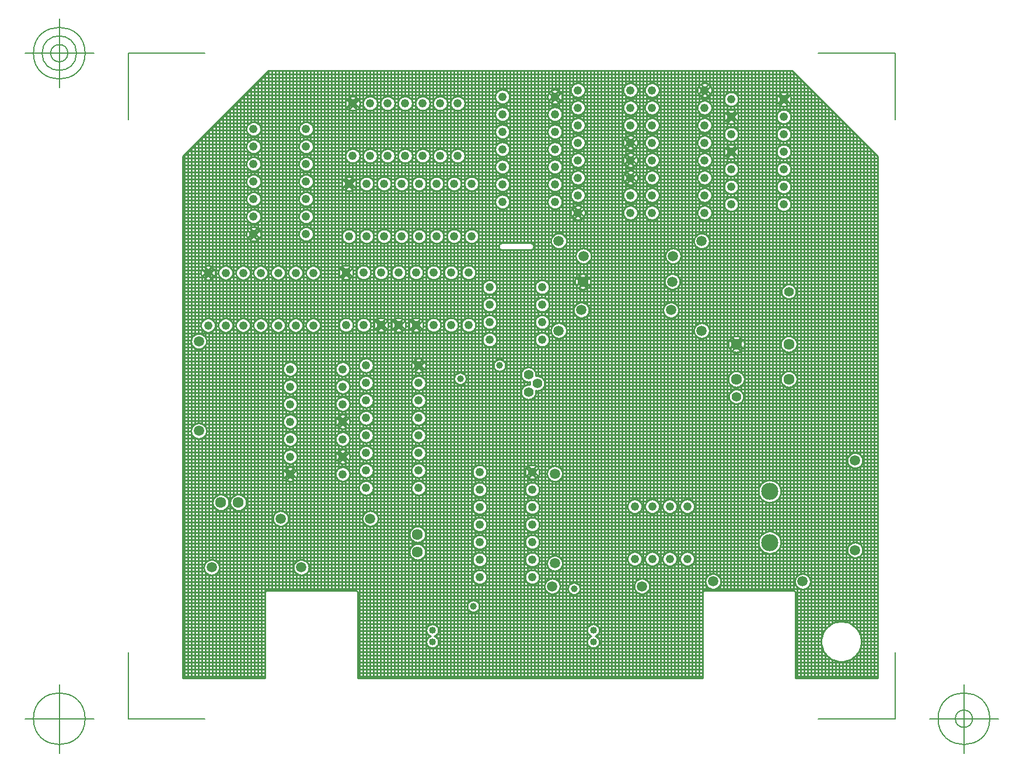
<source format=gbr>
G04 Generated by Ultiboard 12.0 *
%FSLAX25Y25*%
%MOIN*%

%ADD10C,0.00001*%
%ADD11C,0.01000*%
%ADD12C,0.00500*%
%ADD13C,0.06334*%
%ADD14C,0.05500*%
%ADD15C,0.05906*%
%ADD16C,0.04000*%
%ADD17C,0.04900*%
%ADD18C,0.03937*%
%ADD19C,0.09834*%


G04 ColorRGB CCCCCC for the following layer *
%LNCopper Inner 2*%
%LPD*%
G54D10*
G54D11*
X2500Y1507D02*
X2500Y300368D01*
X4500Y1507D02*
X4500Y302368D01*
X6500Y1507D02*
X6500Y141137D01*
X6500Y144063D02*
X6500Y192318D01*
X6500Y195244D02*
X6500Y304368D01*
X8500Y1507D02*
X8500Y138734D01*
X8500Y146466D02*
X8500Y189915D01*
X8500Y197648D02*
X8500Y306368D01*
X10500Y1507D02*
X10500Y138157D01*
X10500Y147043D02*
X10500Y189338D01*
X10500Y198224D02*
X10500Y308368D01*
X12500Y1507D02*
X12500Y138532D01*
X12500Y146668D02*
X12500Y189713D01*
X12500Y197850D02*
X12500Y200714D01*
X12500Y205086D02*
X12500Y230710D01*
X12500Y235090D02*
X12500Y310368D01*
X14500Y1507D02*
X14500Y61968D01*
X14500Y67336D02*
X14500Y140289D01*
X14500Y144911D02*
X14500Y191470D01*
X14500Y196092D02*
X14500Y199054D01*
X14500Y206746D02*
X14500Y229054D01*
X14500Y230190D02*
X14500Y232003D01*
X14500Y233797D02*
X14500Y235610D01*
X14500Y236746D02*
X14500Y312368D01*
X16500Y1507D02*
X16500Y60482D01*
X16500Y68822D02*
X16500Y198803D01*
X16500Y206997D02*
X16500Y228803D01*
X16500Y231190D02*
X16500Y231223D01*
X16500Y234577D02*
X16500Y234610D01*
X16500Y236997D02*
X16500Y314368D01*
X18500Y1507D02*
X18500Y60223D01*
X18500Y69081D02*
X18500Y199617D01*
X18500Y206183D02*
X18500Y231610D01*
X18500Y234190D02*
X18500Y316368D01*
X20500Y1507D02*
X20500Y60938D01*
X20500Y68366D02*
X20500Y97973D01*
X20500Y105427D02*
X20500Y318368D01*
X22500Y1507D02*
X22500Y97106D01*
X22500Y106294D02*
X22500Y200714D01*
X22500Y205086D02*
X22500Y230714D01*
X22500Y235086D02*
X22500Y320368D01*
X24500Y1507D02*
X24500Y97195D01*
X24500Y106205D02*
X24500Y199054D01*
X24500Y206746D02*
X24500Y229054D01*
X24500Y236746D02*
X24500Y322368D01*
X26500Y1507D02*
X26500Y98309D01*
X26500Y105091D02*
X26500Y198803D01*
X26500Y206997D02*
X26500Y228803D01*
X26500Y236997D02*
X26500Y324368D01*
X28500Y1507D02*
X28500Y199617D01*
X28500Y206183D02*
X28500Y229617D01*
X28500Y236183D02*
X28500Y326368D01*
X30500Y1507D02*
X30500Y97973D01*
X30500Y105427D02*
X30500Y328368D01*
X32500Y1507D02*
X32500Y97106D01*
X32500Y106294D02*
X32500Y200714D01*
X32500Y205086D02*
X32500Y230714D01*
X32500Y235086D02*
X32500Y330368D01*
X34500Y1507D02*
X34500Y97195D01*
X34500Y106205D02*
X34500Y199054D01*
X34500Y206746D02*
X34500Y229054D01*
X34500Y236746D02*
X34500Y332368D01*
X36500Y1507D02*
X36500Y98309D01*
X36500Y105091D02*
X36500Y198803D01*
X36500Y206997D02*
X36500Y228803D01*
X36500Y236997D02*
X36500Y334368D01*
X38500Y1507D02*
X38500Y199617D01*
X38500Y206183D02*
X38500Y229617D01*
X38500Y236183D02*
X38500Y252829D01*
X38500Y257279D02*
X38500Y262833D01*
X38500Y267275D02*
X38500Y272833D01*
X38500Y277275D02*
X38500Y282833D01*
X38500Y287275D02*
X38500Y292833D01*
X38500Y297275D02*
X38500Y302833D01*
X38500Y307275D02*
X38500Y312833D01*
X38500Y317275D02*
X38500Y336368D01*
X40500Y1507D02*
X40500Y251201D01*
X40500Y252364D02*
X40500Y254122D01*
X40500Y255986D02*
X40500Y257743D01*
X40500Y258907D02*
X40500Y261201D01*
X40500Y268907D02*
X40500Y271201D01*
X40500Y278907D02*
X40500Y281201D01*
X40500Y288907D02*
X40500Y291201D01*
X40500Y298907D02*
X40500Y301201D01*
X40500Y308907D02*
X40500Y311201D01*
X40500Y318907D02*
X40500Y338368D01*
X42500Y1507D02*
X42500Y200714D01*
X42500Y205086D02*
X42500Y230714D01*
X42500Y235086D02*
X42500Y250960D01*
X42500Y253323D02*
X42500Y253384D01*
X42500Y256724D02*
X42500Y256785D01*
X42500Y259148D02*
X42500Y260960D01*
X42500Y269148D02*
X42500Y270960D01*
X42500Y279148D02*
X42500Y280960D01*
X42500Y289148D02*
X42500Y290960D01*
X42500Y299148D02*
X42500Y300960D01*
X42500Y309148D02*
X42500Y310960D01*
X42500Y319148D02*
X42500Y340368D01*
X44500Y1507D02*
X44500Y199054D01*
X44500Y206746D02*
X44500Y229054D01*
X44500Y236746D02*
X44500Y253743D01*
X44500Y256364D02*
X44500Y261786D01*
X44500Y268322D02*
X44500Y271786D01*
X44500Y278322D02*
X44500Y281786D01*
X44500Y288322D02*
X44500Y291786D01*
X44500Y298322D02*
X44500Y301786D01*
X44500Y308322D02*
X44500Y311786D01*
X44500Y318322D02*
X44500Y342368D01*
X46500Y1507D02*
X46500Y198803D01*
X46500Y206997D02*
X46500Y228803D01*
X46500Y236997D02*
X46500Y344368D01*
X48500Y50148D02*
X48500Y199617D01*
X48500Y206183D02*
X48500Y229617D01*
X48500Y236183D02*
X48500Y346368D01*
X50500Y51507D02*
X50500Y348368D01*
X52500Y51507D02*
X52500Y200714D01*
X52500Y205086D02*
X52500Y230714D01*
X52500Y235086D02*
X52500Y348493D01*
X54500Y51507D02*
X54500Y89202D01*
X54500Y95836D02*
X54500Y199054D01*
X54500Y206746D02*
X54500Y229054D01*
X54500Y236746D02*
X54500Y348493D01*
X56500Y51507D02*
X56500Y88175D01*
X56500Y96863D02*
X56500Y198803D01*
X56500Y206997D02*
X56500Y228803D01*
X56500Y236997D02*
X56500Y348493D01*
X58500Y51507D02*
X58500Y88194D01*
X58500Y96844D02*
X58500Y199617D01*
X58500Y206183D02*
X58500Y229617D01*
X58500Y236183D02*
X58500Y348493D01*
X60500Y51507D02*
X60500Y89270D01*
X60500Y95768D02*
X60500Y116734D01*
X60500Y119072D02*
X60500Y124531D01*
X60500Y131276D02*
X60500Y134531D01*
X60500Y141276D02*
X60500Y144531D01*
X60500Y151276D02*
X60500Y154531D01*
X60500Y161276D02*
X60500Y164531D01*
X60500Y171276D02*
X60500Y174531D01*
X60500Y181276D02*
X60500Y348493D01*
X62500Y51507D02*
X62500Y113791D01*
X62500Y122016D02*
X62500Y123791D01*
X62500Y132016D02*
X62500Y133791D01*
X62500Y142016D02*
X62500Y143791D01*
X62500Y152016D02*
X62500Y153791D01*
X62500Y162016D02*
X62500Y163791D01*
X62500Y172016D02*
X62500Y173791D01*
X62500Y182016D02*
X62500Y200714D01*
X62500Y205086D02*
X62500Y230714D01*
X62500Y235086D02*
X62500Y348493D01*
X64500Y51507D02*
X64500Y114105D01*
X64500Y115072D02*
X64500Y117245D01*
X64500Y118561D02*
X64500Y120734D01*
X64500Y121701D02*
X64500Y124105D01*
X64500Y131701D02*
X64500Y134105D01*
X64500Y141701D02*
X64500Y144105D01*
X64500Y151701D02*
X64500Y154105D01*
X64500Y161701D02*
X64500Y164105D01*
X64500Y171701D02*
X64500Y174105D01*
X64500Y181701D02*
X64500Y199054D01*
X64500Y206746D02*
X64500Y229054D01*
X64500Y236746D02*
X64500Y348493D01*
X66500Y51507D02*
X66500Y61138D01*
X66500Y68166D02*
X66500Y115918D01*
X66500Y119888D02*
X66500Y125918D01*
X66500Y129888D02*
X66500Y135918D01*
X66500Y139888D02*
X66500Y145918D01*
X66500Y149888D02*
X66500Y155918D01*
X66500Y159888D02*
X66500Y165918D01*
X66500Y169888D02*
X66500Y175918D01*
X66500Y179888D02*
X66500Y198803D01*
X66500Y206997D02*
X66500Y228803D01*
X66500Y236997D02*
X66500Y348493D01*
X68500Y51507D02*
X68500Y60264D01*
X68500Y69040D02*
X68500Y199617D01*
X68500Y206183D02*
X68500Y229617D01*
X68500Y236183D02*
X68500Y252833D01*
X68500Y257275D02*
X68500Y262833D01*
X68500Y267275D02*
X68500Y272833D01*
X68500Y277275D02*
X68500Y282833D01*
X68500Y287275D02*
X68500Y292833D01*
X68500Y297275D02*
X68500Y302833D01*
X68500Y307275D02*
X68500Y312833D01*
X68500Y317275D02*
X68500Y348493D01*
X70500Y51507D02*
X70500Y60386D01*
X70500Y68918D02*
X70500Y251201D01*
X70500Y258907D02*
X70500Y261201D01*
X70500Y268907D02*
X70500Y271201D01*
X70500Y278907D02*
X70500Y281201D01*
X70500Y288907D02*
X70500Y291201D01*
X70500Y298907D02*
X70500Y301201D01*
X70500Y308907D02*
X70500Y311201D01*
X70500Y318907D02*
X70500Y348493D01*
X72500Y51507D02*
X72500Y61640D01*
X72500Y67664D02*
X72500Y200714D01*
X72500Y205086D02*
X72500Y230714D01*
X72500Y235086D02*
X72500Y250960D01*
X72500Y259148D02*
X72500Y260960D01*
X72500Y269148D02*
X72500Y270960D01*
X72500Y279148D02*
X72500Y280960D01*
X72500Y289148D02*
X72500Y290960D01*
X72500Y299148D02*
X72500Y300960D01*
X72500Y309148D02*
X72500Y310960D01*
X72500Y319148D02*
X72500Y348493D01*
X74500Y51507D02*
X74500Y199054D01*
X74500Y206746D02*
X74500Y229054D01*
X74500Y236746D02*
X74500Y251786D01*
X74500Y258322D02*
X74500Y261786D01*
X74500Y268322D02*
X74500Y271786D01*
X74500Y278322D02*
X74500Y281786D01*
X74500Y288322D02*
X74500Y291786D01*
X74500Y298322D02*
X74500Y301786D01*
X74500Y308322D02*
X74500Y311786D01*
X74500Y318322D02*
X74500Y348493D01*
X76500Y51507D02*
X76500Y198803D01*
X76500Y206997D02*
X76500Y228803D01*
X76500Y236997D02*
X76500Y348493D01*
X78500Y51507D02*
X78500Y199617D01*
X78500Y206183D02*
X78500Y229617D01*
X78500Y236183D02*
X78500Y348493D01*
X80500Y51507D02*
X80500Y348493D01*
X82500Y51507D02*
X82500Y348493D01*
X84500Y51507D02*
X84500Y348493D01*
X86500Y51507D02*
X86500Y348493D01*
X88500Y51507D02*
X88500Y348493D01*
X90500Y51507D02*
X90500Y114531D01*
X90500Y121276D02*
X90500Y126734D01*
X90500Y129072D02*
X90500Y134531D01*
X90500Y141276D02*
X90500Y146734D01*
X90500Y149072D02*
X90500Y154531D01*
X90500Y161276D02*
X90500Y164531D01*
X90500Y171276D02*
X90500Y174531D01*
X90500Y181276D02*
X90500Y348493D01*
X92500Y51507D02*
X92500Y113791D01*
X92500Y122016D02*
X92500Y123791D01*
X92500Y132016D02*
X92500Y133791D01*
X92500Y142016D02*
X92500Y143791D01*
X92500Y152016D02*
X92500Y153791D01*
X92500Y162016D02*
X92500Y163791D01*
X92500Y172016D02*
X92500Y173791D01*
X92500Y182016D02*
X92500Y199669D01*
X92500Y206531D02*
X92500Y232010D01*
X92500Y234190D02*
X92500Y252788D01*
X92500Y254812D02*
X92500Y282788D01*
X92500Y284812D02*
X92500Y348493D01*
X94500Y51507D02*
X94500Y114105D01*
X94500Y121701D02*
X94500Y124105D01*
X94500Y125072D02*
X94500Y127245D01*
X94500Y128561D02*
X94500Y130734D01*
X94500Y131701D02*
X94500Y134105D01*
X94500Y141701D02*
X94500Y144105D01*
X94500Y145072D02*
X94500Y147245D01*
X94500Y148561D02*
X94500Y150734D01*
X94500Y151701D02*
X94500Y154105D01*
X94500Y161701D02*
X94500Y164105D01*
X94500Y171701D02*
X94500Y174105D01*
X94500Y181701D02*
X94500Y198984D01*
X94500Y207216D02*
X94500Y228984D01*
X94500Y237216D02*
X94500Y250188D01*
X94500Y257412D02*
X94500Y280188D01*
X94500Y280590D02*
X94500Y283010D01*
X94500Y284590D02*
X94500Y287010D01*
X94500Y287412D02*
X94500Y299129D01*
X94500Y300271D02*
X94500Y329129D01*
X94500Y330271D02*
X94500Y348493D01*
X96500Y51507D02*
X96500Y115918D01*
X96500Y119888D02*
X96500Y125918D01*
X96500Y129888D02*
X96500Y135918D01*
X96500Y139888D02*
X96500Y145918D01*
X96500Y149888D02*
X96500Y155918D01*
X96500Y159888D02*
X96500Y165918D01*
X96500Y169888D02*
X96500Y175918D01*
X96500Y179888D02*
X96500Y199340D01*
X96500Y206860D02*
X96500Y229340D01*
X96500Y230190D02*
X96500Y232610D01*
X96500Y233590D02*
X96500Y236010D01*
X96500Y236860D02*
X96500Y249669D01*
X96500Y257931D02*
X96500Y279669D01*
X96500Y287931D02*
X96500Y296140D01*
X96500Y303260D02*
X96500Y326139D01*
X96500Y326403D02*
X96500Y328823D01*
X96500Y330577D02*
X96500Y332997D01*
X96500Y333261D02*
X96500Y348493D01*
X98500Y51507D02*
X98500Y201272D01*
X98500Y204928D02*
X98500Y231272D01*
X98500Y234928D02*
X98500Y250188D01*
X98500Y257412D02*
X98500Y280188D01*
X98500Y280590D02*
X98500Y283010D01*
X98500Y284590D02*
X98500Y287010D01*
X98500Y287412D02*
X98500Y295573D01*
X98500Y303827D02*
X98500Y325573D01*
X98500Y333827D02*
X98500Y348493D01*
X100500Y51420D02*
X100500Y252788D01*
X100500Y254812D02*
X100500Y282788D01*
X100500Y284812D02*
X100500Y296041D01*
X100500Y303359D02*
X100500Y326041D01*
X100500Y326577D02*
X100500Y328997D01*
X100500Y330403D02*
X100500Y332823D01*
X100500Y333359D02*
X100500Y348493D01*
X102500Y1507D02*
X102500Y108263D01*
X102500Y111717D02*
X102500Y118263D01*
X102500Y121717D02*
X102500Y128263D01*
X102500Y131717D02*
X102500Y138263D01*
X102500Y141717D02*
X102500Y148263D01*
X102500Y151717D02*
X102500Y158263D01*
X102500Y161717D02*
X102500Y168263D01*
X102500Y171717D02*
X102500Y178263D01*
X102500Y181717D02*
X102500Y199669D01*
X102500Y206531D02*
X102500Y229669D01*
X102500Y236531D02*
X102500Y252788D01*
X102500Y254812D02*
X102500Y282788D01*
X102500Y284812D02*
X102500Y298389D01*
X102500Y301011D02*
X102500Y328389D01*
X102500Y331011D02*
X102500Y348493D01*
X104500Y1507D02*
X104500Y90898D01*
X104500Y94139D02*
X104500Y106252D01*
X104500Y113728D02*
X104500Y116252D01*
X104500Y123728D02*
X104500Y126252D01*
X104500Y133728D02*
X104500Y136252D01*
X104500Y143728D02*
X104500Y146252D01*
X104500Y153728D02*
X104500Y156252D01*
X104500Y163728D02*
X104500Y166252D01*
X104500Y173728D02*
X104500Y176252D01*
X104500Y183728D02*
X104500Y198984D01*
X104500Y207216D02*
X104500Y228984D01*
X104500Y237216D02*
X104500Y250188D01*
X104500Y257412D02*
X104500Y280188D01*
X104500Y287412D02*
X104500Y299129D01*
X104500Y300271D02*
X104500Y329129D01*
X104500Y330271D02*
X104500Y348493D01*
X106500Y1507D02*
X106500Y88619D01*
X106500Y96419D02*
X106500Y105871D01*
X106500Y114108D02*
X106500Y115871D01*
X106500Y124108D02*
X106500Y125871D01*
X106500Y134108D02*
X106500Y135871D01*
X106500Y144108D02*
X106500Y145871D01*
X106500Y154108D02*
X106500Y155871D01*
X106500Y164108D02*
X106500Y165871D01*
X106500Y174108D02*
X106500Y175871D01*
X106500Y184108D02*
X106500Y199340D01*
X106500Y206860D02*
X106500Y229340D01*
X106500Y236860D02*
X106500Y249669D01*
X106500Y257931D02*
X106500Y279669D01*
X106500Y287931D02*
X106500Y296140D01*
X106500Y303260D02*
X106500Y326140D01*
X106500Y333260D02*
X106500Y348493D01*
X108500Y1507D02*
X108500Y88073D01*
X108500Y96965D02*
X108500Y106529D01*
X108500Y113450D02*
X108500Y116529D01*
X108500Y123450D02*
X108500Y126529D01*
X108500Y133450D02*
X108500Y136529D01*
X108500Y143450D02*
X108500Y146529D01*
X108500Y153450D02*
X108500Y156529D01*
X108500Y163450D02*
X108500Y166529D01*
X108500Y173450D02*
X108500Y176529D01*
X108500Y183450D02*
X108500Y201272D01*
X108500Y204928D02*
X108500Y231272D01*
X108500Y234928D02*
X108500Y250188D01*
X108500Y257412D02*
X108500Y280188D01*
X108500Y287412D02*
X108500Y295573D01*
X108500Y303827D02*
X108500Y325573D01*
X108500Y333827D02*
X108500Y348493D01*
X110500Y1507D02*
X110500Y88477D01*
X110500Y96561D02*
X110500Y252788D01*
X110500Y254812D02*
X110500Y282788D01*
X110500Y284812D02*
X110500Y296041D01*
X110500Y303359D02*
X110500Y326041D01*
X110500Y333359D02*
X110500Y348493D01*
X112500Y1507D02*
X112500Y90302D01*
X112500Y94736D02*
X112500Y202010D01*
X112500Y204190D02*
X112500Y229669D01*
X112500Y236531D02*
X112500Y252788D01*
X112500Y254812D02*
X112500Y282788D01*
X112500Y284812D02*
X112500Y298389D01*
X112500Y301011D02*
X112500Y328389D01*
X112500Y331011D02*
X112500Y348493D01*
X114500Y1507D02*
X114500Y198984D01*
X114500Y207216D02*
X114500Y228984D01*
X114500Y237216D02*
X114500Y250188D01*
X114500Y257412D02*
X114500Y280188D01*
X114500Y287412D02*
X114500Y299129D01*
X114500Y300271D02*
X114500Y329129D01*
X114500Y330271D02*
X114500Y348493D01*
X116500Y1507D02*
X116500Y199340D01*
X116500Y200190D02*
X116500Y202610D01*
X116500Y203590D02*
X116500Y206010D01*
X116500Y206860D02*
X116500Y229340D01*
X116500Y236860D02*
X116500Y249669D01*
X116500Y257931D02*
X116500Y279669D01*
X116500Y287931D02*
X116500Y296140D01*
X116500Y303260D02*
X116500Y326140D01*
X116500Y333260D02*
X116500Y348493D01*
X118500Y1507D02*
X118500Y201272D01*
X118500Y204928D02*
X118500Y231272D01*
X118500Y234928D02*
X118500Y250188D01*
X118500Y257412D02*
X118500Y280188D01*
X118500Y287412D02*
X118500Y295573D01*
X118500Y303827D02*
X118500Y325573D01*
X118500Y333827D02*
X118500Y348493D01*
X120500Y1507D02*
X120500Y252788D01*
X120500Y254812D02*
X120500Y282788D01*
X120500Y284812D02*
X120500Y296041D01*
X120500Y303359D02*
X120500Y326041D01*
X120500Y333359D02*
X120500Y348493D01*
X122500Y1507D02*
X122500Y202010D01*
X122500Y204190D02*
X122500Y229669D01*
X122500Y236531D02*
X122500Y252788D01*
X122500Y254812D02*
X122500Y282788D01*
X122500Y284812D02*
X122500Y298389D01*
X122500Y301011D02*
X122500Y328389D01*
X122500Y331011D02*
X122500Y348493D01*
X124500Y1507D02*
X124500Y198984D01*
X124500Y207216D02*
X124500Y228984D01*
X124500Y237216D02*
X124500Y250188D01*
X124500Y257412D02*
X124500Y280188D01*
X124500Y287412D02*
X124500Y299129D01*
X124500Y300271D02*
X124500Y329129D01*
X124500Y330271D02*
X124500Y348493D01*
X126500Y1507D02*
X126500Y199340D01*
X126500Y200190D02*
X126500Y202610D01*
X126500Y203590D02*
X126500Y206010D01*
X126500Y206860D02*
X126500Y229340D01*
X126500Y236860D02*
X126500Y249669D01*
X126500Y257931D02*
X126500Y279669D01*
X126500Y287931D02*
X126500Y296140D01*
X126500Y303260D02*
X126500Y326140D01*
X126500Y333260D02*
X126500Y348493D01*
X128500Y1507D02*
X128500Y201272D01*
X128500Y204928D02*
X128500Y231272D01*
X128500Y234928D02*
X128500Y250188D01*
X128500Y257412D02*
X128500Y280188D01*
X128500Y287412D02*
X128500Y295573D01*
X128500Y303827D02*
X128500Y325573D01*
X128500Y333827D02*
X128500Y348493D01*
X130500Y1507D02*
X130500Y252788D01*
X130500Y254812D02*
X130500Y282788D01*
X130500Y284812D02*
X130500Y296041D01*
X130500Y303359D02*
X130500Y326041D01*
X130500Y333359D02*
X130500Y348493D01*
X132500Y1507D02*
X132500Y70087D01*
X132500Y76966D02*
X132500Y80087D01*
X132500Y86966D02*
X132500Y108263D01*
X132500Y111717D02*
X132500Y118263D01*
X132500Y121717D02*
X132500Y128263D01*
X132500Y131717D02*
X132500Y138263D01*
X132500Y141717D02*
X132500Y148263D01*
X132500Y151717D02*
X132500Y158263D01*
X132500Y161717D02*
X132500Y168263D01*
X132500Y171717D02*
X132500Y178263D01*
X132500Y181717D02*
X132500Y202010D01*
X132500Y204190D02*
X132500Y229669D01*
X132500Y236531D02*
X132500Y252788D01*
X132500Y254812D02*
X132500Y282788D01*
X132500Y284812D02*
X132500Y298389D01*
X132500Y301011D02*
X132500Y328389D01*
X132500Y331011D02*
X132500Y348493D01*
X134500Y1507D02*
X134500Y69008D01*
X134500Y78045D02*
X134500Y79008D01*
X134500Y88045D02*
X134500Y106252D01*
X134500Y113728D02*
X134500Y116252D01*
X134500Y123728D02*
X134500Y126252D01*
X134500Y133728D02*
X134500Y136252D01*
X134500Y143728D02*
X134500Y146252D01*
X134500Y153728D02*
X134500Y156252D01*
X134500Y163728D02*
X134500Y166252D01*
X134500Y173728D02*
X134500Y176252D01*
X134500Y177032D02*
X134500Y179452D01*
X134500Y180527D02*
X134500Y182947D01*
X134500Y183728D02*
X134500Y198984D01*
X134500Y207216D02*
X134500Y228984D01*
X134500Y237216D02*
X134500Y250188D01*
X134500Y257412D02*
X134500Y280188D01*
X134500Y287412D02*
X134500Y299129D01*
X134500Y300271D02*
X134500Y329129D01*
X134500Y330271D02*
X134500Y348493D01*
X136500Y1507D02*
X136500Y68941D01*
X136500Y78112D02*
X136500Y78941D01*
X136500Y88112D02*
X136500Y105871D01*
X136500Y114108D02*
X136500Y115871D01*
X136500Y124108D02*
X136500Y125871D01*
X136500Y134108D02*
X136500Y135871D01*
X136500Y144108D02*
X136500Y145871D01*
X136500Y154108D02*
X136500Y155871D01*
X136500Y164108D02*
X136500Y165871D01*
X136500Y174108D02*
X136500Y175871D01*
X136500Y184108D02*
X136500Y199340D01*
X136500Y200190D02*
X136500Y202610D01*
X136500Y203590D02*
X136500Y206010D01*
X136500Y206860D02*
X136500Y229340D01*
X136500Y236860D02*
X136500Y249669D01*
X136500Y257931D02*
X136500Y279669D01*
X136500Y287931D02*
X136500Y296140D01*
X136500Y303260D02*
X136500Y326140D01*
X136500Y333260D02*
X136500Y348493D01*
X138500Y1507D02*
X138500Y69839D01*
X138500Y77213D02*
X138500Y79839D01*
X138500Y87213D02*
X138500Y106529D01*
X138500Y113450D02*
X138500Y116529D01*
X138500Y123450D02*
X138500Y126529D01*
X138500Y133450D02*
X138500Y136529D01*
X138500Y143450D02*
X138500Y146529D01*
X138500Y153450D02*
X138500Y156529D01*
X138500Y163450D02*
X138500Y166529D01*
X138500Y173450D02*
X138500Y176527D01*
X138500Y178947D01*
X138500Y181032D02*
X138500Y183452D01*
X138500Y183453D02*
X138500Y201272D01*
X138500Y204928D02*
X138500Y231272D01*
X138500Y234928D02*
X138500Y250188D01*
X138500Y257412D02*
X138500Y280188D01*
X138500Y287412D02*
X138500Y295573D01*
X138500Y303827D02*
X138500Y325573D01*
X138500Y333827D02*
X138500Y348493D01*
X140500Y1507D02*
X140500Y252788D01*
X140500Y254812D02*
X140500Y282788D01*
X140500Y284812D02*
X140500Y296041D01*
X140500Y303359D02*
X140500Y326041D01*
X140500Y333359D02*
X140500Y348493D01*
X142500Y1507D02*
X142500Y18990D01*
X142500Y25210D02*
X142500Y25656D01*
X142500Y31877D02*
X142500Y199669D01*
X142500Y206531D02*
X142500Y229669D01*
X142500Y236531D02*
X142500Y252788D01*
X142500Y254812D02*
X142500Y282788D01*
X142500Y284812D02*
X142500Y298389D01*
X142500Y301011D02*
X142500Y328389D01*
X142500Y331011D02*
X142500Y348493D01*
X144500Y1507D02*
X144500Y18625D01*
X144500Y32241D02*
X144500Y198984D01*
X144500Y207216D02*
X144500Y228984D01*
X144500Y237216D02*
X144500Y250188D01*
X144500Y257412D02*
X144500Y280188D01*
X144500Y287412D02*
X144500Y299129D01*
X144500Y300271D02*
X144500Y329129D01*
X144500Y330271D02*
X144500Y348493D01*
X146500Y1507D02*
X146500Y19557D01*
X146500Y24643D02*
X146500Y26224D01*
X146500Y31309D02*
X146500Y199340D01*
X146500Y206860D02*
X146500Y229340D01*
X146500Y236860D02*
X146500Y249669D01*
X146500Y257931D02*
X146500Y279669D01*
X146500Y287931D02*
X146500Y296140D01*
X146500Y303260D02*
X146500Y326140D01*
X146500Y333260D02*
X146500Y348493D01*
X148500Y1507D02*
X148500Y201272D01*
X148500Y204928D02*
X148500Y231272D01*
X148500Y234928D02*
X148500Y250188D01*
X148500Y257412D02*
X148500Y280188D01*
X148500Y287412D02*
X148500Y295573D01*
X148500Y303827D02*
X148500Y325573D01*
X148500Y333827D02*
X148500Y348493D01*
X150500Y1507D02*
X150500Y252788D01*
X150500Y254812D02*
X150500Y282788D01*
X150500Y284812D02*
X150500Y296041D01*
X150500Y303359D02*
X150500Y326041D01*
X150500Y333359D02*
X150500Y348493D01*
X152500Y1507D02*
X152500Y199669D01*
X152500Y206531D02*
X152500Y229669D01*
X152500Y236531D02*
X152500Y252788D01*
X152500Y254812D02*
X152500Y282788D01*
X152500Y284812D02*
X152500Y298389D01*
X152500Y301011D02*
X152500Y328389D01*
X152500Y331011D02*
X152500Y348493D01*
X154500Y1507D02*
X154500Y198984D01*
X154500Y207216D02*
X154500Y228984D01*
X154500Y237216D02*
X154500Y250188D01*
X154500Y257412D02*
X154500Y280188D01*
X154500Y287412D02*
X154500Y299129D01*
X154500Y300271D02*
X154500Y329129D01*
X154500Y330271D02*
X154500Y348493D01*
X156500Y1507D02*
X156500Y199340D01*
X156500Y206860D02*
X156500Y229340D01*
X156500Y236860D02*
X156500Y249669D01*
X156500Y257931D02*
X156500Y279669D01*
X156500Y287931D02*
X156500Y296140D01*
X156500Y303260D02*
X156500Y326140D01*
X156500Y333260D02*
X156500Y348493D01*
X158500Y1507D02*
X158500Y169377D01*
X158500Y175623D02*
X158500Y201272D01*
X158500Y204928D02*
X158500Y231272D01*
X158500Y234928D02*
X158500Y250188D01*
X158500Y257412D02*
X158500Y280188D01*
X158500Y287412D02*
X158500Y295573D01*
X158500Y303827D02*
X158500Y325573D01*
X158500Y333827D02*
X158500Y348493D01*
X160500Y1507D02*
X160500Y169072D01*
X160500Y175928D02*
X160500Y252788D01*
X160500Y254812D02*
X160500Y282788D01*
X160500Y284812D02*
X160500Y296041D01*
X160500Y303359D02*
X160500Y326041D01*
X160500Y333359D02*
X160500Y348493D01*
X162500Y1507D02*
X162500Y170100D01*
X162500Y174900D02*
X162500Y199669D01*
X162500Y206531D02*
X162500Y229669D01*
X162500Y236531D02*
X162500Y252788D01*
X162500Y254812D02*
X162500Y282788D01*
X162500Y284812D02*
X162500Y298389D01*
X162500Y301011D02*
X162500Y328389D01*
X162500Y331011D02*
X162500Y348493D01*
X164500Y1507D02*
X164500Y40767D01*
X164500Y44233D02*
X164500Y198984D01*
X164500Y207216D02*
X164500Y228984D01*
X164500Y237216D02*
X164500Y250188D01*
X164500Y257412D02*
X164500Y280188D01*
X164500Y287412D02*
X164500Y348493D01*
X166500Y1507D02*
X166500Y39179D01*
X166500Y45821D02*
X166500Y199340D01*
X166500Y206860D02*
X166500Y229340D01*
X166500Y236860D02*
X166500Y249669D01*
X166500Y257931D02*
X166500Y279669D01*
X166500Y287931D02*
X166500Y348493D01*
X168500Y1507D02*
X168500Y39179D01*
X168500Y45821D02*
X168500Y55920D01*
X168500Y62282D02*
X168500Y65920D01*
X168500Y72282D02*
X168500Y75920D01*
X168500Y82282D02*
X168500Y85920D01*
X168500Y92282D02*
X168500Y95920D01*
X168500Y102282D02*
X168500Y105920D01*
X168500Y112282D02*
X168500Y115920D01*
X168500Y122282D02*
X168500Y201272D01*
X168500Y204928D02*
X168500Y231272D01*
X168500Y234928D02*
X168500Y250188D01*
X168500Y257412D02*
X168500Y280188D01*
X168500Y287412D02*
X168500Y348493D01*
X170500Y1507D02*
X170500Y40767D01*
X170500Y44233D02*
X170500Y55024D01*
X170500Y63178D02*
X170500Y65024D01*
X170500Y73178D02*
X170500Y75024D01*
X170500Y83178D02*
X170500Y85024D01*
X170500Y93178D02*
X170500Y95024D01*
X170500Y103178D02*
X170500Y105024D01*
X170500Y113178D02*
X170500Y115024D01*
X170500Y123178D02*
X170500Y252788D01*
X170500Y254812D02*
X170500Y282788D01*
X170500Y284812D02*
X170500Y348493D01*
X172500Y1507D02*
X172500Y55207D01*
X172500Y62994D02*
X172500Y65207D01*
X172500Y72994D02*
X172500Y75207D01*
X172500Y82994D02*
X172500Y85207D01*
X172500Y92994D02*
X172500Y95207D01*
X172500Y102994D02*
X172500Y105207D01*
X172500Y112994D02*
X172500Y115207D01*
X172500Y122994D02*
X172500Y348493D01*
X174500Y1507D02*
X174500Y56712D01*
X174500Y61489D02*
X174500Y66712D01*
X174500Y71489D02*
X174500Y76712D01*
X174500Y81489D02*
X174500Y86712D01*
X174500Y91489D02*
X174500Y96712D01*
X174500Y101489D02*
X174500Y106712D01*
X174500Y111489D02*
X174500Y116712D01*
X174500Y121489D02*
X174500Y191269D01*
X174500Y198131D02*
X174500Y201269D01*
X174500Y208131D02*
X174500Y211269D01*
X174500Y218131D02*
X174500Y221269D01*
X174500Y228131D02*
X174500Y348493D01*
X176500Y1507D02*
X176500Y190584D01*
X176500Y198816D02*
X176500Y200584D01*
X176500Y208816D02*
X176500Y210584D01*
X176500Y218816D02*
X176500Y220584D01*
X176500Y228816D02*
X176500Y348493D01*
X178500Y1507D02*
X178500Y190940D01*
X178500Y198460D02*
X178500Y200940D01*
X178500Y208460D02*
X178500Y210940D01*
X178500Y218460D02*
X178500Y220940D01*
X178500Y228460D02*
X178500Y348493D01*
X180500Y1507D02*
X180500Y177170D01*
X180500Y182830D02*
X180500Y192872D01*
X180500Y196528D02*
X180500Y202872D01*
X180500Y206528D02*
X180500Y212872D01*
X180500Y216528D02*
X180500Y222872D01*
X180500Y226528D02*
X180500Y271480D01*
X180500Y275520D02*
X180500Y281480D01*
X180500Y285520D02*
X180500Y291480D01*
X180500Y295520D02*
X180500Y301480D01*
X180500Y305520D02*
X180500Y311480D01*
X180500Y315520D02*
X180500Y321480D01*
X180500Y325520D02*
X180500Y331480D01*
X180500Y335520D02*
X180500Y348493D01*
X182500Y1507D02*
X182500Y176531D01*
X182500Y183469D02*
X182500Y246666D01*
X182500Y249334D02*
X182500Y269692D01*
X182500Y277308D02*
X182500Y279692D01*
X182500Y287308D02*
X182500Y289692D01*
X182500Y297308D02*
X182500Y299692D01*
X182500Y307308D02*
X182500Y309692D01*
X182500Y317308D02*
X182500Y319692D01*
X182500Y327308D02*
X182500Y329692D01*
X182500Y337308D02*
X182500Y348493D01*
X184500Y1507D02*
X184500Y177170D01*
X184500Y182830D02*
X184500Y245990D01*
X184500Y250010D02*
X184500Y269389D01*
X184500Y277611D02*
X184500Y279389D01*
X184500Y287611D02*
X184500Y289389D01*
X184500Y297611D02*
X184500Y299389D01*
X184500Y307611D02*
X184500Y309389D01*
X184500Y317611D02*
X184500Y319389D01*
X184500Y327611D02*
X184500Y329389D01*
X184500Y337611D02*
X184500Y348493D01*
X186500Y1507D02*
X186500Y245990D01*
X186500Y250010D02*
X186500Y270143D01*
X186500Y276857D02*
X186500Y280143D01*
X186500Y286857D02*
X186500Y290143D01*
X186500Y296857D02*
X186500Y300143D01*
X186500Y306857D02*
X186500Y310143D01*
X186500Y316857D02*
X186500Y320143D01*
X186500Y326857D02*
X186500Y330143D01*
X186500Y336857D02*
X186500Y348493D01*
X188500Y1507D02*
X188500Y245990D01*
X188500Y250010D02*
X188500Y348493D01*
X190500Y1507D02*
X190500Y245990D01*
X190500Y250010D02*
X190500Y348493D01*
X192500Y1507D02*
X192500Y245990D01*
X192500Y250010D02*
X192500Y348493D01*
X194500Y1507D02*
X194500Y245990D01*
X194500Y250010D02*
X194500Y348493D01*
X196500Y1507D02*
X196500Y161369D01*
X196500Y168231D02*
X196500Y171369D01*
X196500Y178231D02*
X196500Y245990D01*
X196500Y250010D02*
X196500Y348493D01*
X198500Y1507D02*
X198500Y55920D01*
X198500Y62282D02*
X198500Y65920D01*
X198500Y72282D02*
X198500Y75920D01*
X198500Y82282D02*
X198500Y85920D01*
X198500Y92282D02*
X198500Y95920D01*
X198500Y102282D02*
X198500Y105920D01*
X198500Y112282D02*
X198500Y117677D01*
X198500Y120525D02*
X198500Y160583D01*
X198500Y169017D02*
X198500Y170583D01*
X198500Y179017D02*
X198500Y245990D01*
X198500Y250010D02*
X198500Y348493D01*
X200500Y1507D02*
X200500Y55024D01*
X200500Y63178D02*
X200500Y65024D01*
X200500Y73178D02*
X200500Y75024D01*
X200500Y83178D02*
X200500Y85024D01*
X200500Y93178D02*
X200500Y95024D01*
X200500Y103178D02*
X200500Y105024D01*
X200500Y113178D02*
X200500Y115024D01*
X200500Y117256D02*
X200500Y117471D01*
X200500Y120730D02*
X200500Y120945D01*
X200500Y123178D02*
X200500Y160828D01*
X200500Y178772D02*
X200500Y246056D01*
X200500Y249944D02*
X200500Y348493D01*
X202500Y1507D02*
X202500Y55207D01*
X202500Y62994D02*
X202500Y65207D01*
X202500Y72994D02*
X202500Y75207D01*
X202500Y82994D02*
X202500Y85207D01*
X202500Y92994D02*
X202500Y95207D01*
X202500Y102994D02*
X202500Y105207D01*
X202500Y112994D02*
X202500Y115207D01*
X202500Y116525D02*
X202500Y118008D01*
X202500Y120193D02*
X202500Y121677D01*
X202500Y122994D02*
X202500Y162393D01*
X202500Y177207D02*
X202500Y348493D01*
X204500Y1507D02*
X204500Y56712D01*
X204500Y61489D02*
X204500Y66712D01*
X204500Y71489D02*
X204500Y76712D01*
X204500Y81489D02*
X204500Y86712D01*
X204500Y91489D02*
X204500Y96712D01*
X204500Y101489D02*
X204500Y106712D01*
X204500Y111489D02*
X204500Y116945D01*
X204500Y121256D02*
X204500Y165583D01*
X204500Y174017D02*
X204500Y191269D01*
X204500Y198131D02*
X204500Y201269D01*
X204500Y208131D02*
X204500Y211269D01*
X204500Y218131D02*
X204500Y221269D01*
X204500Y228131D02*
X204500Y348493D01*
X206500Y1507D02*
X206500Y166369D01*
X206500Y173231D02*
X206500Y190584D01*
X206500Y198816D02*
X206500Y200584D01*
X206500Y208816D02*
X206500Y210584D01*
X206500Y218816D02*
X206500Y220584D01*
X206500Y228816D02*
X206500Y348493D01*
X208500Y1507D02*
X208500Y52166D01*
X208500Y55550D02*
X208500Y190940D01*
X208500Y198460D02*
X208500Y200940D01*
X208500Y208460D02*
X208500Y210940D01*
X208500Y218460D02*
X208500Y220940D01*
X208500Y228460D02*
X208500Y348493D01*
X210500Y1507D02*
X210500Y49943D01*
X210500Y57774D02*
X210500Y64295D01*
X210500Y69678D02*
X210500Y115476D01*
X210500Y120859D02*
X210500Y192872D01*
X210500Y196528D02*
X210500Y202872D01*
X210500Y206528D02*
X210500Y212872D01*
X210500Y216528D02*
X210500Y222872D01*
X210500Y226528D02*
X210500Y271480D01*
X210500Y275520D02*
X210500Y281480D01*
X210500Y285520D02*
X210500Y291480D01*
X210500Y295520D02*
X210500Y301480D01*
X210500Y305520D02*
X210500Y311480D01*
X210500Y315520D02*
X210500Y321480D01*
X210500Y325520D02*
X210500Y331479D01*
X210500Y335521D02*
X210500Y348493D01*
X212500Y1507D02*
X212500Y49411D01*
X212500Y58305D02*
X212500Y62814D01*
X212500Y71159D02*
X212500Y113996D01*
X212500Y122340D02*
X212500Y197589D01*
X212500Y202211D02*
X212500Y248770D01*
X212500Y253392D02*
X212500Y269692D01*
X212500Y277308D02*
X212500Y279692D01*
X212500Y287308D02*
X212500Y289692D01*
X212500Y297308D02*
X212500Y299692D01*
X212500Y307308D02*
X212500Y309692D01*
X212500Y317308D02*
X212500Y319692D01*
X212500Y327308D02*
X212500Y329692D01*
X212500Y330690D02*
X212500Y332795D01*
X212500Y334205D02*
X212500Y336310D01*
X212500Y337308D02*
X212500Y348493D01*
X214500Y1507D02*
X214500Y49829D01*
X214500Y57888D02*
X214500Y62559D01*
X214500Y71415D02*
X214500Y113740D01*
X214500Y122596D02*
X214500Y195832D01*
X214500Y203968D02*
X214500Y247013D01*
X214500Y255150D02*
X214500Y269389D01*
X214500Y277611D02*
X214500Y279389D01*
X214500Y287611D02*
X214500Y289389D01*
X214500Y297611D02*
X214500Y299389D01*
X214500Y307611D02*
X214500Y309389D01*
X214500Y317611D02*
X214500Y319389D01*
X214500Y327611D02*
X214500Y329389D01*
X214500Y337611D02*
X214500Y348493D01*
X216500Y1507D02*
X216500Y51684D01*
X216500Y56033D02*
X216500Y63275D01*
X216500Y70698D02*
X216500Y114457D01*
X216500Y121879D02*
X216500Y195457D01*
X216500Y204343D02*
X216500Y246638D01*
X216500Y255524D02*
X216500Y270143D01*
X216500Y276857D02*
X216500Y280143D01*
X216500Y286857D02*
X216500Y290143D01*
X216500Y296857D02*
X216500Y300143D01*
X216500Y306857D02*
X216500Y310143D01*
X216500Y316857D02*
X216500Y320143D01*
X216500Y326857D02*
X216500Y332310D01*
X216500Y334690D02*
X216500Y348493D01*
X218500Y1507D02*
X218500Y196034D01*
X218500Y203766D02*
X218500Y247215D01*
X218500Y254948D02*
X218500Y348493D01*
X220500Y1507D02*
X220500Y198437D01*
X220500Y201363D02*
X220500Y249618D01*
X220500Y252544D02*
X220500Y348493D01*
X222500Y1507D02*
X222500Y50100D01*
X222500Y54900D02*
X222500Y348493D01*
X224500Y1507D02*
X224500Y49072D01*
X224500Y55928D02*
X224500Y265687D01*
X224500Y268737D02*
X224500Y274122D01*
X224500Y280302D02*
X224500Y284122D01*
X224500Y290302D02*
X224500Y294122D01*
X224500Y300302D02*
X224500Y304122D01*
X224500Y310302D02*
X224500Y314122D01*
X224500Y320302D02*
X224500Y324122D01*
X224500Y330302D02*
X224500Y334122D01*
X224500Y340302D02*
X224500Y348493D01*
X226500Y1507D02*
X226500Y49377D01*
X226500Y55623D02*
X226500Y208079D01*
X226500Y215121D02*
X226500Y225704D01*
X226500Y230096D02*
X226500Y240388D01*
X226500Y244613D02*
X226500Y263150D01*
X226500Y265267D02*
X226500Y265626D01*
X226500Y268798D02*
X226500Y269157D01*
X226500Y271274D02*
X226500Y273150D01*
X226500Y281274D02*
X226500Y283150D01*
X226500Y291274D02*
X226500Y293150D01*
X226500Y301274D02*
X226500Y303150D01*
X226500Y311274D02*
X226500Y313150D01*
X226500Y321274D02*
X226500Y323150D01*
X226500Y331274D02*
X226500Y333150D01*
X226500Y341274D02*
X226500Y348493D01*
X228500Y1507D02*
X228500Y207211D01*
X228500Y215989D02*
X228500Y223713D01*
X228500Y225096D02*
X228500Y226961D01*
X228500Y228839D02*
X228500Y230704D01*
X228500Y232087D02*
X228500Y238488D01*
X228500Y246512D02*
X228500Y263282D01*
X228500Y264737D02*
X228500Y266005D01*
X228500Y268419D02*
X228500Y269687D01*
X228500Y271141D02*
X228500Y273282D01*
X228500Y281141D02*
X228500Y283282D01*
X228500Y291141D02*
X228500Y293282D01*
X228500Y301141D02*
X228500Y303282D01*
X228500Y311141D02*
X228500Y313282D01*
X228500Y321141D02*
X228500Y323282D01*
X228500Y331141D02*
X228500Y333282D01*
X228500Y341141D02*
X228500Y348493D01*
X230500Y1507D02*
X230500Y207336D01*
X230500Y215864D02*
X230500Y223478D01*
X230500Y226096D02*
X230500Y226201D01*
X230500Y229599D02*
X230500Y229704D01*
X230500Y232322D02*
X230500Y238051D01*
X230500Y246949D02*
X230500Y265157D01*
X230500Y269267D02*
X230500Y274688D01*
X230500Y279736D02*
X230500Y284688D01*
X230500Y289736D02*
X230500Y294688D01*
X230500Y299736D02*
X230500Y304688D01*
X230500Y309736D02*
X230500Y314688D01*
X230500Y319736D02*
X230500Y324688D01*
X230500Y329736D02*
X230500Y334688D01*
X230500Y339736D02*
X230500Y348493D01*
X232500Y1507D02*
X232500Y22100D01*
X232500Y28767D01*
X232500Y208598D01*
X232500Y214602D02*
X232500Y226704D01*
X232500Y229096D02*
X232500Y238565D01*
X232500Y246435D02*
X232500Y348493D01*
X234500Y1507D02*
X234500Y18942D01*
X234500Y25258D02*
X234500Y25609D01*
X234500Y31924D02*
X234500Y240727D01*
X234500Y244273D02*
X234500Y348493D01*
X236500Y1507D02*
X236500Y18640D01*
X236500Y32227D02*
X236500Y348493D01*
X238500Y1507D02*
X238500Y19653D01*
X238500Y24547D02*
X238500Y26320D01*
X238500Y31214D02*
X238500Y348493D01*
X240500Y1507D02*
X240500Y348493D01*
X242500Y1507D02*
X242500Y348493D01*
X244500Y1507D02*
X244500Y348493D01*
X246500Y1507D02*
X246500Y348493D01*
X248500Y1507D02*
X248500Y348493D01*
X250500Y1507D02*
X250500Y348493D01*
X252500Y1507D02*
X252500Y348493D01*
X254500Y1507D02*
X254500Y264122D01*
X254500Y270302D02*
X254500Y274122D01*
X254500Y280302D02*
X254500Y285687D01*
X254500Y288737D02*
X254500Y295687D01*
X254500Y298737D02*
X254500Y305687D01*
X254500Y308737D02*
X254500Y314122D01*
X254500Y320302D02*
X254500Y324122D01*
X254500Y330302D02*
X254500Y334122D01*
X254500Y340302D02*
X254500Y348493D01*
X256500Y1507D02*
X256500Y66888D01*
X256500Y72118D02*
X256500Y96888D01*
X256500Y102118D02*
X256500Y263150D01*
X256500Y271274D02*
X256500Y273150D01*
X256500Y281274D02*
X256500Y283150D01*
X256500Y285267D02*
X256500Y285626D01*
X256500Y288798D02*
X256500Y289157D01*
X256500Y291274D02*
X256500Y293150D01*
X256500Y295267D02*
X256500Y295626D01*
X256500Y298798D02*
X256500Y299157D01*
X256500Y301274D02*
X256500Y303150D01*
X256500Y305267D02*
X256500Y305626D01*
X256500Y308798D02*
X256500Y309157D01*
X256500Y311274D02*
X256500Y313150D01*
X256500Y321274D02*
X256500Y323150D01*
X256500Y331274D02*
X256500Y333150D01*
X256500Y341274D02*
X256500Y348493D01*
X258500Y1507D02*
X258500Y65549D01*
X258500Y73456D02*
X258500Y95549D01*
X258500Y103456D02*
X258500Y263282D01*
X258500Y271141D02*
X258500Y273282D01*
X258500Y281141D02*
X258500Y283282D01*
X258500Y284737D02*
X258500Y286005D01*
X258500Y288419D02*
X258500Y289687D01*
X258500Y291141D02*
X258500Y293282D01*
X258500Y294737D02*
X258500Y296005D01*
X258500Y298419D02*
X258500Y299687D01*
X258500Y301141D02*
X258500Y303282D01*
X258500Y304737D02*
X258500Y306005D01*
X258500Y308419D02*
X258500Y309687D01*
X258500Y311141D02*
X258500Y313282D01*
X258500Y321141D02*
X258500Y323282D01*
X258500Y331141D02*
X258500Y333282D01*
X258500Y341141D02*
X258500Y348493D01*
X260500Y1507D02*
X260500Y50876D01*
X260500Y56841D02*
X260500Y65450D01*
X260500Y73555D02*
X260500Y95450D01*
X260500Y103555D02*
X260500Y264688D01*
X260500Y269736D02*
X260500Y274688D01*
X260500Y279736D02*
X260500Y285157D01*
X260500Y289267D02*
X260500Y295157D01*
X260500Y299267D02*
X260500Y305157D01*
X260500Y309267D02*
X260500Y314688D01*
X260500Y319736D02*
X260500Y324688D01*
X260500Y329736D02*
X260500Y334688D01*
X260500Y339736D02*
X260500Y348493D01*
X262500Y1507D02*
X262500Y49600D01*
X262500Y58117D02*
X262500Y66474D01*
X262500Y72532D02*
X262500Y96474D01*
X262500Y102532D02*
X262500Y348493D01*
X264500Y1507D02*
X264500Y49466D01*
X264500Y58250D02*
X264500Y348493D01*
X266500Y1507D02*
X266500Y50324D01*
X266500Y57392D02*
X266500Y66888D01*
X266500Y72118D02*
X266500Y96888D01*
X266500Y102118D02*
X266500Y264492D01*
X266500Y269932D02*
X266500Y274492D01*
X266500Y279932D02*
X266500Y284492D01*
X266500Y289932D02*
X266500Y294492D01*
X266500Y299932D02*
X266500Y304492D01*
X266500Y309932D02*
X266500Y314492D01*
X266500Y319932D02*
X266500Y324492D01*
X266500Y329932D02*
X266500Y334492D01*
X266500Y339932D02*
X266500Y348493D01*
X268500Y1507D02*
X268500Y65549D01*
X268500Y73456D02*
X268500Y95549D01*
X268500Y103456D02*
X268500Y263235D01*
X268500Y271189D02*
X268500Y273235D01*
X268500Y281189D02*
X268500Y283235D01*
X268500Y291189D02*
X268500Y293235D01*
X268500Y301189D02*
X268500Y303235D01*
X268500Y311189D02*
X268500Y313235D01*
X268500Y321189D02*
X268500Y323235D01*
X268500Y331189D02*
X268500Y333235D01*
X268500Y341189D02*
X268500Y348493D01*
X270500Y1507D02*
X270500Y65450D01*
X270500Y73555D02*
X270500Y95450D01*
X270500Y103555D02*
X270500Y263183D01*
X270500Y271241D02*
X270500Y273183D01*
X270500Y281241D02*
X270500Y283183D01*
X270500Y291241D02*
X270500Y293183D01*
X270500Y301241D02*
X270500Y303183D01*
X270500Y311241D02*
X270500Y313183D01*
X270500Y321241D02*
X270500Y323183D01*
X270500Y331241D02*
X270500Y333183D01*
X270500Y341241D02*
X270500Y348493D01*
X272500Y1507D02*
X272500Y66474D01*
X272500Y72532D02*
X272500Y96474D01*
X272500Y102532D02*
X272500Y264268D01*
X272500Y270155D02*
X272500Y274268D01*
X272500Y280155D02*
X272500Y284268D01*
X272500Y290155D02*
X272500Y294268D01*
X272500Y300155D02*
X272500Y304268D01*
X272500Y310155D02*
X272500Y314268D01*
X272500Y320155D02*
X272500Y324268D01*
X272500Y330155D02*
X272500Y334268D01*
X272500Y340155D02*
X272500Y348493D01*
X274500Y1507D02*
X274500Y348493D01*
X276500Y1507D02*
X276500Y66888D01*
X276500Y72118D02*
X276500Y96888D01*
X276500Y102118D02*
X276500Y209456D01*
X276500Y213744D02*
X276500Y348493D01*
X278500Y1507D02*
X278500Y65549D01*
X278500Y73456D02*
X278500Y95549D01*
X278500Y103456D02*
X278500Y207579D01*
X278500Y215621D02*
X278500Y224351D01*
X278500Y231449D02*
X278500Y239307D01*
X278500Y245693D02*
X278500Y348493D01*
X280500Y1507D02*
X280500Y65450D01*
X280500Y73555D02*
X280500Y95450D01*
X280500Y103555D02*
X280500Y207152D01*
X280500Y216048D02*
X280500Y223505D01*
X280500Y232295D02*
X280500Y238191D01*
X280500Y246809D02*
X280500Y348493D01*
X282500Y1507D02*
X282500Y66474D01*
X282500Y72532D02*
X282500Y96474D01*
X282500Y102532D02*
X282500Y207674D01*
X282500Y215526D02*
X282500Y223648D01*
X282500Y232152D02*
X282500Y238141D01*
X282500Y246859D02*
X282500Y348493D01*
X284500Y1507D02*
X284500Y209867D01*
X284500Y213333D02*
X284500Y224939D01*
X284500Y230861D02*
X284500Y239126D01*
X284500Y245874D02*
X284500Y348493D01*
X286500Y1507D02*
X286500Y66888D01*
X286500Y72118D02*
X286500Y96888D01*
X286500Y102118D02*
X286500Y348493D01*
X288500Y1507D02*
X288500Y65549D01*
X288500Y73456D02*
X288500Y95549D01*
X288500Y103456D02*
X288500Y348493D01*
X290500Y1507D02*
X290500Y65450D01*
X290500Y73555D02*
X290500Y95450D01*
X290500Y103555D02*
X290500Y348493D01*
X292500Y1507D02*
X292500Y66474D01*
X292500Y72532D02*
X292500Y96474D01*
X292500Y102532D02*
X292500Y348493D01*
X294500Y1507D02*
X294500Y197063D01*
X294500Y202666D02*
X294500Y248244D01*
X294500Y253848D02*
X294500Y348493D01*
X296500Y1507D02*
X296500Y195663D01*
X296500Y204066D02*
X296500Y246844D01*
X296500Y255247D02*
X296500Y264492D01*
X296500Y269932D02*
X296500Y274492D01*
X296500Y279932D02*
X296500Y284492D01*
X296500Y289932D02*
X296500Y294492D01*
X296500Y299932D02*
X296500Y304492D01*
X296500Y309932D02*
X296500Y314492D01*
X296500Y319932D02*
X296500Y324492D01*
X296500Y329932D02*
X296500Y335318D01*
X296500Y339105D02*
X296500Y348493D01*
X298500Y50148D02*
X298500Y195449D01*
X298500Y204280D02*
X298500Y246630D01*
X298500Y255461D02*
X298500Y263235D01*
X298500Y271189D02*
X298500Y273235D01*
X298500Y281189D02*
X298500Y283235D01*
X298500Y291189D02*
X298500Y293235D01*
X298500Y301189D02*
X298500Y303235D01*
X298500Y311189D02*
X298500Y313235D01*
X298500Y321189D02*
X298500Y323235D01*
X298500Y331189D02*
X298500Y333235D01*
X298500Y334898D02*
X298500Y335854D01*
X298500Y338570D02*
X298500Y339525D01*
X298500Y341189D02*
X298500Y348493D01*
X300500Y51507D02*
X300500Y54538D01*
X300500Y58654D02*
X300500Y196212D01*
X300500Y203517D02*
X300500Y247393D01*
X300500Y254698D02*
X300500Y263183D01*
X300500Y271241D02*
X300500Y273183D01*
X300500Y281241D02*
X300500Y283183D01*
X300500Y291241D02*
X300500Y293183D01*
X300500Y301241D02*
X300500Y303183D01*
X300500Y311241D02*
X300500Y313183D01*
X300500Y321241D02*
X300500Y323183D01*
X300500Y331241D02*
X300500Y333183D01*
X300500Y335105D02*
X300500Y335711D01*
X300500Y338712D02*
X300500Y339318D01*
X300500Y341241D02*
X300500Y348493D01*
X302500Y51507D02*
X302500Y52597D01*
X302500Y60595D02*
X302500Y264268D01*
X302500Y270155D02*
X302500Y274268D01*
X302500Y280155D02*
X302500Y284268D01*
X302500Y290155D02*
X302500Y294268D01*
X302500Y300155D02*
X302500Y304268D01*
X302500Y310155D02*
X302500Y314268D01*
X302500Y320155D02*
X302500Y324268D01*
X302500Y330155D02*
X302500Y335525D01*
X302500Y338898D02*
X302500Y348493D01*
X304500Y51507D02*
X304500Y52146D01*
X304500Y61046D02*
X304500Y348493D01*
X306500Y51507D02*
X306500Y52648D01*
X306500Y60545D02*
X306500Y348493D01*
X308500Y51507D02*
X308500Y54765D01*
X308500Y58427D02*
X308500Y348493D01*
X310500Y51507D02*
X310500Y348493D01*
X312500Y51507D02*
X312500Y268669D01*
X312500Y275531D02*
X312500Y278669D01*
X312500Y285531D02*
X312500Y288669D01*
X312500Y295531D02*
X312500Y301010D01*
X312500Y303190D02*
X312500Y308669D01*
X312500Y315531D02*
X312500Y321010D01*
X312500Y323190D02*
X312500Y328669D01*
X312500Y335531D02*
X312500Y348493D01*
X314500Y51507D02*
X314500Y159410D01*
X314500Y164990D02*
X314500Y168809D01*
X314500Y175591D02*
X314500Y190367D01*
X314500Y194033D02*
X314500Y267984D01*
X314500Y276216D02*
X314500Y277984D01*
X314500Y286216D02*
X314500Y287984D01*
X314500Y296216D02*
X314500Y297984D01*
X314500Y306216D02*
X314500Y307984D01*
X314500Y316216D02*
X314500Y317984D01*
X314500Y326216D02*
X314500Y327984D01*
X314500Y336216D02*
X314500Y348493D01*
X316500Y51507D02*
X316500Y158125D01*
X316500Y166275D02*
X316500Y167695D01*
X316500Y176705D02*
X316500Y187695D01*
X316500Y189633D02*
X316500Y190929D01*
X316500Y193471D02*
X316500Y194767D01*
X316500Y196705D02*
X316500Y268340D01*
X316500Y275860D02*
X316500Y278340D01*
X316500Y285860D02*
X316500Y288340D01*
X316500Y295860D02*
X316500Y298340D01*
X316500Y299190D02*
X316500Y301610D01*
X316500Y302590D02*
X316500Y305010D01*
X316500Y305860D02*
X316500Y308340D01*
X316500Y315860D02*
X316500Y318340D01*
X316500Y319190D02*
X316500Y321610D01*
X316500Y322590D02*
X316500Y325010D01*
X316500Y325860D02*
X316500Y328340D01*
X316500Y335860D02*
X316500Y348493D01*
X318500Y51507D02*
X318500Y158027D01*
X318500Y166373D02*
X318500Y167606D01*
X318500Y176794D02*
X318500Y187606D01*
X318500Y190033D02*
X318500Y190645D01*
X318500Y193755D02*
X318500Y194367D01*
X318500Y196794D02*
X318500Y270272D01*
X318500Y273928D02*
X318500Y280272D01*
X318500Y283928D02*
X318500Y290272D01*
X318500Y293928D02*
X318500Y300272D01*
X318500Y303928D02*
X318500Y310272D01*
X318500Y313928D02*
X318500Y320272D01*
X318500Y323928D02*
X318500Y330272D01*
X318500Y333928D02*
X318500Y348493D01*
X320500Y51507D02*
X320500Y159009D01*
X320500Y165391D02*
X320500Y168473D01*
X320500Y175927D02*
X320500Y190767D01*
X320500Y193633D02*
X320500Y348493D01*
X322500Y51507D02*
X322500Y348493D01*
X324500Y51507D02*
X324500Y348493D01*
X326500Y51507D02*
X326500Y348493D01*
X328500Y51507D02*
X328500Y348493D01*
X330500Y51507D02*
X330500Y77691D01*
X330500Y80109D02*
X330500Y106857D01*
X330500Y109276D02*
X330500Y348493D01*
X332500Y51507D02*
X332500Y74147D01*
X332500Y83653D02*
X332500Y103314D01*
X332500Y112819D02*
X332500Y348493D01*
X334500Y51507D02*
X334500Y72916D01*
X334500Y84884D02*
X334500Y102082D01*
X334500Y114051D02*
X334500Y348493D01*
X336500Y51507D02*
X336500Y72498D01*
X336500Y85302D02*
X336500Y101664D01*
X336500Y114469D02*
X336500Y348493D01*
X338500Y51507D02*
X338500Y72719D01*
X338500Y85081D02*
X338500Y101885D01*
X338500Y114248D02*
X338500Y348493D01*
X340500Y51507D02*
X340500Y73665D01*
X340500Y84135D02*
X340500Y102831D01*
X340500Y113302D02*
X340500Y348493D01*
X342500Y51507D02*
X342500Y75961D01*
X342500Y81839D02*
X342500Y105128D01*
X342500Y111006D02*
X342500Y268669D01*
X342500Y275531D02*
X342500Y278669D01*
X342500Y285531D02*
X342500Y288669D01*
X342500Y295531D02*
X342500Y298669D01*
X342500Y305531D02*
X342500Y308669D01*
X342500Y315531D02*
X342500Y318669D01*
X342500Y325531D02*
X342500Y331010D01*
X342500Y333190D02*
X342500Y348493D01*
X344500Y51507D02*
X344500Y168809D01*
X344500Y175591D02*
X344500Y188809D01*
X344500Y195591D02*
X344500Y219410D01*
X344500Y224990D02*
X344500Y267984D01*
X344500Y276216D02*
X344500Y277984D01*
X344500Y286216D02*
X344500Y287984D01*
X344500Y296216D02*
X344500Y297984D01*
X344500Y306216D02*
X344500Y307984D01*
X344500Y316216D02*
X344500Y317984D01*
X344500Y326216D02*
X344500Y327984D01*
X344500Y336216D02*
X344500Y348493D01*
X346500Y51507D02*
X346500Y167695D01*
X346500Y176705D02*
X346500Y187695D01*
X346500Y196705D02*
X346500Y218125D01*
X346500Y226275D02*
X346500Y268340D01*
X346500Y275860D02*
X346500Y278340D01*
X346500Y285860D02*
X346500Y288340D01*
X346500Y295860D02*
X346500Y298340D01*
X346500Y305860D02*
X346500Y308340D01*
X346500Y315860D02*
X346500Y318340D01*
X346500Y325860D02*
X346500Y328340D01*
X346500Y329190D02*
X346500Y331610D01*
X346500Y332590D02*
X346500Y335010D01*
X346500Y335860D02*
X346500Y348493D01*
X348500Y51507D02*
X348500Y167606D01*
X348500Y176794D02*
X348500Y187606D01*
X348500Y196794D02*
X348500Y218027D01*
X348500Y226373D02*
X348500Y270272D01*
X348500Y273928D02*
X348500Y280272D01*
X348500Y283928D02*
X348500Y290272D01*
X348500Y293928D02*
X348500Y300272D01*
X348500Y303928D02*
X348500Y310272D01*
X348500Y313928D02*
X348500Y320272D01*
X348500Y323928D02*
X348500Y330272D01*
X348500Y333928D02*
X348500Y348493D01*
X350500Y51420D02*
X350500Y168473D01*
X350500Y175927D02*
X350500Y188473D01*
X350500Y195927D02*
X350500Y219009D01*
X350500Y225391D02*
X350500Y347368D01*
X352500Y1507D02*
X352500Y53428D01*
X352500Y59764D02*
X352500Y345368D01*
X354500Y1507D02*
X354500Y52294D01*
X354500Y60898D02*
X354500Y343368D01*
X356500Y1507D02*
X356500Y52230D01*
X356500Y60962D02*
X356500Y341368D01*
X358500Y1507D02*
X358500Y53197D01*
X358500Y59995D02*
X358500Y339368D01*
X360500Y1507D02*
X360500Y337368D01*
X362500Y1507D02*
X362500Y335368D01*
X364500Y1507D02*
X364500Y333368D01*
X366500Y1507D02*
X366500Y19741D01*
X366500Y24859D02*
X366500Y331368D01*
X368500Y1507D02*
X368500Y15423D01*
X368500Y29177D02*
X368500Y329368D01*
X370500Y1507D02*
X370500Y13340D01*
X370500Y31260D02*
X370500Y327368D01*
X372500Y1507D02*
X372500Y12053D01*
X372500Y32547D02*
X372500Y325368D01*
X374500Y1507D02*
X374500Y11261D01*
X374500Y33339D02*
X374500Y323368D01*
X376500Y1507D02*
X376500Y10866D01*
X376500Y33734D02*
X376500Y321368D01*
X378500Y1507D02*
X378500Y10839D01*
X378500Y33761D02*
X378500Y319368D01*
X380500Y1507D02*
X380500Y11160D01*
X380500Y33440D02*
X380500Y317368D01*
X382500Y1507D02*
X382500Y11864D01*
X382500Y32736D02*
X382500Y71289D01*
X382500Y77787D02*
X382500Y122470D01*
X382500Y128968D02*
X382500Y315368D01*
X384500Y1507D02*
X384500Y13043D01*
X384500Y31557D02*
X384500Y70213D01*
X384500Y78863D02*
X384500Y121394D01*
X384500Y130044D02*
X384500Y313368D01*
X386500Y1507D02*
X386500Y14906D01*
X386500Y29694D02*
X386500Y70194D01*
X386500Y78882D02*
X386500Y121375D01*
X386500Y130063D02*
X386500Y311368D01*
X388500Y1507D02*
X388500Y18389D01*
X388500Y26211D02*
X388500Y71220D01*
X388500Y77855D02*
X388500Y122401D01*
X388500Y129036D02*
X388500Y309368D01*
X390500Y1507D02*
X390500Y307368D01*
X392500Y1507D02*
X392500Y305368D01*
X394500Y1507D02*
X394500Y303368D01*
X396500Y1507D02*
X396500Y301368D01*
X1507Y2500D02*
X48493Y2500D01*
X101507Y2500D02*
X298493Y2500D01*
X351507Y2500D02*
X398493Y2500D01*
X1507Y4500D02*
X48493Y4500D01*
X101507Y4500D02*
X298493Y4500D01*
X351507Y4500D02*
X398493Y4500D01*
X1507Y6500D02*
X48493Y6500D01*
X101507Y6500D02*
X298493Y6500D01*
X351507Y6500D02*
X398493Y6500D01*
X1507Y8500D02*
X48493Y8500D01*
X101507Y8500D02*
X298493Y8500D01*
X351507Y8500D02*
X398493Y8500D01*
X1507Y10500D02*
X48493Y10500D01*
X101507Y10500D02*
X298493Y10500D01*
X351507Y10500D02*
X398493Y10500D01*
X1507Y12500D02*
X48493Y12500D01*
X101507Y12500D02*
X298493Y12500D01*
X351507Y12500D02*
X371708Y12500D01*
X383692Y12500D02*
X398493Y12500D01*
X1507Y14500D02*
X48493Y14500D01*
X101507Y14500D02*
X298493Y14500D01*
X351507Y14500D02*
X369268Y14500D01*
X386132Y14500D02*
X398493Y14500D01*
X1507Y16500D02*
X48493Y16500D01*
X101507Y16500D02*
X298493Y16500D01*
X351507Y16500D02*
X367785Y16500D01*
X387615Y16500D02*
X398493Y16500D01*
X1507Y18500D02*
X48493Y18500D01*
X101507Y18500D02*
X298493Y18500D01*
X351507Y18500D02*
X366860Y18500D01*
X388540Y18500D02*
X398493Y18500D01*
X1507Y20500D02*
X48493Y20500D01*
X101507Y20500D02*
X140990Y20500D01*
X147210Y20500D02*
X232890Y20500D01*
X239110Y20500D02*
X298493Y20500D01*
X351507Y20500D02*
X366355Y20500D01*
X389045Y20500D02*
X398493Y20500D01*
X1507Y22500D02*
X48493Y22500D01*
X101507Y22500D02*
X140625Y22500D01*
X147575Y22500D02*
X232525Y22500D01*
X239475Y22500D02*
X298493Y22500D01*
X351507Y22500D02*
X366210Y22500D01*
X389190Y22500D02*
X398493Y22500D01*
X1507Y24500D02*
X48493Y24500D01*
X101507Y24500D02*
X141557Y24500D01*
X146643Y24500D02*
X233457Y24500D01*
X238543Y24500D02*
X298493Y24500D01*
X351507Y24500D02*
X366415Y24500D01*
X388985Y24500D02*
X398493Y24500D01*
X1507Y26500D02*
X48493Y26500D01*
X101507Y26500D02*
X141436Y26500D01*
X146764Y26500D02*
X233336Y26500D01*
X238664Y26500D02*
X298493Y26500D01*
X351507Y26500D02*
X367004Y26500D01*
X388396Y26500D02*
X398493Y26500D01*
X1507Y28500D02*
X48493Y28500D01*
X101507Y28500D02*
X140613Y28500D01*
X147587Y28500D02*
X232513Y28500D01*
X239487Y28500D02*
X298493Y28500D01*
X351507Y28500D02*
X368025Y28500D01*
X387375Y28500D02*
X398493Y28500D01*
X1507Y30500D02*
X48493Y30500D01*
X101507Y30500D02*
X141063Y30500D01*
X147137Y30500D02*
X232963Y30500D01*
X239037Y30500D02*
X298493Y30500D01*
X351507Y30500D02*
X369644Y30500D01*
X385756Y30500D02*
X398493Y30500D01*
X1507Y32500D02*
X48493Y32500D01*
X101507Y32500D02*
X298493Y32500D01*
X351507Y32500D02*
X372401Y32500D01*
X382999Y32500D02*
X398493Y32500D01*
X1507Y34500D02*
X48493Y34500D01*
X101507Y34500D02*
X298493Y34500D01*
X351507Y34500D02*
X398493Y34500D01*
X1507Y36500D02*
X48493Y36500D01*
X101507Y36500D02*
X298493Y36500D01*
X351507Y36500D02*
X398493Y36500D01*
X1507Y38500D02*
X48493Y38500D01*
X101507Y38500D02*
X298493Y38500D01*
X351507Y38500D02*
X398493Y38500D01*
X1507Y40500D02*
X48493Y40500D01*
X101507Y40500D02*
X164670Y40500D01*
X170330Y40500D02*
X298493Y40500D01*
X351507Y40500D02*
X398493Y40500D01*
X1507Y42500D02*
X48493Y42500D01*
X101507Y42500D02*
X164031Y42500D01*
X170969Y42500D02*
X298493Y42500D01*
X351507Y42500D02*
X398493Y42500D01*
X1507Y44500D02*
X48493Y44500D01*
X101507Y44500D02*
X164670Y44500D01*
X170330Y44500D02*
X298493Y44500D01*
X351507Y44500D02*
X398493Y44500D01*
X1507Y46500D02*
X48493Y46500D01*
X101507Y46500D02*
X298493Y46500D01*
X351507Y46500D02*
X398493Y46500D01*
X1507Y48500D02*
X48493Y48500D01*
X101507Y48500D02*
X298493Y48500D01*
X351507Y48500D02*
X398493Y48500D01*
X1507Y50500D02*
X48580Y50500D01*
X101420Y50500D02*
X209701Y50500D01*
X215535Y50500D02*
X222170Y50500D01*
X227830Y50500D02*
X260882Y50500D01*
X266716Y50500D02*
X298580Y50500D01*
X351420Y50500D02*
X398493Y50500D01*
X1507Y52500D02*
X208381Y52500D01*
X216856Y52500D02*
X221531Y52500D01*
X228469Y52500D02*
X259562Y52500D01*
X268037Y52500D02*
X302705Y52500D01*
X306188Y52500D02*
X353886Y52500D01*
X357369Y52500D02*
X398493Y52500D01*
X1507Y54500D02*
X208217Y54500D01*
X217019Y54500D02*
X222170Y54500D01*
X227830Y54500D02*
X259398Y54500D01*
X268200Y54500D02*
X300518Y54500D01*
X308375Y54500D02*
X351699Y54500D01*
X359556Y54500D02*
X398493Y54500D01*
X1507Y56500D02*
X167926Y56500D01*
X174342Y56500D02*
X197926Y56500D01*
X204342Y56500D02*
X209040Y56500D01*
X216196Y56500D02*
X260221Y56500D01*
X267377Y56500D02*
X299998Y56500D01*
X308894Y56500D02*
X351180Y56500D01*
X360076Y56500D02*
X398493Y56500D01*
X1507Y58500D02*
X167052Y58500D01*
X175216Y58500D02*
X197052Y58500D01*
X205216Y58500D02*
X300427Y58500D01*
X308466Y58500D02*
X351608Y58500D01*
X359647Y58500D02*
X398493Y58500D01*
X1507Y60500D02*
X16449Y60500D01*
X19644Y60500D02*
X67630Y60500D01*
X70825Y60500D02*
X167253Y60500D01*
X175016Y60500D02*
X197253Y60500D01*
X205016Y60500D02*
X302309Y60500D01*
X306584Y60500D02*
X353490Y60500D01*
X357765Y60500D02*
X398493Y60500D01*
X1507Y62500D02*
X14151Y62500D01*
X21941Y62500D02*
X65332Y62500D01*
X73123Y62500D02*
X168791Y62500D01*
X173477Y62500D02*
X198791Y62500D01*
X203477Y62500D02*
X398493Y62500D01*
X1507Y64500D02*
X13601Y64500D01*
X22491Y64500D02*
X64782Y64500D01*
X73673Y64500D02*
X210348Y64500D01*
X217734Y64500D02*
X398493Y64500D01*
X1507Y66500D02*
X14000Y66500D01*
X22092Y66500D02*
X65182Y66500D01*
X73273Y66500D02*
X167926Y66500D01*
X174342Y66500D02*
X197926Y66500D01*
X204342Y66500D02*
X209617Y66500D01*
X218465Y66500D02*
X256867Y66500D01*
X262529Y66500D02*
X266867Y66500D01*
X272529Y66500D02*
X276867Y66500D01*
X282529Y66500D02*
X286867Y66500D01*
X292529Y66500D02*
X398493Y66500D01*
X1507Y68500D02*
X15815Y68500D01*
X20277Y68500D02*
X66997Y68500D01*
X71458Y68500D02*
X167052Y68500D01*
X175216Y68500D02*
X197052Y68500D01*
X205216Y68500D02*
X209859Y68500D01*
X218223Y68500D02*
X255695Y68500D01*
X263700Y68500D02*
X265695Y68500D01*
X273700Y68500D02*
X275695Y68500D01*
X283700Y68500D02*
X285695Y68500D01*
X293700Y68500D02*
X398493Y68500D01*
X1507Y70500D02*
X132098Y70500D01*
X139195Y70500D02*
X167253Y70500D01*
X175016Y70500D02*
X197253Y70500D01*
X205016Y70500D02*
X211312Y70500D01*
X216770Y70500D02*
X255694Y70500D01*
X263701Y70500D02*
X265694Y70500D01*
X273701Y70500D02*
X275694Y70500D01*
X283701Y70500D02*
X285694Y70500D01*
X293701Y70500D02*
X383673Y70500D01*
X387403Y70500D02*
X398493Y70500D01*
X1507Y72500D02*
X131098Y72500D01*
X140195Y72500D02*
X168791Y72500D01*
X173477Y72500D02*
X198791Y72500D01*
X203477Y72500D02*
X256860Y72500D01*
X262535Y72500D02*
X266860Y72500D01*
X272535Y72500D02*
X276860Y72500D01*
X282535Y72500D02*
X286860Y72500D01*
X292535Y72500D02*
X336454Y72500D01*
X337146Y72500D02*
X381582Y72500D01*
X389494Y72500D02*
X398493Y72500D01*
X1507Y74500D02*
X131085Y74500D01*
X140208Y74500D02*
X332138Y74500D01*
X341462Y74500D02*
X381087Y74500D01*
X389989Y74500D02*
X398493Y74500D01*
X1507Y76500D02*
X132051Y76500D01*
X139242Y76500D02*
X167926Y76500D01*
X174342Y76500D02*
X197926Y76500D01*
X204342Y76500D02*
X330852Y76500D01*
X342748Y76500D02*
X381546Y76500D01*
X389529Y76500D02*
X398493Y76500D01*
X1507Y78500D02*
X167052Y78500D01*
X175216Y78500D02*
X197052Y78500D01*
X205216Y78500D02*
X330403Y78500D01*
X343197Y78500D02*
X383513Y78500D01*
X387562Y78500D02*
X398493Y78500D01*
X1507Y80500D02*
X132098Y80500D01*
X139195Y80500D02*
X167253Y80500D01*
X175016Y80500D02*
X197253Y80500D01*
X205016Y80500D02*
X330593Y80500D01*
X343007Y80500D02*
X398493Y80500D01*
X1507Y82500D02*
X131098Y82500D01*
X140195Y82500D02*
X168791Y82500D01*
X173477Y82500D02*
X198791Y82500D01*
X203477Y82500D02*
X331490Y82500D01*
X342110Y82500D02*
X398493Y82500D01*
X1507Y84500D02*
X131085Y84500D01*
X140208Y84500D02*
X333676Y84500D01*
X339924Y84500D02*
X398493Y84500D01*
X1507Y86500D02*
X132051Y86500D01*
X139242Y86500D02*
X167926Y86500D01*
X174342Y86500D02*
X197926Y86500D01*
X204342Y86500D02*
X398493Y86500D01*
X1507Y88500D02*
X55558Y88500D01*
X59367Y88500D02*
X106739Y88500D01*
X110548Y88500D02*
X167052Y88500D01*
X175216Y88500D02*
X197052Y88500D01*
X205216Y88500D02*
X398493Y88500D01*
X1507Y90500D02*
X53498Y90500D01*
X61427Y90500D02*
X104679Y90500D01*
X112609Y90500D02*
X167253Y90500D01*
X175016Y90500D02*
X197253Y90500D01*
X205016Y90500D02*
X398493Y90500D01*
X1507Y92500D02*
X53011Y92500D01*
X61914Y92500D02*
X104192Y92500D01*
X113096Y92500D02*
X168791Y92500D01*
X173477Y92500D02*
X198791Y92500D01*
X203477Y92500D02*
X398493Y92500D01*
X1507Y94500D02*
X53480Y94500D01*
X61445Y94500D02*
X104661Y94500D01*
X112626Y94500D02*
X398493Y94500D01*
X1507Y96500D02*
X55478Y96500D01*
X59447Y96500D02*
X106659Y96500D01*
X110628Y96500D02*
X167926Y96500D01*
X174342Y96500D02*
X197926Y96500D01*
X204342Y96500D02*
X256867Y96500D01*
X262529Y96500D02*
X266867Y96500D01*
X272529Y96500D02*
X276867Y96500D01*
X282529Y96500D02*
X286867Y96500D01*
X292529Y96500D02*
X398493Y96500D01*
X1507Y98500D02*
X19909Y98500D01*
X26691Y98500D02*
X29909Y98500D01*
X36691Y98500D02*
X167052Y98500D01*
X175216Y98500D02*
X197052Y98500D01*
X205216Y98500D02*
X255695Y98500D01*
X263700Y98500D02*
X265695Y98500D01*
X273700Y98500D02*
X275695Y98500D01*
X283700Y98500D02*
X285695Y98500D01*
X293700Y98500D02*
X398493Y98500D01*
X1507Y100500D02*
X18795Y100500D01*
X27805Y100500D02*
X28795Y100500D01*
X37805Y100500D02*
X167253Y100500D01*
X175016Y100500D02*
X197253Y100500D01*
X205016Y100500D02*
X255694Y100500D01*
X263701Y100500D02*
X265694Y100500D01*
X273701Y100500D02*
X275694Y100500D01*
X283701Y100500D02*
X285694Y100500D01*
X293701Y100500D02*
X398493Y100500D01*
X1507Y102500D02*
X18706Y102500D01*
X27894Y102500D02*
X28706Y102500D01*
X37894Y102500D02*
X168791Y102500D01*
X173477Y102500D02*
X198791Y102500D01*
X203477Y102500D02*
X256860Y102500D01*
X262535Y102500D02*
X266860Y102500D01*
X272535Y102500D02*
X276860Y102500D01*
X282535Y102500D02*
X286860Y102500D01*
X292535Y102500D02*
X333621Y102500D01*
X339979Y102500D02*
X398493Y102500D01*
X1507Y104500D02*
X19573Y104500D01*
X27027Y104500D02*
X29573Y104500D01*
X37027Y104500D02*
X331466Y104500D01*
X342134Y104500D02*
X398493Y104500D01*
X1507Y106500D02*
X104044Y106500D01*
X108451Y106500D02*
X134044Y106500D01*
X138451Y106500D02*
X167926Y106500D01*
X174342Y106500D02*
X197926Y106500D01*
X204342Y106500D02*
X330585Y106500D01*
X343015Y106500D02*
X398493Y106500D01*
X1507Y108500D02*
X102398Y108500D01*
X110097Y108500D02*
X132398Y108500D01*
X140097Y108500D02*
X167052Y108500D01*
X175216Y108500D02*
X197052Y108500D01*
X205216Y108500D02*
X330404Y108500D01*
X343196Y108500D02*
X398493Y108500D01*
X1507Y110500D02*
X102152Y110500D01*
X110343Y110500D02*
X132152Y110500D01*
X140343Y110500D02*
X167253Y110500D01*
X175016Y110500D02*
X197253Y110500D01*
X205016Y110500D02*
X330863Y110500D01*
X342737Y110500D02*
X398493Y110500D01*
X1507Y112500D02*
X102972Y112500D01*
X109523Y112500D02*
X132972Y112500D01*
X139523Y112500D02*
X168791Y112500D01*
X173477Y112500D02*
X198791Y112500D01*
X203477Y112500D02*
X332168Y112500D01*
X341432Y112500D02*
X398493Y112500D01*
X1507Y114500D02*
X60686Y114500D01*
X65072Y114500D02*
X90541Y114500D01*
X95217Y114500D02*
X211520Y114500D01*
X216561Y114500D02*
X398493Y114500D01*
X1507Y116500D02*
X58999Y116500D01*
X60266Y116500D02*
X61837Y116500D01*
X63921Y116500D02*
X65492Y116500D01*
X66759Y116500D02*
X88999Y116500D01*
X96759Y116500D02*
X104044Y116500D01*
X108451Y116500D02*
X134044Y116500D01*
X138451Y116500D02*
X167926Y116500D01*
X174342Y116500D02*
X199744Y116500D01*
X202525Y116500D02*
X209914Y116500D01*
X218168Y116500D02*
X398493Y116500D01*
X1507Y118500D02*
X58796Y118500D01*
X61072Y118500D02*
X61236Y118500D01*
X64522Y118500D02*
X64686Y118500D01*
X66962Y118500D02*
X88796Y118500D01*
X96962Y118500D02*
X102398Y118500D01*
X110097Y118500D02*
X132398Y118500D01*
X140097Y118500D02*
X167052Y118500D01*
X175216Y118500D02*
X197052Y118500D01*
X199323Y118500D02*
X199493Y118500D01*
X202776Y118500D02*
X202945Y118500D01*
X205216Y118500D02*
X209605Y118500D01*
X218477Y118500D02*
X398493Y118500D01*
X1507Y120500D02*
X61492Y120500D01*
X64266Y120500D02*
X89668Y120500D01*
X96090Y120500D02*
X102152Y120500D01*
X110343Y120500D02*
X132152Y120500D01*
X140343Y120500D02*
X167253Y120500D01*
X175016Y120500D02*
X197253Y120500D01*
X198525Y120500D02*
X200087Y120500D01*
X202182Y120500D02*
X203744Y120500D01*
X205016Y120500D02*
X210254Y120500D01*
X217828Y120500D02*
X398493Y120500D01*
X1507Y122500D02*
X102972Y122500D01*
X109523Y122500D02*
X132972Y122500D01*
X139523Y122500D02*
X168791Y122500D01*
X173477Y122500D02*
X198945Y122500D01*
X203323Y122500D02*
X213033Y122500D01*
X215049Y122500D02*
X382467Y122500D01*
X388609Y122500D02*
X398493Y122500D01*
X1507Y124500D02*
X60541Y124500D01*
X65217Y124500D02*
X90686Y124500D01*
X95072Y124500D02*
X381258Y124500D01*
X389817Y124500D02*
X398493Y124500D01*
X1507Y126500D02*
X58999Y126500D01*
X66759Y126500D02*
X88999Y126500D01*
X90266Y126500D02*
X91837Y126500D01*
X93921Y126500D02*
X95492Y126500D01*
X96759Y126500D02*
X104044Y126500D01*
X108451Y126500D02*
X134044Y126500D01*
X138451Y126500D02*
X381158Y126500D01*
X389918Y126500D02*
X398493Y126500D01*
X1507Y128500D02*
X58796Y128500D01*
X66962Y128500D02*
X88796Y128500D01*
X91072Y128500D02*
X91236Y128500D01*
X94522Y128500D02*
X94686Y128500D01*
X96962Y128500D02*
X102398Y128500D01*
X110097Y128500D02*
X132398Y128500D01*
X140097Y128500D02*
X382063Y128500D01*
X389012Y128500D02*
X398493Y128500D01*
X1507Y130500D02*
X59668Y130500D01*
X66090Y130500D02*
X91492Y130500D01*
X94266Y130500D02*
X102152Y130500D01*
X110343Y130500D02*
X132152Y130500D01*
X140343Y130500D02*
X398493Y130500D01*
X1507Y132500D02*
X102972Y132500D01*
X109523Y132500D02*
X132972Y132500D01*
X139523Y132500D02*
X398493Y132500D01*
X1507Y134500D02*
X60541Y134500D01*
X65217Y134500D02*
X90541Y134500D01*
X95217Y134500D02*
X398493Y134500D01*
X1507Y136500D02*
X58999Y136500D01*
X66759Y136500D02*
X88999Y136500D01*
X96759Y136500D02*
X104044Y136500D01*
X108451Y136500D02*
X134044Y136500D01*
X138451Y136500D02*
X398493Y136500D01*
X1507Y138500D02*
X8967Y138500D01*
X12433Y138500D02*
X58796Y138500D01*
X66962Y138500D02*
X88796Y138500D01*
X96962Y138500D02*
X102398Y138500D01*
X110097Y138500D02*
X132398Y138500D01*
X140097Y138500D02*
X398493Y138500D01*
X1507Y140500D02*
X6774Y140500D01*
X14626Y140500D02*
X59668Y140500D01*
X66090Y140500D02*
X89668Y140500D01*
X96090Y140500D02*
X102152Y140500D01*
X110343Y140500D02*
X132152Y140500D01*
X140343Y140500D02*
X398493Y140500D01*
X1507Y142500D02*
X6252Y142500D01*
X15148Y142500D02*
X102972Y142500D01*
X109523Y142500D02*
X132972Y142500D01*
X139523Y142500D02*
X398493Y142500D01*
X1507Y144500D02*
X6679Y144500D01*
X14721Y144500D02*
X60541Y144500D01*
X65217Y144500D02*
X90686Y144500D01*
X95072Y144500D02*
X398493Y144500D01*
X1507Y146500D02*
X8556Y146500D01*
X12844Y146500D02*
X58999Y146500D01*
X66759Y146500D02*
X88999Y146500D01*
X90266Y146500D02*
X91837Y146500D01*
X93921Y146500D02*
X95492Y146500D01*
X96759Y146500D02*
X104044Y146500D01*
X108451Y146500D02*
X134044Y146500D01*
X138451Y146500D02*
X398493Y146500D01*
X1507Y148500D02*
X58796Y148500D01*
X66962Y148500D02*
X88796Y148500D01*
X91072Y148500D02*
X91236Y148500D01*
X94522Y148500D02*
X94686Y148500D01*
X96962Y148500D02*
X102398Y148500D01*
X110097Y148500D02*
X132398Y148500D01*
X140097Y148500D02*
X398493Y148500D01*
X1507Y150500D02*
X59668Y150500D01*
X66090Y150500D02*
X91492Y150500D01*
X94266Y150500D02*
X102152Y150500D01*
X110343Y150500D02*
X132152Y150500D01*
X140343Y150500D02*
X398493Y150500D01*
X1507Y152500D02*
X102972Y152500D01*
X109523Y152500D02*
X132972Y152500D01*
X139523Y152500D02*
X398493Y152500D01*
X1507Y154500D02*
X60541Y154500D01*
X65217Y154500D02*
X90541Y154500D01*
X95217Y154500D02*
X398493Y154500D01*
X1507Y156500D02*
X58999Y156500D01*
X66759Y156500D02*
X88999Y156500D01*
X96759Y156500D02*
X104044Y156500D01*
X108451Y156500D02*
X134044Y156500D01*
X138451Y156500D02*
X398493Y156500D01*
X1507Y158500D02*
X58796Y158500D01*
X66962Y158500D02*
X88796Y158500D01*
X96962Y158500D02*
X102398Y158500D01*
X110097Y158500D02*
X132398Y158500D01*
X140097Y158500D02*
X315616Y158500D01*
X319784Y158500D02*
X398493Y158500D01*
X1507Y160500D02*
X59668Y160500D01*
X66090Y160500D02*
X89668Y160500D01*
X96090Y160500D02*
X102152Y160500D01*
X110343Y160500D02*
X132152Y160500D01*
X140343Y160500D02*
X313808Y160500D01*
X321592Y160500D02*
X398493Y160500D01*
X1507Y162500D02*
X102972Y162500D01*
X109523Y162500D02*
X132972Y162500D01*
X139523Y162500D02*
X195430Y162500D01*
X202570Y162500D02*
X313465Y162500D01*
X321935Y162500D02*
X398493Y162500D01*
X1507Y164500D02*
X60541Y164500D01*
X65217Y164500D02*
X90541Y164500D01*
X95217Y164500D02*
X194765Y164500D01*
X203235Y164500D02*
X314130Y164500D01*
X321270Y164500D02*
X398493Y164500D01*
X1507Y166500D02*
X58999Y166500D01*
X66759Y166500D02*
X88999Y166500D01*
X96759Y166500D02*
X104044Y166500D01*
X108451Y166500D02*
X134044Y166500D01*
X138451Y166500D02*
X195108Y166500D01*
X206676Y166500D02*
X398493Y166500D01*
X1507Y168500D02*
X58796Y168500D01*
X66962Y168500D02*
X88796Y168500D01*
X96962Y168500D02*
X102398Y168500D01*
X110097Y168500D02*
X132398Y168500D01*
X140097Y168500D02*
X196916Y168500D01*
X208043Y168500D02*
X314864Y168500D01*
X320536Y168500D02*
X344864Y168500D01*
X350536Y168500D02*
X398493Y168500D01*
X1507Y170500D02*
X59668Y170500D01*
X66090Y170500D02*
X89668Y170500D01*
X96090Y170500D02*
X102152Y170500D01*
X110343Y170500D02*
X132152Y170500D01*
X140343Y170500D02*
X157170Y170500D01*
X162830Y170500D02*
X199813Y170500D01*
X208187Y170500D02*
X313357Y170500D01*
X322043Y170500D02*
X343357Y170500D01*
X352043Y170500D02*
X398493Y170500D01*
X1507Y172500D02*
X102972Y172500D01*
X109523Y172500D02*
X132972Y172500D01*
X139523Y172500D02*
X156531Y172500D01*
X163469Y172500D02*
X195430Y172500D01*
X207282Y172500D02*
X313048Y172500D01*
X322352Y172500D02*
X343048Y172500D01*
X352352Y172500D02*
X398493Y172500D01*
X1507Y174500D02*
X60541Y174500D01*
X65217Y174500D02*
X90541Y174500D01*
X95217Y174500D02*
X157170Y174500D01*
X162830Y174500D02*
X194765Y174500D01*
X203235Y174500D02*
X313644Y174500D01*
X321756Y174500D02*
X343644Y174500D01*
X351756Y174500D02*
X398493Y174500D01*
X1507Y176500D02*
X58999Y176500D01*
X66759Y176500D02*
X88999Y176500D01*
X96759Y176500D02*
X104044Y176500D01*
X108451Y176500D02*
X134040Y176500D01*
X138455Y176500D02*
X195108Y176500D01*
X202892Y176500D02*
X315889Y176500D01*
X319511Y176500D02*
X345889Y176500D01*
X349511Y176500D02*
X398493Y176500D01*
X1507Y178500D02*
X58796Y178500D01*
X66962Y178500D02*
X88796Y178500D01*
X96962Y178500D02*
X102398Y178500D01*
X110097Y178500D02*
X132398Y178500D01*
X133548Y178500D02*
X135333Y178500D01*
X137162Y178500D02*
X138947Y178500D01*
X140097Y178500D02*
X179377Y178500D01*
X185623Y178500D02*
X196916Y178500D01*
X201084Y178500D02*
X398493Y178500D01*
X1507Y180500D02*
X59668Y180500D01*
X66090Y180500D02*
X89668Y180500D01*
X96090Y180500D02*
X102152Y180500D01*
X110343Y180500D02*
X132152Y180500D01*
X134527Y180500D02*
X134574Y180500D01*
X137921Y180500D02*
X137968Y180500D01*
X140343Y180500D02*
X179072Y180500D01*
X185928Y180500D02*
X398493Y180500D01*
X1507Y182500D02*
X102972Y182500D01*
X109523Y182500D02*
X134947Y182500D01*
X137548Y182500D02*
X180100Y182500D01*
X184900Y182500D02*
X398493Y182500D01*
X1507Y184500D02*
X398493Y184500D01*
X1507Y186500D02*
X398493Y186500D01*
X1507Y188500D02*
X315367Y188500D01*
X320033Y188500D02*
X344864Y188500D01*
X350536Y188500D02*
X398493Y188500D01*
X1507Y190500D02*
X7698Y190500D01*
X13702Y190500D02*
X313357Y190500D01*
X314633Y190500D02*
X317292Y190500D01*
X318108Y190500D02*
X320767Y190500D01*
X322043Y190500D02*
X343357Y190500D01*
X352043Y190500D02*
X398493Y190500D01*
X1507Y192500D02*
X6436Y192500D01*
X14964Y192500D02*
X173308Y192500D01*
X180292Y192500D02*
X203308Y192500D01*
X210292Y192500D02*
X313048Y192500D01*
X322352Y192500D02*
X343048Y192500D01*
X352352Y192500D02*
X398493Y192500D01*
X1507Y194500D02*
X6311Y194500D01*
X15089Y194500D02*
X172679Y194500D01*
X180921Y194500D02*
X202679Y194500D01*
X210921Y194500D02*
X313643Y194500D01*
X314033Y194500D02*
X316767Y194500D01*
X318633Y194500D02*
X321367Y194500D01*
X321757Y194500D02*
X343644Y194500D01*
X351756Y194500D02*
X398493Y194500D01*
X1507Y196500D02*
X7179Y196500D01*
X14221Y196500D02*
X173087Y196500D01*
X180513Y196500D02*
X203087Y196500D01*
X210513Y196500D02*
X213429Y196500D01*
X219171Y196500D02*
X295049Y196500D01*
X300869Y196500D02*
X315889Y196500D01*
X319511Y196500D02*
X345889Y196500D01*
X349511Y196500D02*
X398493Y196500D01*
X1507Y198500D02*
X175184Y198500D01*
X178416Y198500D02*
X205184Y198500D01*
X208416Y198500D02*
X212077Y198500D01*
X220523Y198500D02*
X293724Y198500D01*
X302194Y198500D02*
X398493Y198500D01*
X1507Y200500D02*
X12643Y200500D01*
X19357Y200500D02*
X22643Y200500D01*
X29357Y200500D02*
X32643Y200500D01*
X39357Y200500D02*
X42643Y200500D01*
X49357Y200500D02*
X52643Y200500D01*
X59357Y200500D02*
X62643Y200500D01*
X69357Y200500D02*
X72643Y200500D01*
X79357Y200500D02*
X91591Y200500D01*
X98009Y200500D02*
X101591Y200500D01*
X108009Y200500D02*
X113410Y200500D01*
X116190Y200500D02*
X123410Y200500D01*
X126190Y200500D02*
X133410Y200500D01*
X136190Y200500D02*
X141591Y200500D01*
X148009Y200500D02*
X151591Y200500D01*
X158009Y200500D02*
X161591Y200500D01*
X168009Y200500D02*
X211893Y200500D01*
X220707Y200500D02*
X293557Y200500D01*
X302361Y200500D02*
X398493Y200500D01*
X1507Y202500D02*
X11889Y202500D01*
X20111Y202500D02*
X21889Y202500D01*
X30111Y202500D02*
X31889Y202500D01*
X40111Y202500D02*
X41889Y202500D01*
X50111Y202500D02*
X51889Y202500D01*
X60111Y202500D02*
X61889Y202500D01*
X70111Y202500D02*
X71889Y202500D01*
X80111Y202500D02*
X90718Y202500D01*
X98882Y202500D02*
X100718Y202500D01*
X108882Y202500D02*
X110718Y202500D01*
X112990Y202500D02*
X113158Y202500D01*
X116442Y202500D02*
X116610Y202500D01*
X118882Y202500D02*
X120718Y202500D01*
X122990Y202500D02*
X123158Y202500D01*
X126442Y202500D02*
X126610Y202500D01*
X128882Y202500D02*
X130718Y202500D01*
X132990Y202500D02*
X133158Y202500D01*
X136442Y202500D02*
X136610Y202500D01*
X138882Y202500D02*
X140718Y202500D01*
X148882Y202500D02*
X150718Y202500D01*
X158882Y202500D02*
X160718Y202500D01*
X168882Y202500D02*
X173308Y202500D01*
X180292Y202500D02*
X203308Y202500D01*
X210292Y202500D02*
X212691Y202500D01*
X219909Y202500D02*
X294377Y202500D01*
X301542Y202500D02*
X398493Y202500D01*
X1507Y204500D02*
X12192Y204500D01*
X19808Y204500D02*
X22192Y204500D01*
X29808Y204500D02*
X32192Y204500D01*
X39808Y204500D02*
X42192Y204500D01*
X49808Y204500D02*
X52192Y204500D01*
X59808Y204500D02*
X62192Y204500D01*
X69808Y204500D02*
X72192Y204500D01*
X79808Y204500D02*
X90919Y204500D01*
X98681Y204500D02*
X100919Y204500D01*
X108681Y204500D02*
X110919Y204500D01*
X112190Y204500D02*
X113754Y204500D01*
X115847Y204500D02*
X117410Y204500D01*
X118681Y204500D02*
X120919Y204500D01*
X122190Y204500D02*
X123754Y204500D01*
X125847Y204500D02*
X127410Y204500D01*
X128681Y204500D02*
X130919Y204500D01*
X132190Y204500D02*
X133754Y204500D01*
X135847Y204500D02*
X137410Y204500D01*
X138681Y204500D02*
X140919Y204500D01*
X148681Y204500D02*
X150919Y204500D01*
X158681Y204500D02*
X160919Y204500D01*
X168681Y204500D02*
X172679Y204500D01*
X180921Y204500D02*
X202679Y204500D01*
X210921Y204500D02*
X398493Y204500D01*
X1507Y206500D02*
X13980Y206500D01*
X18020Y206500D02*
X23980Y206500D01*
X28020Y206500D02*
X33980Y206500D01*
X38020Y206500D02*
X43980Y206500D01*
X48020Y206500D02*
X53980Y206500D01*
X58020Y206500D02*
X63980Y206500D01*
X68020Y206500D02*
X73980Y206500D01*
X78020Y206500D02*
X92458Y206500D01*
X97142Y206500D02*
X102458Y206500D01*
X107142Y206500D02*
X112610Y206500D01*
X116990Y206500D02*
X122610Y206500D01*
X126990Y206500D02*
X132610Y206500D01*
X136990Y206500D02*
X142458Y206500D01*
X147142Y206500D02*
X152458Y206500D01*
X157142Y206500D02*
X162458Y206500D01*
X167142Y206500D02*
X173087Y206500D01*
X180513Y206500D02*
X203087Y206500D01*
X210513Y206500D02*
X398493Y206500D01*
X1507Y208500D02*
X175184Y208500D01*
X178416Y208500D02*
X205184Y208500D01*
X208416Y208500D02*
X226026Y208500D01*
X232411Y208500D02*
X277207Y208500D01*
X283593Y208500D02*
X398493Y208500D01*
X1507Y210500D02*
X224910Y210500D01*
X233528Y210500D02*
X276091Y210500D01*
X284709Y210500D02*
X398493Y210500D01*
X1507Y212500D02*
X173308Y212500D01*
X180292Y212500D02*
X203308Y212500D01*
X210292Y212500D02*
X224860Y212500D01*
X233578Y212500D02*
X276041Y212500D01*
X284759Y212500D02*
X398493Y212500D01*
X1507Y214500D02*
X172679Y214500D01*
X180921Y214500D02*
X202679Y214500D01*
X210921Y214500D02*
X225845Y214500D01*
X232593Y214500D02*
X277026Y214500D01*
X283774Y214500D02*
X398493Y214500D01*
X1507Y216500D02*
X173087Y216500D01*
X180513Y216500D02*
X203087Y216500D01*
X210513Y216500D02*
X398493Y216500D01*
X1507Y218500D02*
X175184Y218500D01*
X178416Y218500D02*
X205184Y218500D01*
X208416Y218500D02*
X345616Y218500D01*
X349784Y218500D02*
X398493Y218500D01*
X1507Y220500D02*
X343808Y220500D01*
X351592Y220500D02*
X398493Y220500D01*
X1507Y222500D02*
X173308Y222500D01*
X180292Y222500D02*
X203308Y222500D01*
X210292Y222500D02*
X343465Y222500D01*
X351935Y222500D02*
X398493Y222500D01*
X1507Y224500D02*
X172679Y224500D01*
X180921Y224500D02*
X202679Y224500D01*
X210921Y224500D02*
X227904Y224500D01*
X232096Y224500D02*
X278310Y224500D01*
X284052Y224500D02*
X344130Y224500D01*
X351270Y224500D02*
X398493Y224500D01*
X1507Y226500D02*
X173087Y226500D01*
X180513Y226500D02*
X203087Y226500D01*
X210513Y226500D02*
X225777Y226500D01*
X227296Y226500D02*
X228917Y226500D01*
X231083Y226500D02*
X232704Y226500D01*
X234223Y226500D02*
X276959Y226500D01*
X285404Y226500D02*
X398493Y226500D01*
X1507Y228500D02*
X175184Y228500D01*
X178416Y228500D02*
X205184Y228500D01*
X208416Y228500D02*
X225593Y228500D01*
X228096Y228500D02*
X228335Y228500D01*
X231665Y228500D02*
X231904Y228500D01*
X234407Y228500D02*
X276774Y228500D01*
X285588Y228500D02*
X398493Y228500D01*
X1507Y230500D02*
X14810Y230500D01*
X17190Y230500D02*
X22643Y230500D01*
X29357Y230500D02*
X32643Y230500D01*
X39357Y230500D02*
X42643Y230500D01*
X49357Y230500D02*
X52643Y230500D01*
X59357Y230500D02*
X62643Y230500D01*
X69357Y230500D02*
X72643Y230500D01*
X79357Y230500D02*
X93410Y230500D01*
X96190Y230500D02*
X101591Y230500D01*
X108009Y230500D02*
X111591Y230500D01*
X118009Y230500D02*
X121591Y230500D01*
X128009Y230500D02*
X131591Y230500D01*
X138009Y230500D02*
X141591Y230500D01*
X148009Y230500D02*
X151591Y230500D01*
X158009Y230500D02*
X161591Y230500D01*
X168009Y230500D02*
X228704Y230500D01*
X231296Y230500D02*
X277572Y230500D01*
X284790Y230500D02*
X398493Y230500D01*
X1507Y232500D02*
X11889Y232500D01*
X20111Y232500D02*
X21889Y232500D01*
X30111Y232500D02*
X31889Y232500D01*
X40111Y232500D02*
X41889Y232500D01*
X50111Y232500D02*
X51889Y232500D01*
X60111Y232500D02*
X61889Y232500D01*
X70111Y232500D02*
X71889Y232500D01*
X80111Y232500D02*
X90718Y232500D01*
X92990Y232500D02*
X93158Y232500D01*
X96442Y232500D02*
X96610Y232500D01*
X98882Y232500D02*
X100718Y232500D01*
X108882Y232500D02*
X110718Y232500D01*
X118882Y232500D02*
X120718Y232500D01*
X128882Y232500D02*
X130718Y232500D01*
X138882Y232500D02*
X140718Y232500D01*
X148882Y232500D02*
X150718Y232500D01*
X158882Y232500D02*
X160718Y232500D01*
X168882Y232500D02*
X398493Y232500D01*
X1507Y234500D02*
X12192Y234500D01*
X13190Y234500D02*
X15295Y234500D01*
X16705Y234500D02*
X18810Y234500D01*
X19808Y234500D02*
X22192Y234500D01*
X29808Y234500D02*
X32192Y234500D01*
X39808Y234500D02*
X42192Y234500D01*
X49808Y234500D02*
X52192Y234500D01*
X59808Y234500D02*
X62192Y234500D01*
X69808Y234500D02*
X72192Y234500D01*
X79808Y234500D02*
X90919Y234500D01*
X92190Y234500D02*
X93754Y234500D01*
X95847Y234500D02*
X97410Y234500D01*
X98681Y234500D02*
X100919Y234500D01*
X108681Y234500D02*
X110919Y234500D01*
X118681Y234500D02*
X120919Y234500D01*
X128681Y234500D02*
X130919Y234500D01*
X138681Y234500D02*
X140919Y234500D01*
X148681Y234500D02*
X150919Y234500D01*
X158681Y234500D02*
X160919Y234500D01*
X168681Y234500D02*
X398493Y234500D01*
X1507Y236500D02*
X13979Y236500D01*
X18021Y236500D02*
X23980Y236500D01*
X28020Y236500D02*
X33980Y236500D01*
X38020Y236500D02*
X43980Y236500D01*
X48020Y236500D02*
X53980Y236500D01*
X58020Y236500D02*
X63980Y236500D01*
X68020Y236500D02*
X73980Y236500D01*
X78020Y236500D02*
X92610Y236500D01*
X96990Y236500D02*
X102458Y236500D01*
X107142Y236500D02*
X112458Y236500D01*
X117142Y236500D02*
X122458Y236500D01*
X127142Y236500D02*
X132458Y236500D01*
X137142Y236500D02*
X142458Y236500D01*
X147142Y236500D02*
X152458Y236500D01*
X157142Y236500D02*
X162458Y236500D01*
X167142Y236500D02*
X398493Y236500D01*
X1507Y238500D02*
X228474Y238500D01*
X232364Y238500D02*
X279655Y238500D01*
X283545Y238500D02*
X398493Y238500D01*
X1507Y240500D02*
X226445Y240500D01*
X234393Y240500D02*
X277626Y240500D01*
X285574Y240500D02*
X398493Y240500D01*
X1507Y242500D02*
X225966Y242500D01*
X234872Y242500D02*
X277147Y242500D01*
X286053Y242500D02*
X398493Y242500D01*
X1507Y244500D02*
X226445Y244500D01*
X234393Y244500D02*
X277626Y244500D01*
X285574Y244500D02*
X398493Y244500D01*
X1507Y246500D02*
X182666Y246500D01*
X201334Y246500D02*
X228474Y246500D01*
X232364Y246500D02*
X279655Y246500D01*
X283545Y246500D02*
X398493Y246500D01*
X1507Y248500D02*
X182056Y248500D01*
X201944Y248500D02*
X212677Y248500D01*
X219923Y248500D02*
X294310Y248500D01*
X301608Y248500D02*
X398493Y248500D01*
X1507Y250500D02*
X94023Y250500D01*
X98977Y250500D02*
X104023Y250500D01*
X108977Y250500D02*
X114023Y250500D01*
X118977Y250500D02*
X124023Y250500D01*
X128977Y250500D02*
X134023Y250500D01*
X138977Y250500D02*
X144023Y250500D01*
X148977Y250500D02*
X154023Y250500D01*
X158977Y250500D02*
X164023Y250500D01*
X168977Y250500D02*
X211890Y250500D01*
X220710Y250500D02*
X293544Y250500D01*
X302374Y250500D02*
X398493Y250500D01*
X1507Y252500D02*
X40636Y252500D01*
X43323Y252500D02*
X68736Y252500D01*
X75222Y252500D02*
X92583Y252500D01*
X100417Y252500D02*
X102583Y252500D01*
X110417Y252500D02*
X112583Y252500D01*
X120417Y252500D02*
X122583Y252500D01*
X130417Y252500D02*
X132583Y252500D01*
X140417Y252500D02*
X142583Y252500D01*
X150417Y252500D02*
X152583Y252500D01*
X160417Y252500D02*
X162583Y252500D01*
X170417Y252500D02*
X212084Y252500D01*
X220516Y252500D02*
X293756Y252500D01*
X302162Y252500D02*
X398493Y252500D01*
X1507Y254500D02*
X37890Y254500D01*
X40215Y254500D02*
X40321Y254500D01*
X43638Y254500D02*
X43743Y254500D01*
X46069Y254500D02*
X67890Y254500D01*
X76069Y254500D02*
X92433Y254500D01*
X100567Y254500D02*
X102433Y254500D01*
X110567Y254500D02*
X112433Y254500D01*
X120567Y254500D02*
X122433Y254500D01*
X130567Y254500D02*
X132433Y254500D01*
X140567Y254500D02*
X142433Y254500D01*
X150567Y254500D02*
X152433Y254500D01*
X160567Y254500D02*
X162433Y254500D01*
X170567Y254500D02*
X213450Y254500D01*
X219150Y254500D02*
X295151Y254500D01*
X300767Y254500D02*
X398493Y254500D01*
X1507Y256500D02*
X38115Y256500D01*
X39323Y256500D02*
X40995Y256500D01*
X42964Y256500D02*
X44636Y256500D01*
X45844Y256500D02*
X68115Y256500D01*
X75844Y256500D02*
X93378Y256500D01*
X99622Y256500D02*
X103378Y256500D01*
X109622Y256500D02*
X113378Y256500D01*
X119622Y256500D02*
X123378Y256500D01*
X129622Y256500D02*
X133378Y256500D01*
X139622Y256500D02*
X143378Y256500D01*
X149622Y256500D02*
X153378Y256500D01*
X159622Y256500D02*
X163378Y256500D01*
X169622Y256500D02*
X398493Y256500D01*
X1507Y258500D02*
X39743Y258500D01*
X44215Y258500D02*
X69703Y258500D01*
X74256Y258500D02*
X398493Y258500D01*
X1507Y260500D02*
X398493Y260500D01*
X1507Y262500D02*
X38736Y262500D01*
X45222Y262500D02*
X68736Y262500D01*
X75222Y262500D02*
X398493Y262500D01*
X1507Y264500D02*
X37890Y264500D01*
X46069Y264500D02*
X67890Y264500D01*
X76069Y264500D02*
X225733Y264500D01*
X228737Y264500D02*
X254124Y264500D01*
X260346Y264500D02*
X266493Y264500D01*
X272714Y264500D02*
X296493Y264500D01*
X302714Y264500D02*
X398493Y264500D01*
X1507Y266500D02*
X38115Y266500D01*
X45844Y266500D02*
X68115Y266500D01*
X75844Y266500D02*
X223169Y266500D01*
X225313Y266500D02*
X225638Y266500D01*
X228832Y266500D02*
X229157Y266500D01*
X231301Y266500D02*
X253169Y266500D01*
X261301Y266500D02*
X265538Y266500D01*
X273669Y266500D02*
X295538Y266500D01*
X303669Y266500D02*
X398493Y266500D01*
X1507Y268500D02*
X39703Y268500D01*
X44256Y268500D02*
X69703Y268500D01*
X74256Y268500D02*
X223314Y268500D01*
X224737Y268500D02*
X226054Y268500D01*
X228416Y268500D02*
X229733Y268500D01*
X231156Y268500D02*
X253314Y268500D01*
X261156Y268500D02*
X265682Y268500D01*
X273525Y268500D02*
X295682Y268500D01*
X303525Y268500D02*
X312780Y268500D01*
X316820Y268500D02*
X342780Y268500D01*
X346820Y268500D02*
X398493Y268500D01*
X1507Y270500D02*
X181266Y270500D01*
X186934Y270500D02*
X211266Y270500D01*
X216934Y270500D02*
X225157Y270500D01*
X229313Y270500D02*
X254742Y270500D01*
X259728Y270500D02*
X267111Y270500D01*
X272096Y270500D02*
X297111Y270500D01*
X302096Y270500D02*
X310992Y270500D01*
X318608Y270500D02*
X340992Y270500D01*
X348608Y270500D02*
X398493Y270500D01*
X1507Y272500D02*
X38736Y272500D01*
X45222Y272500D02*
X68736Y272500D01*
X75222Y272500D02*
X180097Y272500D01*
X188103Y272500D02*
X210097Y272500D01*
X218103Y272500D02*
X310689Y272500D01*
X318911Y272500D02*
X340689Y272500D01*
X348911Y272500D02*
X398493Y272500D01*
X1507Y274500D02*
X37890Y274500D01*
X46069Y274500D02*
X67890Y274500D01*
X76069Y274500D02*
X180097Y274500D01*
X188103Y274500D02*
X210097Y274500D01*
X218103Y274500D02*
X224124Y274500D01*
X230346Y274500D02*
X254124Y274500D01*
X260346Y274500D02*
X266493Y274500D01*
X272714Y274500D02*
X296493Y274500D01*
X302714Y274500D02*
X311443Y274500D01*
X318157Y274500D02*
X341443Y274500D01*
X348157Y274500D02*
X398493Y274500D01*
X1507Y276500D02*
X38115Y276500D01*
X45844Y276500D02*
X68115Y276500D01*
X75844Y276500D02*
X181266Y276500D01*
X186934Y276500D02*
X211266Y276500D01*
X216934Y276500D02*
X223169Y276500D01*
X231301Y276500D02*
X253169Y276500D01*
X261301Y276500D02*
X265538Y276500D01*
X273669Y276500D02*
X295538Y276500D01*
X303669Y276500D02*
X398493Y276500D01*
X1507Y278500D02*
X39703Y278500D01*
X44256Y278500D02*
X69703Y278500D01*
X74256Y278500D02*
X223314Y278500D01*
X231156Y278500D02*
X253314Y278500D01*
X261156Y278500D02*
X265682Y278500D01*
X273525Y278500D02*
X295682Y278500D01*
X303525Y278500D02*
X312780Y278500D01*
X316820Y278500D02*
X342780Y278500D01*
X346820Y278500D02*
X398493Y278500D01*
X1507Y280500D02*
X94410Y280500D01*
X98590Y280500D02*
X104023Y280500D01*
X108977Y280500D02*
X114023Y280500D01*
X118977Y280500D02*
X124023Y280500D01*
X128977Y280500D02*
X134023Y280500D01*
X138977Y280500D02*
X144023Y280500D01*
X148977Y280500D02*
X154023Y280500D01*
X158977Y280500D02*
X164023Y280500D01*
X168977Y280500D02*
X181266Y280500D01*
X186934Y280500D02*
X211266Y280500D01*
X216934Y280500D02*
X224742Y280500D01*
X229728Y280500D02*
X254742Y280500D01*
X259728Y280500D02*
X267111Y280500D01*
X272096Y280500D02*
X297111Y280500D01*
X302096Y280500D02*
X310992Y280500D01*
X318608Y280500D02*
X340992Y280500D01*
X348608Y280500D02*
X398493Y280500D01*
X1507Y282500D02*
X38736Y282500D01*
X45222Y282500D02*
X68736Y282500D01*
X75222Y282500D02*
X92583Y282500D01*
X93990Y282500D02*
X95332Y282500D01*
X97668Y282500D02*
X99010Y282500D01*
X100417Y282500D02*
X102583Y282500D01*
X110417Y282500D02*
X112583Y282500D01*
X120417Y282500D02*
X122583Y282500D01*
X130417Y282500D02*
X132583Y282500D01*
X140417Y282500D02*
X142583Y282500D01*
X150417Y282500D02*
X152583Y282500D01*
X160417Y282500D02*
X162583Y282500D01*
X170417Y282500D02*
X180097Y282500D01*
X188103Y282500D02*
X210097Y282500D01*
X218103Y282500D02*
X310689Y282500D01*
X318911Y282500D02*
X340689Y282500D01*
X348911Y282500D02*
X398493Y282500D01*
X1507Y284500D02*
X37890Y284500D01*
X46069Y284500D02*
X67890Y284500D01*
X76069Y284500D02*
X92433Y284500D01*
X94590Y284500D02*
X94898Y284500D01*
X98102Y284500D02*
X98410Y284500D01*
X100567Y284500D02*
X102433Y284500D01*
X110567Y284500D02*
X112433Y284500D01*
X120567Y284500D02*
X122433Y284500D01*
X130567Y284500D02*
X132433Y284500D01*
X140567Y284500D02*
X142433Y284500D01*
X150567Y284500D02*
X152433Y284500D01*
X160567Y284500D02*
X162433Y284500D01*
X170567Y284500D02*
X180097Y284500D01*
X188103Y284500D02*
X210097Y284500D01*
X218103Y284500D02*
X224124Y284500D01*
X230346Y284500D02*
X255733Y284500D01*
X258737Y284500D02*
X266493Y284500D01*
X272714Y284500D02*
X296493Y284500D01*
X302714Y284500D02*
X311443Y284500D01*
X318157Y284500D02*
X341443Y284500D01*
X348157Y284500D02*
X398493Y284500D01*
X1507Y286500D02*
X38115Y286500D01*
X45844Y286500D02*
X68115Y286500D01*
X75844Y286500D02*
X95010Y286500D01*
X97990Y286500D02*
X103378Y286500D01*
X109622Y286500D02*
X113378Y286500D01*
X119622Y286500D02*
X123378Y286500D01*
X129622Y286500D02*
X133378Y286500D01*
X139622Y286500D02*
X143378Y286500D01*
X149622Y286500D02*
X153378Y286500D01*
X159622Y286500D02*
X163378Y286500D01*
X169622Y286500D02*
X181266Y286500D01*
X186934Y286500D02*
X211266Y286500D01*
X216934Y286500D02*
X223169Y286500D01*
X231301Y286500D02*
X253169Y286500D01*
X255313Y286500D02*
X255638Y286500D01*
X258832Y286500D02*
X259157Y286500D01*
X261301Y286500D02*
X265538Y286500D01*
X273669Y286500D02*
X295538Y286500D01*
X303669Y286500D02*
X398493Y286500D01*
X1507Y288500D02*
X39703Y288500D01*
X44256Y288500D02*
X69703Y288500D01*
X74256Y288500D02*
X223314Y288500D01*
X231156Y288500D02*
X253314Y288500D01*
X254737Y288500D02*
X256054Y288500D01*
X258416Y288500D02*
X259733Y288500D01*
X261156Y288500D02*
X265682Y288500D01*
X273525Y288500D02*
X295682Y288500D01*
X303525Y288500D02*
X312780Y288500D01*
X316820Y288500D02*
X342780Y288500D01*
X346820Y288500D02*
X398493Y288500D01*
X1507Y290500D02*
X181266Y290500D01*
X186934Y290500D02*
X211266Y290500D01*
X216934Y290500D02*
X224742Y290500D01*
X229728Y290500D02*
X255157Y290500D01*
X259313Y290500D02*
X267111Y290500D01*
X272096Y290500D02*
X297111Y290500D01*
X302096Y290500D02*
X310992Y290500D01*
X318608Y290500D02*
X340992Y290500D01*
X348608Y290500D02*
X398493Y290500D01*
X1507Y292500D02*
X38736Y292500D01*
X45222Y292500D02*
X68736Y292500D01*
X75222Y292500D02*
X180097Y292500D01*
X188103Y292500D02*
X210097Y292500D01*
X218103Y292500D02*
X310689Y292500D01*
X318911Y292500D02*
X340689Y292500D01*
X348911Y292500D02*
X398493Y292500D01*
X1507Y294500D02*
X37890Y294500D01*
X46069Y294500D02*
X67890Y294500D01*
X76069Y294500D02*
X180097Y294500D01*
X188103Y294500D02*
X210097Y294500D01*
X218103Y294500D02*
X224124Y294500D01*
X230346Y294500D02*
X255733Y294500D01*
X258737Y294500D02*
X266493Y294500D01*
X272714Y294500D02*
X296493Y294500D01*
X302714Y294500D02*
X311443Y294500D01*
X318157Y294500D02*
X341443Y294500D01*
X348157Y294500D02*
X398493Y294500D01*
X1507Y296500D02*
X38115Y296500D01*
X45844Y296500D02*
X68115Y296500D01*
X75844Y296500D02*
X95975Y296500D01*
X101198Y296500D02*
X105975Y296500D01*
X111198Y296500D02*
X115975Y296500D01*
X121198Y296500D02*
X125975Y296500D01*
X131198Y296500D02*
X135975Y296500D01*
X141198Y296500D02*
X145975Y296500D01*
X151198Y296500D02*
X155975Y296500D01*
X161198Y296500D02*
X181266Y296500D01*
X186934Y296500D02*
X211266Y296500D01*
X216934Y296500D02*
X223169Y296500D01*
X231301Y296500D02*
X253169Y296500D01*
X255313Y296500D02*
X255638Y296500D01*
X258832Y296500D02*
X259157Y296500D01*
X261301Y296500D02*
X265538Y296500D01*
X273669Y296500D02*
X295538Y296500D01*
X303669Y296500D02*
X398493Y296500D01*
X1507Y298500D02*
X39703Y298500D01*
X44256Y298500D02*
X69703Y298500D01*
X74256Y298500D02*
X94634Y298500D01*
X102540Y298500D02*
X104634Y298500D01*
X112540Y298500D02*
X114634Y298500D01*
X122540Y298500D02*
X124634Y298500D01*
X132540Y298500D02*
X134634Y298500D01*
X142540Y298500D02*
X144634Y298500D01*
X152540Y298500D02*
X154634Y298500D01*
X162540Y298500D02*
X223314Y298500D01*
X231156Y298500D02*
X253314Y298500D01*
X254737Y298500D02*
X256054Y298500D01*
X258416Y298500D02*
X259733Y298500D01*
X261156Y298500D02*
X265682Y298500D01*
X273525Y298500D02*
X295682Y298500D01*
X303525Y298500D02*
X312779Y298500D01*
X316821Y298500D02*
X342780Y298500D01*
X346820Y298500D02*
X398493Y298500D01*
X2632Y300500D02*
X94534Y300500D01*
X102639Y300500D02*
X104534Y300500D01*
X112639Y300500D02*
X114534Y300500D01*
X122639Y300500D02*
X124534Y300500D01*
X132639Y300500D02*
X134534Y300500D01*
X142639Y300500D02*
X144534Y300500D01*
X152639Y300500D02*
X154534Y300500D01*
X162639Y300500D02*
X181266Y300500D01*
X186934Y300500D02*
X211266Y300500D01*
X216934Y300500D02*
X224742Y300500D01*
X229728Y300500D02*
X255157Y300500D01*
X259313Y300500D02*
X267111Y300500D01*
X272096Y300500D02*
X297111Y300500D01*
X302096Y300500D02*
X310992Y300500D01*
X311990Y300500D02*
X314095Y300500D01*
X315505Y300500D02*
X317610Y300500D01*
X318608Y300500D02*
X340992Y300500D01*
X348608Y300500D02*
X397368Y300500D01*
X4632Y302500D02*
X38736Y302500D01*
X45222Y302500D02*
X68736Y302500D01*
X75222Y302500D02*
X95556Y302500D01*
X101618Y302500D02*
X105556Y302500D01*
X111618Y302500D02*
X115556Y302500D01*
X121618Y302500D02*
X125556Y302500D01*
X131618Y302500D02*
X135556Y302500D01*
X141618Y302500D02*
X145556Y302500D01*
X151618Y302500D02*
X155556Y302500D01*
X161618Y302500D02*
X180097Y302500D01*
X188103Y302500D02*
X210097Y302500D01*
X218103Y302500D02*
X310689Y302500D01*
X318911Y302500D02*
X340689Y302500D01*
X348911Y302500D02*
X395368Y302500D01*
X6632Y304500D02*
X37890Y304500D01*
X46069Y304500D02*
X67890Y304500D01*
X76069Y304500D02*
X180097Y304500D01*
X188103Y304500D02*
X210097Y304500D01*
X218103Y304500D02*
X224124Y304500D01*
X230346Y304500D02*
X255733Y304500D01*
X258737Y304500D02*
X266493Y304500D01*
X272714Y304500D02*
X296493Y304500D01*
X302714Y304500D02*
X313610Y304500D01*
X315990Y304500D02*
X341443Y304500D01*
X348157Y304500D02*
X393368Y304500D01*
X8632Y306500D02*
X38115Y306500D01*
X45844Y306500D02*
X68115Y306500D01*
X75844Y306500D02*
X181266Y306500D01*
X186934Y306500D02*
X211266Y306500D01*
X216934Y306500D02*
X223169Y306500D01*
X231301Y306500D02*
X253169Y306500D01*
X255313Y306500D02*
X255638Y306500D01*
X258832Y306500D02*
X259157Y306500D01*
X261301Y306500D02*
X265538Y306500D01*
X273669Y306500D02*
X295538Y306500D01*
X303669Y306500D02*
X391368Y306500D01*
X10632Y308500D02*
X39703Y308500D01*
X44256Y308500D02*
X69703Y308500D01*
X74256Y308500D02*
X223314Y308500D01*
X231156Y308500D02*
X253314Y308500D01*
X254737Y308500D02*
X256054Y308500D01*
X258416Y308500D02*
X259733Y308500D01*
X261156Y308500D02*
X265682Y308500D01*
X273525Y308500D02*
X295682Y308500D01*
X303525Y308500D02*
X312780Y308500D01*
X316820Y308500D02*
X342780Y308500D01*
X346820Y308500D02*
X389368Y308500D01*
X12632Y310500D02*
X181266Y310500D01*
X186934Y310500D02*
X211266Y310500D01*
X216934Y310500D02*
X224742Y310500D01*
X229728Y310500D02*
X255157Y310500D01*
X259313Y310500D02*
X267111Y310500D01*
X272096Y310500D02*
X297111Y310500D01*
X302096Y310500D02*
X310992Y310500D01*
X318608Y310500D02*
X340992Y310500D01*
X348608Y310500D02*
X387368Y310500D01*
X14632Y312500D02*
X38736Y312500D01*
X45222Y312500D02*
X68736Y312500D01*
X75222Y312500D02*
X180097Y312500D01*
X188103Y312500D02*
X210097Y312500D01*
X218103Y312500D02*
X310689Y312500D01*
X318911Y312500D02*
X340689Y312500D01*
X348911Y312500D02*
X385368Y312500D01*
X16632Y314500D02*
X37890Y314500D01*
X46069Y314500D02*
X67890Y314500D01*
X76069Y314500D02*
X180097Y314500D01*
X188103Y314500D02*
X210097Y314500D01*
X218103Y314500D02*
X224124Y314500D01*
X230346Y314500D02*
X254124Y314500D01*
X260346Y314500D02*
X266493Y314500D01*
X272714Y314500D02*
X296493Y314500D01*
X302714Y314500D02*
X311443Y314500D01*
X318157Y314500D02*
X341443Y314500D01*
X348157Y314500D02*
X383368Y314500D01*
X18632Y316500D02*
X38115Y316500D01*
X45844Y316500D02*
X68115Y316500D01*
X75844Y316500D02*
X181266Y316500D01*
X186934Y316500D02*
X211266Y316500D01*
X216934Y316500D02*
X223169Y316500D01*
X231301Y316500D02*
X253169Y316500D01*
X261301Y316500D02*
X265538Y316500D01*
X273669Y316500D02*
X295538Y316500D01*
X303669Y316500D02*
X381368Y316500D01*
X20632Y318500D02*
X39703Y318500D01*
X44256Y318500D02*
X69703Y318500D01*
X74256Y318500D02*
X223314Y318500D01*
X231156Y318500D02*
X253314Y318500D01*
X261156Y318500D02*
X265682Y318500D01*
X273525Y318500D02*
X295682Y318500D01*
X303525Y318500D02*
X312779Y318500D01*
X316821Y318500D02*
X342780Y318500D01*
X346820Y318500D02*
X379368Y318500D01*
X22632Y320500D02*
X181266Y320500D01*
X186934Y320500D02*
X211266Y320500D01*
X216934Y320500D02*
X224742Y320500D01*
X229728Y320500D02*
X254742Y320500D01*
X259728Y320500D02*
X267111Y320500D01*
X272096Y320500D02*
X297111Y320500D01*
X302096Y320500D02*
X310992Y320500D01*
X311990Y320500D02*
X314095Y320500D01*
X315505Y320500D02*
X317610Y320500D01*
X318608Y320500D02*
X340992Y320500D01*
X348608Y320500D02*
X377368Y320500D01*
X24632Y322500D02*
X180097Y322500D01*
X188103Y322500D02*
X210097Y322500D01*
X218103Y322500D02*
X310689Y322500D01*
X318911Y322500D02*
X340689Y322500D01*
X348911Y322500D02*
X375368Y322500D01*
X26632Y324500D02*
X180097Y324500D01*
X188103Y324500D02*
X210097Y324500D01*
X218103Y324500D02*
X224124Y324500D01*
X230346Y324500D02*
X254124Y324500D01*
X260346Y324500D02*
X266493Y324500D01*
X272714Y324500D02*
X296493Y324500D01*
X302714Y324500D02*
X313610Y324500D01*
X315990Y324500D02*
X341443Y324500D01*
X348157Y324500D02*
X373368Y324500D01*
X28632Y326500D02*
X96597Y326500D01*
X100577Y326500D02*
X105975Y326500D01*
X111198Y326500D02*
X115975Y326500D01*
X121198Y326500D02*
X125975Y326500D01*
X131198Y326500D02*
X135975Y326500D01*
X141198Y326500D02*
X145975Y326500D01*
X151198Y326500D02*
X155975Y326500D01*
X161198Y326500D02*
X181266Y326500D01*
X186934Y326500D02*
X211266Y326500D01*
X216934Y326500D02*
X223169Y326500D01*
X231301Y326500D02*
X253169Y326500D01*
X261301Y326500D02*
X265538Y326500D01*
X273669Y326500D02*
X295538Y326500D01*
X303669Y326500D02*
X371368Y326500D01*
X30632Y328500D02*
X94634Y328500D01*
X96177Y328500D02*
X97315Y328500D01*
X99858Y328500D02*
X100997Y328500D01*
X102540Y328500D02*
X104634Y328500D01*
X112540Y328500D02*
X114634Y328500D01*
X122540Y328500D02*
X124634Y328500D01*
X132540Y328500D02*
X134634Y328500D01*
X142540Y328500D02*
X144634Y328500D01*
X152540Y328500D02*
X154634Y328500D01*
X162540Y328500D02*
X223314Y328500D01*
X231156Y328500D02*
X253314Y328500D01*
X261156Y328500D02*
X265682Y328500D01*
X273525Y328500D02*
X295682Y328500D01*
X303525Y328500D02*
X312780Y328500D01*
X316820Y328500D02*
X342779Y328500D01*
X346821Y328500D02*
X369368Y328500D01*
X32632Y330500D02*
X94534Y330500D01*
X96577Y330500D02*
X97031Y330500D01*
X100142Y330500D02*
X100597Y330500D01*
X102639Y330500D02*
X104534Y330500D01*
X112639Y330500D02*
X114534Y330500D01*
X122639Y330500D02*
X124534Y330500D01*
X132639Y330500D02*
X134534Y330500D01*
X142639Y330500D02*
X144534Y330500D01*
X152639Y330500D02*
X154534Y330500D01*
X162639Y330500D02*
X181266Y330500D01*
X186934Y330500D02*
X212310Y330500D01*
X215890Y330500D02*
X224742Y330500D01*
X229728Y330500D02*
X254742Y330500D01*
X259728Y330500D02*
X267111Y330500D01*
X272096Y330500D02*
X297111Y330500D01*
X302096Y330500D02*
X310992Y330500D01*
X318608Y330500D02*
X340992Y330500D01*
X341990Y330500D02*
X344095Y330500D01*
X345505Y330500D02*
X347610Y330500D01*
X348608Y330500D02*
X367368Y330500D01*
X34632Y332500D02*
X96997Y332500D01*
X100177Y332500D02*
X105556Y332500D01*
X111618Y332500D02*
X115556Y332500D01*
X121618Y332500D02*
X125556Y332500D01*
X131618Y332500D02*
X135556Y332500D01*
X141618Y332500D02*
X145556Y332500D01*
X151618Y332500D02*
X155556Y332500D01*
X161618Y332500D02*
X180097Y332500D01*
X188103Y332500D02*
X210097Y332500D01*
X211890Y332500D02*
X212666Y332500D01*
X215534Y332500D02*
X216310Y332500D01*
X218103Y332500D02*
X310689Y332500D01*
X318911Y332500D02*
X340689Y332500D01*
X348911Y332500D02*
X365368Y332500D01*
X36632Y334500D02*
X180097Y334500D01*
X188103Y334500D02*
X210097Y334500D01*
X211890Y334500D02*
X212666Y334500D01*
X215534Y334500D02*
X216310Y334500D01*
X218103Y334500D02*
X224124Y334500D01*
X230346Y334500D02*
X254124Y334500D01*
X260346Y334500D02*
X266493Y334500D01*
X272714Y334500D02*
X298102Y334500D01*
X301105Y334500D02*
X311443Y334500D01*
X318157Y334500D02*
X343610Y334500D01*
X345990Y334500D02*
X363368Y334500D01*
X38632Y336500D02*
X181266Y336500D01*
X186934Y336500D02*
X212310Y336500D01*
X215890Y336500D02*
X223169Y336500D01*
X231301Y336500D02*
X253169Y336500D01*
X261301Y336500D02*
X265538Y336500D01*
X273669Y336500D02*
X295538Y336500D01*
X297682Y336500D02*
X298007Y336500D01*
X301200Y336500D02*
X301525Y336500D01*
X303669Y336500D02*
X361368Y336500D01*
X40632Y338500D02*
X223314Y338500D01*
X231156Y338500D02*
X253314Y338500D01*
X261156Y338500D02*
X265682Y338500D01*
X273525Y338500D02*
X295682Y338500D01*
X297105Y338500D02*
X298422Y338500D01*
X300785Y338500D02*
X302102Y338500D01*
X303525Y338500D02*
X359368Y338500D01*
X42632Y340500D02*
X224742Y340500D01*
X229728Y340500D02*
X254742Y340500D01*
X259728Y340500D02*
X267111Y340500D01*
X272096Y340500D02*
X297525Y340500D01*
X301682Y340500D02*
X357368Y340500D01*
X44632Y342500D02*
X355368Y342500D01*
X46632Y344500D02*
X353368Y344500D01*
X48632Y346500D02*
X351368Y346500D01*
X48493Y50000D02*
X48493Y1507D01*
X1507Y1507D01*
X1507Y299376D01*
X50624Y348493D01*
X349376Y348493D01*
X376446Y321423D01*
X398493Y299376D01*
X398493Y1507D01*
X351507Y1507D01*
X351507Y50000D01*
X351500Y50148D01*
X351478Y50294D01*
X351442Y50438D01*
X351393Y50577D01*
X351329Y50711D01*
X351253Y50837D01*
X351165Y50956D01*
X351066Y51066D01*
X350956Y51165D01*
X350837Y51253D01*
X350711Y51329D01*
X350577Y51393D01*
X350438Y51442D01*
X350294Y51478D01*
X350148Y51500D01*
X350000Y51507D01*
X300000Y51507D01*
X299852Y51500D01*
X299706Y51478D01*
X299562Y51442D01*
X299423Y51393D01*
X299289Y51329D01*
X299163Y51253D01*
X299044Y51165D01*
X298934Y51066D01*
X298835Y50956D01*
X298747Y50837D01*
X298671Y50711D01*
X298607Y50577D01*
X298558Y50438D01*
X298522Y50294D01*
X298500Y50148D01*
X298493Y50000D01*
X298493Y1507D01*
X101507Y1507D01*
X101507Y50000D01*
X101500Y50148D01*
X101478Y50294D01*
X101442Y50438D01*
X101393Y50577D01*
X101329Y50711D01*
X101253Y50837D01*
X101165Y50956D01*
X101066Y51066D01*
X100956Y51165D01*
X100837Y51253D01*
X100711Y51329D01*
X100577Y51393D01*
X100438Y51442D01*
X100294Y51478D01*
X100148Y51500D01*
X100000Y51507D01*
X50000Y51507D01*
X49852Y51500D01*
X49706Y51478D01*
X49562Y51442D01*
X49423Y51393D01*
X49289Y51329D01*
X49163Y51253D01*
X49044Y51165D01*
X48934Y51066D01*
X48835Y50956D01*
X48747Y50837D01*
X48671Y50711D01*
X48607Y50577D01*
X48558Y50438D01*
X48522Y50294D01*
X48500Y50148D01*
X48493Y50000D01*
X389200Y22300D02*
X389145Y23427D01*
X388979Y24544D01*
X388705Y25638D01*
X388325Y26701D01*
X387842Y27721D01*
X387262Y28689D01*
X386590Y29596D01*
X385832Y30432D01*
X384996Y31190D01*
X384089Y31862D01*
X383121Y32442D01*
X382101Y32925D01*
X381038Y33305D01*
X379944Y33579D01*
X378827Y33745D01*
X377700Y33800D01*
X376573Y33745D01*
X375456Y33579D01*
X374362Y33305D01*
X373299Y32925D01*
X372279Y32442D01*
X371311Y31862D01*
X370404Y31190D01*
X369568Y30432D01*
X368810Y29596D01*
X368138Y28689D01*
X367558Y27721D01*
X367075Y26701D01*
X366695Y25638D01*
X366421Y24544D01*
X366255Y23427D01*
X366200Y22300D01*
X366255Y21173D01*
X366421Y20056D01*
X366695Y18962D01*
X367075Y17899D01*
X367558Y16879D01*
X368138Y15911D01*
X368810Y15004D01*
X369568Y14168D01*
X370404Y13410D01*
X371311Y12738D01*
X372279Y12158D01*
X373299Y11675D01*
X374362Y11295D01*
X375456Y11021D01*
X376573Y10855D01*
X377700Y10800D01*
X378827Y10855D01*
X379944Y11021D01*
X381038Y11295D01*
X382101Y11675D01*
X383121Y12158D01*
X384089Y12738D01*
X384996Y13410D01*
X385832Y14168D01*
X386590Y15004D01*
X387262Y15911D01*
X387842Y16879D01*
X388325Y17899D01*
X388705Y18962D01*
X388979Y20056D01*
X389145Y21173D01*
X389200Y22300D01*
X76111Y285054D02*
X76091Y285459D01*
X76031Y285860D01*
X75933Y286253D01*
X75796Y286635D01*
X75623Y287001D01*
X75414Y287349D01*
X75173Y287675D01*
X74901Y287975D01*
X74600Y288247D01*
X74275Y288489D01*
X73927Y288697D01*
X73560Y288871D01*
X73179Y289007D01*
X72785Y289106D01*
X72384Y289165D01*
X71979Y289185D01*
X71574Y289165D01*
X71173Y289106D01*
X70780Y289007D01*
X70399Y288871D01*
X70032Y288697D01*
X69684Y288489D01*
X69359Y288247D01*
X69058Y287975D01*
X68786Y287675D01*
X68545Y287349D01*
X68336Y287001D01*
X68163Y286635D01*
X68026Y286253D01*
X67928Y285860D01*
X67868Y285459D01*
X67848Y285054D01*
X67868Y284649D01*
X67928Y284248D01*
X68026Y283855D01*
X68163Y283473D01*
X68336Y283107D01*
X68545Y282759D01*
X68786Y282433D01*
X69058Y282133D01*
X69359Y281861D01*
X69684Y281619D01*
X70032Y281411D01*
X70399Y281237D01*
X70780Y281101D01*
X71173Y281002D01*
X71574Y280943D01*
X71979Y280923D01*
X72384Y280943D01*
X72785Y281002D01*
X73179Y281101D01*
X73560Y281237D01*
X73927Y281411D01*
X74275Y281619D01*
X74600Y281861D01*
X74901Y282133D01*
X75173Y282433D01*
X75414Y282759D01*
X75623Y283107D01*
X75796Y283473D01*
X75933Y283855D01*
X76031Y284248D01*
X76091Y284649D01*
X76111Y285054D01*
X46111Y285054D02*
X46091Y285459D01*
X46031Y285860D01*
X45933Y286253D01*
X45796Y286635D01*
X45623Y287001D01*
X45414Y287349D01*
X45173Y287675D01*
X44901Y287975D01*
X44600Y288247D01*
X44275Y288489D01*
X43927Y288697D01*
X43560Y288871D01*
X43179Y289007D01*
X42785Y289106D01*
X42384Y289165D01*
X41979Y289185D01*
X41574Y289165D01*
X41173Y289106D01*
X40780Y289007D01*
X40399Y288871D01*
X40032Y288697D01*
X39684Y288489D01*
X39359Y288247D01*
X39058Y287975D01*
X38786Y287675D01*
X38545Y287349D01*
X38336Y287001D01*
X38163Y286635D01*
X38026Y286253D01*
X37928Y285860D01*
X37868Y285459D01*
X37848Y285054D01*
X37868Y284649D01*
X37928Y284248D01*
X38026Y283855D01*
X38163Y283473D01*
X38336Y283107D01*
X38545Y282759D01*
X38786Y282433D01*
X39058Y282133D01*
X39359Y281861D01*
X39684Y281619D01*
X40032Y281411D01*
X40399Y281237D01*
X40780Y281101D01*
X41173Y281002D01*
X41574Y280943D01*
X41979Y280923D01*
X42384Y280943D01*
X42785Y281002D01*
X43179Y281101D01*
X43560Y281237D01*
X43927Y281411D01*
X44275Y281619D01*
X44600Y281861D01*
X44901Y282133D01*
X45173Y282433D01*
X45414Y282759D01*
X45623Y283107D01*
X45796Y283473D01*
X45933Y283855D01*
X46031Y284248D01*
X46091Y284649D01*
X46111Y285054D01*
X93037Y281547D02*
X93447Y281957D01*
X94816Y283326D01*
X94825Y283292D01*
X94883Y283130D01*
X94957Y282975D01*
X95045Y282828D01*
X95147Y282690D01*
X95263Y282563D01*
X95390Y282447D01*
X95528Y282345D01*
X95675Y282257D01*
X95830Y282183D01*
X95992Y282125D01*
X96026Y282116D01*
X95867Y281957D01*
X94247Y280337D01*
X94553Y280157D01*
X94919Y279983D01*
X95301Y279847D01*
X95694Y279748D01*
X96095Y279689D01*
X96500Y279669D01*
X96905Y279689D01*
X97306Y279748D01*
X97699Y279847D01*
X98081Y279983D01*
X98447Y280157D01*
X98753Y280337D01*
X96974Y282116D01*
X97008Y282125D01*
X97170Y282183D01*
X97325Y282257D01*
X97472Y282345D01*
X97610Y282447D01*
X97737Y282563D01*
X97853Y282690D01*
X97955Y282828D01*
X98043Y282975D01*
X98117Y283130D01*
X98175Y283292D01*
X98184Y283326D01*
X99553Y281957D01*
X99963Y281547D01*
X100143Y281853D01*
X100317Y282219D01*
X100453Y282601D01*
X100552Y282994D01*
X100611Y283395D01*
X100631Y283800D01*
X100611Y284205D01*
X100552Y284606D01*
X100453Y284999D01*
X100317Y285381D01*
X100143Y285747D01*
X99963Y286053D01*
X98184Y284274D01*
X98175Y284308D01*
X98117Y284470D01*
X98043Y284625D01*
X97955Y284772D01*
X97853Y284910D01*
X97737Y285037D01*
X97610Y285153D01*
X97472Y285255D01*
X97325Y285343D01*
X97170Y285417D01*
X97008Y285475D01*
X96974Y285484D01*
X98753Y287263D01*
X98447Y287443D01*
X98081Y287617D01*
X97699Y287753D01*
X97306Y287852D01*
X96905Y287911D01*
X96500Y287931D01*
X96095Y287911D01*
X95694Y287852D01*
X95301Y287753D01*
X94919Y287617D01*
X94553Y287443D01*
X94247Y287263D01*
X96026Y285484D01*
X95992Y285475D01*
X95830Y285417D01*
X95675Y285343D01*
X95528Y285255D01*
X95390Y285153D01*
X95263Y285037D01*
X95147Y284910D01*
X95045Y284772D01*
X94957Y284625D01*
X94883Y284470D01*
X94825Y284308D01*
X94816Y284274D01*
X93037Y286053D01*
X92857Y285747D01*
X92683Y285381D01*
X92547Y284999D01*
X92448Y284606D01*
X92389Y284205D01*
X92369Y283800D01*
X92389Y283395D01*
X92448Y282994D01*
X92547Y282601D01*
X92683Y282219D01*
X92857Y281853D01*
X93037Y281547D01*
X318931Y282100D02*
X318911Y282505D01*
X318852Y282906D01*
X318753Y283299D01*
X318617Y283681D01*
X318443Y284047D01*
X318235Y284395D01*
X317993Y284721D01*
X317721Y285021D01*
X317421Y285293D01*
X317095Y285535D01*
X316747Y285743D01*
X316381Y285917D01*
X315999Y286053D01*
X315606Y286152D01*
X315205Y286211D01*
X314800Y286231D01*
X314395Y286211D01*
X313994Y286152D01*
X313601Y286053D01*
X313219Y285917D01*
X312853Y285743D01*
X312505Y285535D01*
X312179Y285293D01*
X311879Y285021D01*
X311607Y284721D01*
X311365Y284395D01*
X311157Y284047D01*
X310983Y283681D01*
X310847Y283299D01*
X310748Y282906D01*
X310689Y282505D01*
X310669Y282100D01*
X310689Y281695D01*
X310748Y281294D01*
X310847Y280901D01*
X310983Y280519D01*
X311157Y280153D01*
X311365Y279805D01*
X311607Y279479D01*
X311879Y279179D01*
X312179Y278907D01*
X312505Y278665D01*
X312853Y278457D01*
X313219Y278283D01*
X313601Y278147D01*
X313994Y278048D01*
X314395Y277989D01*
X314800Y277969D01*
X315205Y277989D01*
X315606Y278048D01*
X315999Y278147D01*
X316381Y278283D01*
X316747Y278457D01*
X317095Y278665D01*
X317421Y278907D01*
X317721Y279179D01*
X317993Y279479D01*
X318235Y279805D01*
X318443Y280153D01*
X318617Y280519D01*
X318753Y280901D01*
X318852Y281294D01*
X318911Y281695D01*
X318931Y282100D01*
X348931Y282100D02*
X348911Y282505D01*
X348852Y282906D01*
X348753Y283299D01*
X348617Y283681D01*
X348443Y284047D01*
X348235Y284395D01*
X347993Y284721D01*
X347721Y285021D01*
X347421Y285293D01*
X347095Y285535D01*
X346747Y285743D01*
X346381Y285917D01*
X345999Y286053D01*
X345606Y286152D01*
X345205Y286211D01*
X344800Y286231D01*
X344395Y286211D01*
X343994Y286152D01*
X343601Y286053D01*
X343219Y285917D01*
X342853Y285743D01*
X342505Y285535D01*
X342179Y285293D01*
X341879Y285021D01*
X341607Y284721D01*
X341365Y284395D01*
X341157Y284047D01*
X340983Y283681D01*
X340847Y283299D01*
X340748Y282906D01*
X340689Y282505D01*
X340669Y282100D01*
X340689Y281695D01*
X340748Y281294D01*
X340847Y280901D01*
X340983Y280519D01*
X341157Y280153D01*
X341365Y279805D01*
X341607Y279479D01*
X341879Y279179D01*
X342179Y278907D01*
X342505Y278665D01*
X342853Y278457D01*
X343219Y278283D01*
X343601Y278147D01*
X343994Y278048D01*
X344395Y277989D01*
X344800Y277969D01*
X345205Y277989D01*
X345606Y278048D01*
X345999Y278147D01*
X346381Y278283D01*
X346747Y278457D01*
X347095Y278665D01*
X347421Y278907D01*
X347721Y279179D01*
X347993Y279479D01*
X348235Y279805D01*
X348443Y280153D01*
X348617Y280519D01*
X348753Y280901D01*
X348852Y281294D01*
X348911Y281695D01*
X348931Y282100D01*
X188231Y283500D02*
X188211Y283905D01*
X188152Y284306D01*
X188053Y284699D01*
X187917Y285081D01*
X187743Y285447D01*
X187535Y285795D01*
X187293Y286121D01*
X187021Y286421D01*
X186721Y286693D01*
X186395Y286935D01*
X186047Y287143D01*
X185681Y287317D01*
X185299Y287453D01*
X184906Y287552D01*
X184505Y287611D01*
X184100Y287631D01*
X183695Y287611D01*
X183294Y287552D01*
X182901Y287453D01*
X182519Y287317D01*
X182153Y287143D01*
X181805Y286935D01*
X181479Y286693D01*
X181179Y286421D01*
X180907Y286121D01*
X180665Y285795D01*
X180457Y285447D01*
X180283Y285081D01*
X180147Y284699D01*
X180048Y284306D01*
X179989Y283905D01*
X179969Y283500D01*
X179989Y283095D01*
X180048Y282694D01*
X180147Y282301D01*
X180283Y281919D01*
X180457Y281553D01*
X180665Y281205D01*
X180907Y280879D01*
X181179Y280579D01*
X181479Y280307D01*
X181805Y280065D01*
X182153Y279857D01*
X182519Y279683D01*
X182901Y279547D01*
X183294Y279448D01*
X183695Y279389D01*
X184100Y279369D01*
X184505Y279389D01*
X184906Y279448D01*
X185299Y279547D01*
X185681Y279683D01*
X186047Y279857D01*
X186395Y280065D01*
X186721Y280307D01*
X187021Y280579D01*
X187293Y280879D01*
X187535Y281205D01*
X187743Y281553D01*
X187917Y281919D01*
X188053Y282301D01*
X188152Y282694D01*
X188211Y283095D01*
X188231Y283500D01*
X188231Y293500D02*
X188211Y293905D01*
X188152Y294306D01*
X188053Y294699D01*
X187917Y295081D01*
X187743Y295447D01*
X187535Y295795D01*
X187293Y296121D01*
X187021Y296421D01*
X186721Y296693D01*
X186395Y296935D01*
X186047Y297143D01*
X185681Y297317D01*
X185299Y297453D01*
X184906Y297552D01*
X184505Y297611D01*
X184100Y297631D01*
X183695Y297611D01*
X183294Y297552D01*
X182901Y297453D01*
X182519Y297317D01*
X182153Y297143D01*
X181805Y296935D01*
X181479Y296693D01*
X181179Y296421D01*
X180907Y296121D01*
X180665Y295795D01*
X180457Y295447D01*
X180283Y295081D01*
X180147Y294699D01*
X180048Y294306D01*
X179989Y293905D01*
X179969Y293500D01*
X179989Y293095D01*
X180048Y292694D01*
X180147Y292301D01*
X180283Y291919D01*
X180457Y291553D01*
X180665Y291205D01*
X180907Y290879D01*
X181179Y290579D01*
X181479Y290307D01*
X181805Y290065D01*
X182153Y289857D01*
X182519Y289683D01*
X182901Y289547D01*
X183294Y289448D01*
X183695Y289389D01*
X184100Y289369D01*
X184505Y289389D01*
X184906Y289448D01*
X185299Y289547D01*
X185681Y289683D01*
X186047Y289857D01*
X186395Y290065D01*
X186721Y290307D01*
X187021Y290579D01*
X187293Y290879D01*
X187535Y291205D01*
X187743Y291553D01*
X187917Y291919D01*
X188053Y292301D01*
X188152Y292694D01*
X188211Y293095D01*
X188231Y293500D01*
X188231Y303500D02*
X188211Y303905D01*
X188152Y304306D01*
X188053Y304699D01*
X187917Y305081D01*
X187743Y305447D01*
X187535Y305795D01*
X187293Y306121D01*
X187021Y306421D01*
X186721Y306693D01*
X186395Y306935D01*
X186047Y307143D01*
X185681Y307317D01*
X185299Y307453D01*
X184906Y307552D01*
X184505Y307611D01*
X184100Y307631D01*
X183695Y307611D01*
X183294Y307552D01*
X182901Y307453D01*
X182519Y307317D01*
X182153Y307143D01*
X181805Y306935D01*
X181479Y306693D01*
X181179Y306421D01*
X180907Y306121D01*
X180665Y305795D01*
X180457Y305447D01*
X180283Y305081D01*
X180147Y304699D01*
X180048Y304306D01*
X179989Y303905D01*
X179969Y303500D01*
X179989Y303095D01*
X180048Y302694D01*
X180147Y302301D01*
X180283Y301919D01*
X180457Y301553D01*
X180665Y301205D01*
X180907Y300879D01*
X181179Y300579D01*
X181479Y300307D01*
X181805Y300065D01*
X182153Y299857D01*
X182519Y299683D01*
X182901Y299547D01*
X183294Y299448D01*
X183695Y299389D01*
X184100Y299369D01*
X184505Y299389D01*
X184906Y299448D01*
X185299Y299547D01*
X185681Y299683D01*
X186047Y299857D01*
X186395Y300065D01*
X186721Y300307D01*
X187021Y300579D01*
X187293Y300879D01*
X187535Y301205D01*
X187743Y301553D01*
X187917Y301919D01*
X188053Y302301D01*
X188152Y302694D01*
X188211Y303095D01*
X188231Y303500D01*
X188231Y313500D02*
X188211Y313905D01*
X188152Y314306D01*
X188053Y314699D01*
X187917Y315081D01*
X187743Y315447D01*
X187535Y315795D01*
X187293Y316121D01*
X187021Y316421D01*
X186721Y316693D01*
X186395Y316935D01*
X186047Y317143D01*
X185681Y317317D01*
X185299Y317453D01*
X184906Y317552D01*
X184505Y317611D01*
X184100Y317631D01*
X183695Y317611D01*
X183294Y317552D01*
X182901Y317453D01*
X182519Y317317D01*
X182153Y317143D01*
X181805Y316935D01*
X181479Y316693D01*
X181179Y316421D01*
X180907Y316121D01*
X180665Y315795D01*
X180457Y315447D01*
X180283Y315081D01*
X180147Y314699D01*
X180048Y314306D01*
X179989Y313905D01*
X179969Y313500D01*
X179989Y313095D01*
X180048Y312694D01*
X180147Y312301D01*
X180283Y311919D01*
X180457Y311553D01*
X180665Y311205D01*
X180907Y310879D01*
X181179Y310579D01*
X181479Y310307D01*
X181805Y310065D01*
X182153Y309857D01*
X182519Y309683D01*
X182901Y309547D01*
X183294Y309448D01*
X183695Y309389D01*
X184100Y309369D01*
X184505Y309389D01*
X184906Y309448D01*
X185299Y309547D01*
X185681Y309683D01*
X186047Y309857D01*
X186395Y310065D01*
X186721Y310307D01*
X187021Y310579D01*
X187293Y310879D01*
X187535Y311205D01*
X187743Y311553D01*
X187917Y311919D01*
X188053Y312301D01*
X188152Y312694D01*
X188211Y313095D01*
X188231Y313500D01*
X188231Y323500D02*
X188211Y323905D01*
X188152Y324306D01*
X188053Y324699D01*
X187917Y325081D01*
X187743Y325447D01*
X187535Y325795D01*
X187293Y326121D01*
X187021Y326421D01*
X186721Y326693D01*
X186395Y326935D01*
X186047Y327143D01*
X185681Y327317D01*
X185299Y327453D01*
X184906Y327552D01*
X184505Y327611D01*
X184100Y327631D01*
X183695Y327611D01*
X183294Y327552D01*
X182901Y327453D01*
X182519Y327317D01*
X182153Y327143D01*
X181805Y326935D01*
X181479Y326693D01*
X181179Y326421D01*
X180907Y326121D01*
X180665Y325795D01*
X180457Y325447D01*
X180283Y325081D01*
X180147Y324699D01*
X180048Y324306D01*
X179989Y323905D01*
X179969Y323500D01*
X179989Y323095D01*
X180048Y322694D01*
X180147Y322301D01*
X180283Y321919D01*
X180457Y321553D01*
X180665Y321205D01*
X180907Y320879D01*
X181179Y320579D01*
X181479Y320307D01*
X181805Y320065D01*
X182153Y319857D01*
X182519Y319683D01*
X182901Y319547D01*
X183294Y319448D01*
X183695Y319389D01*
X184100Y319369D01*
X184505Y319389D01*
X184906Y319448D01*
X185299Y319547D01*
X185681Y319683D01*
X186047Y319857D01*
X186395Y320065D01*
X186721Y320307D01*
X187021Y320579D01*
X187293Y320879D01*
X187535Y321205D01*
X187743Y321553D01*
X187917Y321919D01*
X188053Y322301D01*
X188152Y322694D01*
X188211Y323095D01*
X188231Y323500D01*
X188231Y333500D02*
X188211Y333905D01*
X188152Y334306D01*
X188053Y334699D01*
X187917Y335081D01*
X187743Y335447D01*
X187535Y335795D01*
X187293Y336121D01*
X187021Y336421D01*
X186721Y336693D01*
X186395Y336935D01*
X186047Y337143D01*
X185681Y337317D01*
X185299Y337453D01*
X184906Y337552D01*
X184505Y337611D01*
X184100Y337631D01*
X183695Y337611D01*
X183294Y337552D01*
X182901Y337453D01*
X182519Y337317D01*
X182153Y337143D01*
X181805Y336935D01*
X181479Y336693D01*
X181179Y336421D01*
X180907Y336121D01*
X180665Y335795D01*
X180457Y335447D01*
X180283Y335081D01*
X180147Y334699D01*
X180048Y334306D01*
X179989Y333905D01*
X179969Y333500D01*
X179989Y333095D01*
X180048Y332694D01*
X180147Y332301D01*
X180283Y331919D01*
X180457Y331553D01*
X180665Y331205D01*
X180907Y330879D01*
X181179Y330579D01*
X181479Y330307D01*
X181805Y330065D01*
X182153Y329857D01*
X182519Y329683D01*
X182901Y329547D01*
X183294Y329448D01*
X183695Y329389D01*
X184100Y329369D01*
X184505Y329389D01*
X184906Y329448D01*
X185299Y329547D01*
X185681Y329683D01*
X186047Y329857D01*
X186395Y330065D01*
X186721Y330307D01*
X187021Y330579D01*
X187293Y330879D01*
X187535Y331205D01*
X187743Y331553D01*
X187917Y331919D01*
X188053Y332301D01*
X188152Y332694D01*
X188211Y333095D01*
X188231Y333500D01*
X218231Y283500D02*
X218211Y283905D01*
X218152Y284306D01*
X218053Y284699D01*
X217917Y285081D01*
X217743Y285447D01*
X217535Y285795D01*
X217293Y286121D01*
X217021Y286421D01*
X216721Y286693D01*
X216395Y286935D01*
X216047Y287143D01*
X215681Y287317D01*
X215299Y287453D01*
X214906Y287552D01*
X214505Y287611D01*
X214100Y287631D01*
X213695Y287611D01*
X213294Y287552D01*
X212901Y287453D01*
X212519Y287317D01*
X212153Y287143D01*
X211805Y286935D01*
X211479Y286693D01*
X211179Y286421D01*
X210907Y286121D01*
X210665Y285795D01*
X210457Y285447D01*
X210283Y285081D01*
X210147Y284699D01*
X210048Y284306D01*
X209989Y283905D01*
X209969Y283500D01*
X209989Y283095D01*
X210048Y282694D01*
X210147Y282301D01*
X210283Y281919D01*
X210457Y281553D01*
X210665Y281205D01*
X210907Y280879D01*
X211179Y280579D01*
X211479Y280307D01*
X211805Y280065D01*
X212153Y279857D01*
X212519Y279683D01*
X212901Y279547D01*
X213294Y279448D01*
X213695Y279389D01*
X214100Y279369D01*
X214505Y279389D01*
X214906Y279448D01*
X215299Y279547D01*
X215681Y279683D01*
X216047Y279857D01*
X216395Y280065D01*
X216721Y280307D01*
X217021Y280579D01*
X217293Y280879D01*
X217535Y281205D01*
X217743Y281553D01*
X217917Y281919D01*
X218053Y282301D01*
X218152Y282694D01*
X218211Y283095D01*
X218231Y283500D01*
X160631Y283800D02*
X160611Y284205D01*
X160552Y284606D01*
X160453Y284999D01*
X160317Y285381D01*
X160143Y285747D01*
X159935Y286095D01*
X159693Y286421D01*
X159421Y286721D01*
X159121Y286993D01*
X158795Y287235D01*
X158447Y287443D01*
X158081Y287617D01*
X157699Y287753D01*
X157306Y287852D01*
X156905Y287911D01*
X156500Y287931D01*
X156095Y287911D01*
X155694Y287852D01*
X155301Y287753D01*
X154919Y287617D01*
X154553Y287443D01*
X154205Y287235D01*
X153879Y286993D01*
X153579Y286721D01*
X153307Y286421D01*
X153065Y286095D01*
X152857Y285747D01*
X152683Y285381D01*
X152547Y284999D01*
X152448Y284606D01*
X152389Y284205D01*
X152369Y283800D01*
X152389Y283395D01*
X152448Y282994D01*
X152547Y282601D01*
X152683Y282219D01*
X152857Y281853D01*
X153065Y281505D01*
X153307Y281179D01*
X153579Y280879D01*
X153879Y280607D01*
X154205Y280365D01*
X154553Y280157D01*
X154919Y279983D01*
X155301Y279847D01*
X155694Y279748D01*
X156095Y279689D01*
X156500Y279669D01*
X156905Y279689D01*
X157306Y279748D01*
X157699Y279847D01*
X158081Y279983D01*
X158447Y280157D01*
X158795Y280365D01*
X159121Y280607D01*
X159421Y280879D01*
X159693Y281179D01*
X159935Y281505D01*
X160143Y281853D01*
X160317Y282219D01*
X160453Y282601D01*
X160552Y282994D01*
X160611Y283395D01*
X160631Y283800D01*
X150631Y283800D02*
X150611Y284205D01*
X150552Y284606D01*
X150453Y284999D01*
X150317Y285381D01*
X150143Y285747D01*
X149935Y286095D01*
X149693Y286421D01*
X149421Y286721D01*
X149121Y286993D01*
X148795Y287235D01*
X148447Y287443D01*
X148081Y287617D01*
X147699Y287753D01*
X147306Y287852D01*
X146905Y287911D01*
X146500Y287931D01*
X146095Y287911D01*
X145694Y287852D01*
X145301Y287753D01*
X144919Y287617D01*
X144553Y287443D01*
X144205Y287235D01*
X143879Y286993D01*
X143579Y286721D01*
X143307Y286421D01*
X143065Y286095D01*
X142857Y285747D01*
X142683Y285381D01*
X142547Y284999D01*
X142448Y284606D01*
X142389Y284205D01*
X142369Y283800D01*
X142389Y283395D01*
X142448Y282994D01*
X142547Y282601D01*
X142683Y282219D01*
X142857Y281853D01*
X143065Y281505D01*
X143307Y281179D01*
X143579Y280879D01*
X143879Y280607D01*
X144205Y280365D01*
X144553Y280157D01*
X144919Y279983D01*
X145301Y279847D01*
X145694Y279748D01*
X146095Y279689D01*
X146500Y279669D01*
X146905Y279689D01*
X147306Y279748D01*
X147699Y279847D01*
X148081Y279983D01*
X148447Y280157D01*
X148795Y280365D01*
X149121Y280607D01*
X149421Y280879D01*
X149693Y281179D01*
X149935Y281505D01*
X150143Y281853D01*
X150317Y282219D01*
X150453Y282601D01*
X150552Y282994D01*
X150611Y283395D01*
X150631Y283800D01*
X140631Y283800D02*
X140611Y284205D01*
X140552Y284606D01*
X140453Y284999D01*
X140317Y285381D01*
X140143Y285747D01*
X139935Y286095D01*
X139693Y286421D01*
X139421Y286721D01*
X139121Y286993D01*
X138795Y287235D01*
X138447Y287443D01*
X138081Y287617D01*
X137699Y287753D01*
X137306Y287852D01*
X136905Y287911D01*
X136500Y287931D01*
X136095Y287911D01*
X135694Y287852D01*
X135301Y287753D01*
X134919Y287617D01*
X134553Y287443D01*
X134205Y287235D01*
X133879Y286993D01*
X133579Y286721D01*
X133307Y286421D01*
X133065Y286095D01*
X132857Y285747D01*
X132683Y285381D01*
X132547Y284999D01*
X132448Y284606D01*
X132389Y284205D01*
X132369Y283800D01*
X132389Y283395D01*
X132448Y282994D01*
X132547Y282601D01*
X132683Y282219D01*
X132857Y281853D01*
X133065Y281505D01*
X133307Y281179D01*
X133579Y280879D01*
X133879Y280607D01*
X134205Y280365D01*
X134553Y280157D01*
X134919Y279983D01*
X135301Y279847D01*
X135694Y279748D01*
X136095Y279689D01*
X136500Y279669D01*
X136905Y279689D01*
X137306Y279748D01*
X137699Y279847D01*
X138081Y279983D01*
X138447Y280157D01*
X138795Y280365D01*
X139121Y280607D01*
X139421Y280879D01*
X139693Y281179D01*
X139935Y281505D01*
X140143Y281853D01*
X140317Y282219D01*
X140453Y282601D01*
X140552Y282994D01*
X140611Y283395D01*
X140631Y283800D01*
X130631Y283800D02*
X130611Y284205D01*
X130552Y284606D01*
X130453Y284999D01*
X130317Y285381D01*
X130143Y285747D01*
X129935Y286095D01*
X129693Y286421D01*
X129421Y286721D01*
X129121Y286993D01*
X128795Y287235D01*
X128447Y287443D01*
X128081Y287617D01*
X127699Y287753D01*
X127306Y287852D01*
X126905Y287911D01*
X126500Y287931D01*
X126095Y287911D01*
X125694Y287852D01*
X125301Y287753D01*
X124919Y287617D01*
X124553Y287443D01*
X124205Y287235D01*
X123879Y286993D01*
X123579Y286721D01*
X123307Y286421D01*
X123065Y286095D01*
X122857Y285747D01*
X122683Y285381D01*
X122547Y284999D01*
X122448Y284606D01*
X122389Y284205D01*
X122369Y283800D01*
X122389Y283395D01*
X122448Y282994D01*
X122547Y282601D01*
X122683Y282219D01*
X122857Y281853D01*
X123065Y281505D01*
X123307Y281179D01*
X123579Y280879D01*
X123879Y280607D01*
X124205Y280365D01*
X124553Y280157D01*
X124919Y279983D01*
X125301Y279847D01*
X125694Y279748D01*
X126095Y279689D01*
X126500Y279669D01*
X126905Y279689D01*
X127306Y279748D01*
X127699Y279847D01*
X128081Y279983D01*
X128447Y280157D01*
X128795Y280365D01*
X129121Y280607D01*
X129421Y280879D01*
X129693Y281179D01*
X129935Y281505D01*
X130143Y281853D01*
X130317Y282219D01*
X130453Y282601D01*
X130552Y282994D01*
X130611Y283395D01*
X130631Y283800D01*
X120631Y283800D02*
X120611Y284205D01*
X120552Y284606D01*
X120453Y284999D01*
X120317Y285381D01*
X120143Y285747D01*
X119935Y286095D01*
X119693Y286421D01*
X119421Y286721D01*
X119121Y286993D01*
X118795Y287235D01*
X118447Y287443D01*
X118081Y287617D01*
X117699Y287753D01*
X117306Y287852D01*
X116905Y287911D01*
X116500Y287931D01*
X116095Y287911D01*
X115694Y287852D01*
X115301Y287753D01*
X114919Y287617D01*
X114553Y287443D01*
X114205Y287235D01*
X113879Y286993D01*
X113579Y286721D01*
X113307Y286421D01*
X113065Y286095D01*
X112857Y285747D01*
X112683Y285381D01*
X112547Y284999D01*
X112448Y284606D01*
X112389Y284205D01*
X112369Y283800D01*
X112389Y283395D01*
X112448Y282994D01*
X112547Y282601D01*
X112683Y282219D01*
X112857Y281853D01*
X113065Y281505D01*
X113307Y281179D01*
X113579Y280879D01*
X113879Y280607D01*
X114205Y280365D01*
X114553Y280157D01*
X114919Y279983D01*
X115301Y279847D01*
X115694Y279748D01*
X116095Y279689D01*
X116500Y279669D01*
X116905Y279689D01*
X117306Y279748D01*
X117699Y279847D01*
X118081Y279983D01*
X118447Y280157D01*
X118795Y280365D01*
X119121Y280607D01*
X119421Y280879D01*
X119693Y281179D01*
X119935Y281505D01*
X120143Y281853D01*
X120317Y282219D01*
X120453Y282601D01*
X120552Y282994D01*
X120611Y283395D01*
X120631Y283800D01*
X110631Y283800D02*
X110611Y284205D01*
X110552Y284606D01*
X110453Y284999D01*
X110317Y285381D01*
X110143Y285747D01*
X109935Y286095D01*
X109693Y286421D01*
X109421Y286721D01*
X109121Y286993D01*
X108795Y287235D01*
X108447Y287443D01*
X108081Y287617D01*
X107699Y287753D01*
X107306Y287852D01*
X106905Y287911D01*
X106500Y287931D01*
X106095Y287911D01*
X105694Y287852D01*
X105301Y287753D01*
X104919Y287617D01*
X104553Y287443D01*
X104205Y287235D01*
X103879Y286993D01*
X103579Y286721D01*
X103307Y286421D01*
X103065Y286095D01*
X102857Y285747D01*
X102683Y285381D01*
X102547Y284999D01*
X102448Y284606D01*
X102389Y284205D01*
X102369Y283800D01*
X102389Y283395D01*
X102448Y282994D01*
X102547Y282601D01*
X102683Y282219D01*
X102857Y281853D01*
X103065Y281505D01*
X103307Y281179D01*
X103579Y280879D01*
X103879Y280607D01*
X104205Y280365D01*
X104553Y280157D01*
X104919Y279983D01*
X105301Y279847D01*
X105694Y279748D01*
X106095Y279689D01*
X106500Y279669D01*
X106905Y279689D01*
X107306Y279748D01*
X107699Y279847D01*
X108081Y279983D01*
X108447Y280157D01*
X108795Y280365D01*
X109121Y280607D01*
X109421Y280879D01*
X109693Y281179D01*
X109935Y281505D01*
X110143Y281853D01*
X110317Y282219D01*
X110453Y282601D01*
X110552Y282994D01*
X110611Y283395D01*
X110631Y283800D01*
X170631Y283800D02*
X170611Y284205D01*
X170552Y284606D01*
X170453Y284999D01*
X170317Y285381D01*
X170143Y285747D01*
X169935Y286095D01*
X169693Y286421D01*
X169421Y286721D01*
X169121Y286993D01*
X168795Y287235D01*
X168447Y287443D01*
X168081Y287617D01*
X167699Y287753D01*
X167306Y287852D01*
X166905Y287911D01*
X166500Y287931D01*
X166095Y287911D01*
X165694Y287852D01*
X165301Y287753D01*
X164919Y287617D01*
X164553Y287443D01*
X164205Y287235D01*
X163879Y286993D01*
X163579Y286721D01*
X163307Y286421D01*
X163065Y286095D01*
X162857Y285747D01*
X162683Y285381D01*
X162547Y284999D01*
X162448Y284606D01*
X162389Y284205D01*
X162369Y283800D01*
X162389Y283395D01*
X162448Y282994D01*
X162547Y282601D01*
X162683Y282219D01*
X162857Y281853D01*
X163065Y281505D01*
X163307Y281179D01*
X163579Y280879D01*
X163879Y280607D01*
X164205Y280365D01*
X164553Y280157D01*
X164919Y279983D01*
X165301Y279847D01*
X165694Y279748D01*
X166095Y279689D01*
X166500Y279669D01*
X166905Y279689D01*
X167306Y279748D01*
X167699Y279847D01*
X168081Y279983D01*
X168447Y280157D01*
X168795Y280365D01*
X169121Y280607D01*
X169421Y280879D01*
X169693Y281179D01*
X169935Y281505D01*
X170143Y281853D01*
X170317Y282219D01*
X170453Y282601D01*
X170552Y282994D01*
X170611Y283395D01*
X170631Y283800D01*
X61915Y92519D02*
X61894Y92955D01*
X61830Y93388D01*
X61724Y93811D01*
X61576Y94223D01*
X61390Y94618D01*
X61165Y94993D01*
X60905Y95344D01*
X60611Y95667D01*
X60287Y95961D01*
X59936Y96221D01*
X59562Y96446D01*
X59167Y96633D01*
X58755Y96780D01*
X58331Y96886D01*
X57899Y96950D01*
X57463Y96972D01*
X57026Y96950D01*
X56594Y96886D01*
X56170Y96780D01*
X55759Y96633D01*
X55364Y96446D01*
X54989Y96221D01*
X54638Y95961D01*
X54314Y95667D01*
X54021Y95344D01*
X53760Y94993D01*
X53536Y94618D01*
X53349Y94223D01*
X53202Y93811D01*
X53095Y93388D01*
X53031Y92955D01*
X53010Y92519D01*
X53031Y92082D01*
X53095Y91650D01*
X53202Y91226D01*
X53349Y90815D01*
X53536Y90420D01*
X53760Y90045D01*
X54021Y89694D01*
X54314Y89370D01*
X54638Y89077D01*
X54989Y88817D01*
X55364Y88592D01*
X55759Y88405D01*
X56170Y88258D01*
X56594Y88152D01*
X57026Y88088D01*
X57463Y88066D01*
X57899Y88088D01*
X58331Y88152D01*
X58755Y88258D01*
X59167Y88405D01*
X59562Y88592D01*
X59936Y88817D01*
X60287Y89077D01*
X60611Y89370D01*
X60905Y89694D01*
X61165Y90045D01*
X61390Y90420D01*
X61576Y90815D01*
X61724Y91226D01*
X61830Y91650D01*
X61894Y92082D01*
X61915Y92519D01*
X283829Y69503D02*
X283809Y69908D01*
X283749Y70309D01*
X283651Y70702D01*
X283514Y71084D01*
X283341Y71450D01*
X283133Y71798D01*
X282891Y72123D01*
X282619Y72424D01*
X282318Y72696D01*
X281993Y72938D01*
X281645Y73146D01*
X281279Y73319D01*
X280897Y73456D01*
X280504Y73554D01*
X280103Y73614D01*
X279698Y73634D01*
X279293Y73614D01*
X278892Y73554D01*
X278498Y73456D01*
X278117Y73319D01*
X277750Y73146D01*
X277403Y72938D01*
X277077Y72696D01*
X276777Y72424D01*
X276504Y72123D01*
X276263Y71798D01*
X276054Y71450D01*
X275881Y71084D01*
X275744Y70702D01*
X275646Y70309D01*
X275586Y69908D01*
X275567Y69503D01*
X275586Y69098D01*
X275646Y68697D01*
X275744Y68304D01*
X275881Y67922D01*
X276054Y67555D01*
X276263Y67208D01*
X276504Y66882D01*
X276777Y66582D01*
X277077Y66309D01*
X277403Y66068D01*
X277750Y65859D01*
X278117Y65686D01*
X278498Y65550D01*
X278892Y65451D01*
X279293Y65392D01*
X279698Y65372D01*
X280103Y65392D01*
X280504Y65451D01*
X280897Y65550D01*
X281279Y65686D01*
X281645Y65859D01*
X281993Y66068D01*
X282318Y66309D01*
X282619Y66582D01*
X282891Y66882D01*
X283133Y67208D01*
X283341Y67555D01*
X283514Y67922D01*
X283651Y68304D01*
X283749Y68697D01*
X283809Y69098D01*
X283829Y69503D01*
X91337Y230847D02*
X92981Y232491D01*
X93116Y232626D01*
X93125Y232592D01*
X93183Y232430D01*
X93257Y232275D01*
X93345Y232128D01*
X93447Y231990D01*
X93563Y231863D01*
X93690Y231747D01*
X93828Y231645D01*
X93975Y231557D01*
X94130Y231483D01*
X94292Y231425D01*
X94326Y231416D01*
X92547Y229637D01*
X92853Y229457D01*
X93219Y229283D01*
X93601Y229147D01*
X93994Y229048D01*
X94395Y228989D01*
X94800Y228969D01*
X95205Y228989D01*
X95606Y229048D01*
X95999Y229147D01*
X96381Y229283D01*
X96747Y229457D01*
X97053Y229637D01*
X95274Y231416D01*
X95308Y231425D01*
X95470Y231483D01*
X95625Y231557D01*
X95772Y231645D01*
X95910Y231747D01*
X96037Y231863D01*
X96153Y231990D01*
X96255Y232128D01*
X96343Y232275D01*
X96417Y232430D01*
X96475Y232592D01*
X96484Y232626D01*
X98263Y230847D01*
X98443Y231153D01*
X98617Y231519D01*
X98753Y231901D01*
X98852Y232294D01*
X98911Y232695D01*
X98931Y233100D01*
X98911Y233505D01*
X98852Y233906D01*
X98753Y234299D01*
X98617Y234681D01*
X98443Y235047D01*
X98263Y235353D01*
X96484Y233574D01*
X96475Y233608D01*
X96417Y233770D01*
X96343Y233925D01*
X96255Y234072D01*
X96153Y234210D01*
X96037Y234337D01*
X95910Y234453D01*
X95772Y234555D01*
X95625Y234643D01*
X95470Y234717D01*
X95308Y234775D01*
X95274Y234784D01*
X97053Y236563D01*
X96747Y236743D01*
X96381Y236917D01*
X95999Y237053D01*
X95606Y237152D01*
X95205Y237211D01*
X94800Y237231D01*
X94395Y237211D01*
X93994Y237152D01*
X93601Y237053D01*
X93219Y236917D01*
X92853Y236743D01*
X92547Y236563D01*
X92981Y236129D01*
X94326Y234784D01*
X94292Y234775D01*
X94130Y234717D01*
X93975Y234643D01*
X93828Y234555D01*
X93690Y234453D01*
X93563Y234337D01*
X93447Y234210D01*
X93345Y234072D01*
X93257Y233925D01*
X93183Y233770D01*
X93125Y233608D01*
X93116Y233574D01*
X92981Y233709D01*
X91337Y235353D01*
X91157Y235047D01*
X90983Y234681D01*
X90847Y234299D01*
X90748Y233906D01*
X90689Y233505D01*
X90669Y233100D01*
X90689Y232695D01*
X90748Y232294D01*
X90847Y231901D01*
X90983Y231519D01*
X91157Y231153D01*
X91337Y230847D01*
X98931Y203100D02*
X98911Y203505D01*
X98852Y203906D01*
X98753Y204299D01*
X98617Y204681D01*
X98443Y205047D01*
X98235Y205395D01*
X97993Y205721D01*
X97721Y206021D01*
X97421Y206293D01*
X97095Y206535D01*
X96747Y206743D01*
X96381Y206917D01*
X95999Y207053D01*
X95606Y207152D01*
X95205Y207211D01*
X94800Y207231D01*
X94395Y207211D01*
X93994Y207152D01*
X93601Y207053D01*
X93219Y206917D01*
X92853Y206743D01*
X92505Y206535D01*
X92179Y206293D01*
X91879Y206021D01*
X91607Y205721D01*
X91365Y205395D01*
X91157Y205047D01*
X90983Y204681D01*
X90847Y204299D01*
X90748Y203906D01*
X90689Y203505D01*
X90669Y203100D01*
X90689Y202695D01*
X90748Y202294D01*
X90847Y201901D01*
X90983Y201519D01*
X91157Y201153D01*
X91365Y200805D01*
X91607Y200479D01*
X91879Y200179D01*
X92179Y199907D01*
X92505Y199665D01*
X92853Y199457D01*
X93219Y199283D01*
X93601Y199147D01*
X93994Y199048D01*
X94395Y198989D01*
X94800Y198969D01*
X95205Y198989D01*
X95606Y199048D01*
X95999Y199147D01*
X96381Y199283D01*
X96747Y199457D01*
X97095Y199665D01*
X97421Y199907D01*
X97721Y200179D01*
X97993Y200479D01*
X98235Y200805D01*
X98443Y201153D01*
X98617Y201519D01*
X98753Y201901D01*
X98852Y202294D01*
X98911Y202695D01*
X98931Y203100D01*
X100631Y253800D02*
X100611Y254205D01*
X100552Y254606D01*
X100453Y254999D01*
X100317Y255381D01*
X100143Y255747D01*
X99935Y256095D01*
X99693Y256421D01*
X99421Y256721D01*
X99121Y256993D01*
X98795Y257235D01*
X98447Y257443D01*
X98081Y257617D01*
X97699Y257753D01*
X97306Y257852D01*
X96905Y257911D01*
X96500Y257931D01*
X96095Y257911D01*
X95694Y257852D01*
X95301Y257753D01*
X94919Y257617D01*
X94553Y257443D01*
X94205Y257235D01*
X93879Y256993D01*
X93579Y256721D01*
X93307Y256421D01*
X93065Y256095D01*
X92857Y255747D01*
X92683Y255381D01*
X92547Y254999D01*
X92448Y254606D01*
X92389Y254205D01*
X92369Y253800D01*
X92389Y253395D01*
X92448Y252994D01*
X92547Y252601D01*
X92683Y252219D01*
X92857Y251853D01*
X93065Y251505D01*
X93307Y251179D01*
X93579Y250879D01*
X93879Y250607D01*
X94205Y250365D01*
X94553Y250157D01*
X94919Y249983D01*
X95301Y249847D01*
X95694Y249748D01*
X96095Y249689D01*
X96500Y249669D01*
X96905Y249689D01*
X97306Y249748D01*
X97699Y249847D01*
X98081Y249983D01*
X98447Y250157D01*
X98795Y250365D01*
X99121Y250607D01*
X99421Y250879D01*
X99693Y251179D01*
X99935Y251505D01*
X100143Y251853D01*
X100317Y252219D01*
X100453Y252601D01*
X100552Y252994D01*
X100611Y253395D01*
X100631Y253800D01*
X205265Y89101D02*
X205245Y89506D01*
X205186Y89907D01*
X205087Y90300D01*
X204951Y90682D01*
X204778Y91048D01*
X204569Y91396D01*
X204328Y91722D01*
X204055Y92022D01*
X203755Y92294D01*
X203429Y92536D01*
X203082Y92744D01*
X202715Y92917D01*
X202333Y93054D01*
X201940Y93153D01*
X201539Y93212D01*
X201134Y93232D01*
X200729Y93212D01*
X200328Y93153D01*
X199935Y93054D01*
X199553Y92917D01*
X199187Y92744D01*
X198839Y92536D01*
X198514Y92294D01*
X198213Y92022D01*
X197941Y91722D01*
X197699Y91396D01*
X197491Y91048D01*
X197318Y90682D01*
X197181Y90300D01*
X197083Y89907D01*
X197023Y89506D01*
X197003Y89101D01*
X197023Y88696D01*
X197083Y88295D01*
X197181Y87902D01*
X197318Y87520D01*
X197491Y87153D01*
X197699Y86806D01*
X197941Y86480D01*
X198213Y86180D01*
X198514Y85907D01*
X198839Y85666D01*
X199187Y85457D01*
X199553Y85284D01*
X199935Y85148D01*
X200328Y85049D01*
X200729Y84990D01*
X201134Y84970D01*
X201539Y84990D01*
X201940Y85049D01*
X202333Y85148D01*
X202715Y85284D01*
X203082Y85457D01*
X203429Y85666D01*
X203755Y85907D01*
X204055Y86180D01*
X204328Y86480D01*
X204569Y86806D01*
X204778Y87153D01*
X204951Y87520D01*
X205087Y87902D01*
X205186Y88295D01*
X205245Y88696D01*
X205265Y89101D01*
X95132Y131366D02*
X94827Y131546D01*
X94460Y131720D01*
X94078Y131856D01*
X93685Y131955D01*
X93284Y132014D01*
X92879Y132034D01*
X92474Y132014D01*
X92073Y131955D01*
X91680Y131856D01*
X91298Y131720D01*
X90932Y131546D01*
X90626Y131366D01*
X92405Y129588D01*
X92371Y129578D01*
X92209Y129520D01*
X92054Y129447D01*
X91907Y129358D01*
X91769Y129256D01*
X91642Y129141D01*
X91526Y129013D01*
X91424Y128875D01*
X91336Y128728D01*
X91262Y128573D01*
X91204Y128411D01*
X91195Y128378D01*
X89416Y130156D01*
X89236Y129851D01*
X89062Y129484D01*
X88926Y129102D01*
X88827Y128709D01*
X88768Y128308D01*
X88748Y127903D01*
X88768Y127498D01*
X88827Y127097D01*
X88926Y126704D01*
X89062Y126322D01*
X89236Y125956D01*
X89416Y125650D01*
X91195Y127429D01*
X91204Y127395D01*
X91262Y127233D01*
X91336Y127078D01*
X91424Y126931D01*
X91526Y126793D01*
X91642Y126666D01*
X91769Y126550D01*
X91907Y126448D01*
X92054Y126360D01*
X92209Y126286D01*
X92371Y126228D01*
X92405Y126219D01*
X90626Y124440D01*
X90932Y124260D01*
X91298Y124087D01*
X91680Y123950D01*
X92073Y123851D01*
X92474Y123792D01*
X92879Y123772D01*
X93284Y123792D01*
X93685Y123851D01*
X94078Y123950D01*
X94460Y124087D01*
X94827Y124260D01*
X95132Y124440D01*
X93354Y126219D01*
X93387Y126228D01*
X93549Y126286D01*
X93704Y126360D01*
X93851Y126448D01*
X93989Y126550D01*
X94117Y126666D01*
X94232Y126793D01*
X94334Y126931D01*
X94423Y127078D01*
X94496Y127233D01*
X94554Y127395D01*
X94564Y127429D01*
X96342Y125650D01*
X96522Y125956D01*
X96696Y126322D01*
X96832Y126704D01*
X96931Y127097D01*
X96990Y127498D01*
X97010Y127903D01*
X96990Y128308D01*
X96931Y128709D01*
X96832Y129102D01*
X96696Y129484D01*
X96522Y129851D01*
X96342Y130156D01*
X94564Y128378D01*
X94554Y128411D01*
X94496Y128573D01*
X94423Y128728D01*
X94334Y128875D01*
X94232Y129013D01*
X94117Y129141D01*
X93989Y129256D01*
X93851Y129358D01*
X93704Y129447D01*
X93549Y129520D01*
X93387Y129578D01*
X93354Y129588D01*
X95132Y131366D01*
X97010Y137903D02*
X96990Y138308D01*
X96931Y138709D01*
X96832Y139102D01*
X96696Y139484D01*
X96522Y139851D01*
X96314Y140198D01*
X96073Y140524D01*
X95800Y140824D01*
X95500Y141097D01*
X95174Y141338D01*
X94827Y141546D01*
X94460Y141720D01*
X94078Y141856D01*
X93685Y141955D01*
X93284Y142014D01*
X92879Y142034D01*
X92474Y142014D01*
X92073Y141955D01*
X91680Y141856D01*
X91298Y141720D01*
X90932Y141546D01*
X90584Y141338D01*
X90258Y141097D01*
X89958Y140824D01*
X89686Y140524D01*
X89444Y140198D01*
X89236Y139851D01*
X89062Y139484D01*
X88926Y139102D01*
X88827Y138709D01*
X88768Y138308D01*
X88748Y137903D01*
X88768Y137498D01*
X88827Y137097D01*
X88926Y136704D01*
X89062Y136322D01*
X89236Y135956D01*
X89444Y135608D01*
X89686Y135282D01*
X89958Y134982D01*
X90258Y134710D01*
X90584Y134468D01*
X90932Y134260D01*
X91298Y134087D01*
X91680Y133950D01*
X92073Y133851D01*
X92474Y133792D01*
X92879Y133772D01*
X93284Y133792D01*
X93685Y133851D01*
X94078Y133950D01*
X94460Y134087D01*
X94827Y134260D01*
X95174Y134468D01*
X95500Y134710D01*
X95800Y134982D01*
X96073Y135282D01*
X96314Y135608D01*
X96522Y135956D01*
X96696Y136322D01*
X96832Y136704D01*
X96931Y137097D01*
X96990Y137498D01*
X97010Y137903D01*
X95132Y151366D02*
X94827Y151546D01*
X94460Y151720D01*
X94078Y151856D01*
X93685Y151955D01*
X93284Y152014D01*
X92879Y152034D01*
X92474Y152014D01*
X92073Y151955D01*
X91680Y151856D01*
X91298Y151720D01*
X90932Y151546D01*
X90626Y151366D01*
X92405Y149588D01*
X92371Y149578D01*
X92209Y149520D01*
X92054Y149447D01*
X91907Y149358D01*
X91769Y149256D01*
X91642Y149141D01*
X91526Y149013D01*
X91424Y148875D01*
X91336Y148728D01*
X91262Y148573D01*
X91204Y148411D01*
X91195Y148378D01*
X89416Y150156D01*
X89236Y149851D01*
X89062Y149484D01*
X88926Y149102D01*
X88827Y148709D01*
X88768Y148308D01*
X88748Y147903D01*
X88768Y147498D01*
X88827Y147097D01*
X88926Y146704D01*
X89062Y146322D01*
X89236Y145956D01*
X89416Y145650D01*
X91195Y147429D01*
X91204Y147395D01*
X91262Y147233D01*
X91336Y147078D01*
X91424Y146931D01*
X91526Y146793D01*
X91642Y146666D01*
X91769Y146550D01*
X91907Y146448D01*
X92054Y146360D01*
X92209Y146286D01*
X92371Y146228D01*
X92405Y146219D01*
X90626Y144440D01*
X90932Y144260D01*
X91298Y144087D01*
X91680Y143950D01*
X92073Y143851D01*
X92474Y143792D01*
X92879Y143772D01*
X93284Y143792D01*
X93685Y143851D01*
X94078Y143950D01*
X94460Y144087D01*
X94827Y144260D01*
X95132Y144440D01*
X93354Y146219D01*
X93387Y146228D01*
X93549Y146286D01*
X93704Y146360D01*
X93851Y146448D01*
X93989Y146550D01*
X94117Y146666D01*
X94232Y146793D01*
X94334Y146931D01*
X94423Y147078D01*
X94496Y147233D01*
X94554Y147395D01*
X94564Y147429D01*
X96342Y145650D01*
X96522Y145956D01*
X96696Y146322D01*
X96832Y146704D01*
X96931Y147097D01*
X96990Y147498D01*
X97010Y147903D01*
X96990Y148308D01*
X96931Y148709D01*
X96832Y149102D01*
X96696Y149484D01*
X96522Y149851D01*
X96342Y150156D01*
X94564Y148378D01*
X94554Y148411D01*
X94496Y148573D01*
X94423Y148728D01*
X94334Y148875D01*
X94232Y149013D01*
X94117Y149141D01*
X93989Y149256D01*
X93851Y149358D01*
X93704Y149447D01*
X93549Y149520D01*
X93387Y149578D01*
X93354Y149588D01*
X95132Y151366D01*
X97010Y157903D02*
X96990Y158308D01*
X96931Y158709D01*
X96832Y159102D01*
X96696Y159484D01*
X96522Y159851D01*
X96314Y160198D01*
X96073Y160524D01*
X95800Y160824D01*
X95500Y161097D01*
X95174Y161338D01*
X94827Y161546D01*
X94460Y161720D01*
X94078Y161856D01*
X93685Y161955D01*
X93284Y162014D01*
X92879Y162034D01*
X92474Y162014D01*
X92073Y161955D01*
X91680Y161856D01*
X91298Y161720D01*
X90932Y161546D01*
X90584Y161338D01*
X90258Y161097D01*
X89958Y160824D01*
X89686Y160524D01*
X89444Y160198D01*
X89236Y159851D01*
X89062Y159484D01*
X88926Y159102D01*
X88827Y158709D01*
X88768Y158308D01*
X88748Y157903D01*
X88768Y157498D01*
X88827Y157097D01*
X88926Y156704D01*
X89062Y156322D01*
X89236Y155956D01*
X89444Y155608D01*
X89686Y155282D01*
X89958Y154982D01*
X90258Y154710D01*
X90584Y154468D01*
X90932Y154260D01*
X91298Y154087D01*
X91680Y153950D01*
X92073Y153851D01*
X92474Y153792D01*
X92879Y153772D01*
X93284Y153792D01*
X93685Y153851D01*
X94078Y153950D01*
X94460Y154087D01*
X94827Y154260D01*
X95174Y154468D01*
X95500Y154710D01*
X95800Y154982D01*
X96073Y155282D01*
X96314Y155608D01*
X96522Y155956D01*
X96696Y156322D01*
X96832Y156704D01*
X96931Y157097D01*
X96990Y157498D01*
X97010Y157903D01*
X97010Y167903D02*
X96990Y168308D01*
X96931Y168709D01*
X96832Y169102D01*
X96696Y169484D01*
X96522Y169851D01*
X96314Y170198D01*
X96073Y170524D01*
X95800Y170824D01*
X95500Y171097D01*
X95174Y171338D01*
X94827Y171546D01*
X94460Y171720D01*
X94078Y171856D01*
X93685Y171955D01*
X93284Y172014D01*
X92879Y172034D01*
X92474Y172014D01*
X92073Y171955D01*
X91680Y171856D01*
X91298Y171720D01*
X90932Y171546D01*
X90584Y171338D01*
X90258Y171097D01*
X89958Y170824D01*
X89686Y170524D01*
X89444Y170198D01*
X89236Y169851D01*
X89062Y169484D01*
X88926Y169102D01*
X88827Y168709D01*
X88768Y168308D01*
X88748Y167903D01*
X88768Y167498D01*
X88827Y167097D01*
X88926Y166704D01*
X89062Y166322D01*
X89236Y165956D01*
X89444Y165608D01*
X89686Y165282D01*
X89958Y164982D01*
X90258Y164710D01*
X90584Y164468D01*
X90932Y164260D01*
X91298Y164087D01*
X91680Y163950D01*
X92073Y163851D01*
X92474Y163792D01*
X92879Y163772D01*
X93284Y163792D01*
X93685Y163851D01*
X94078Y163950D01*
X94460Y164087D01*
X94827Y164260D01*
X95174Y164468D01*
X95500Y164710D01*
X95800Y164982D01*
X96073Y165282D01*
X96314Y165608D01*
X96522Y165956D01*
X96696Y166322D01*
X96832Y166704D01*
X96931Y167097D01*
X96990Y167498D01*
X97010Y167903D01*
X97010Y177903D02*
X96990Y178308D01*
X96931Y178709D01*
X96832Y179102D01*
X96696Y179484D01*
X96522Y179851D01*
X96314Y180198D01*
X96073Y180524D01*
X95800Y180824D01*
X95500Y181097D01*
X95174Y181338D01*
X94827Y181546D01*
X94460Y181720D01*
X94078Y181856D01*
X93685Y181955D01*
X93284Y182014D01*
X92879Y182034D01*
X92474Y182014D01*
X92073Y181955D01*
X91680Y181856D01*
X91298Y181720D01*
X90932Y181546D01*
X90584Y181338D01*
X90258Y181097D01*
X89958Y180824D01*
X89686Y180524D01*
X89444Y180198D01*
X89236Y179851D01*
X89062Y179484D01*
X88926Y179102D01*
X88827Y178709D01*
X88768Y178308D01*
X88748Y177903D01*
X88768Y177498D01*
X88827Y177097D01*
X88926Y176704D01*
X89062Y176322D01*
X89236Y175956D01*
X89444Y175608D01*
X89686Y175282D01*
X89958Y174982D01*
X90258Y174710D01*
X90584Y174468D01*
X90932Y174260D01*
X91298Y174087D01*
X91680Y173950D01*
X92073Y173851D01*
X92474Y173792D01*
X92879Y173772D01*
X93284Y173792D01*
X93685Y173851D01*
X94078Y173950D01*
X94460Y174087D01*
X94827Y174260D01*
X95174Y174468D01*
X95500Y174710D01*
X95800Y174982D01*
X96073Y175282D01*
X96314Y175608D01*
X96522Y175956D01*
X96696Y176322D01*
X96832Y176704D01*
X96931Y177097D01*
X96990Y177498D01*
X97010Y177903D01*
X97010Y117903D02*
X96990Y118308D01*
X96931Y118709D01*
X96832Y119102D01*
X96696Y119484D01*
X96522Y119851D01*
X96314Y120198D01*
X96073Y120524D01*
X95800Y120824D01*
X95500Y121097D01*
X95174Y121338D01*
X94827Y121546D01*
X94460Y121720D01*
X94078Y121856D01*
X93685Y121955D01*
X93284Y122014D01*
X92879Y122034D01*
X92474Y122014D01*
X92073Y121955D01*
X91680Y121856D01*
X91298Y121720D01*
X90932Y121546D01*
X90584Y121338D01*
X90258Y121097D01*
X89958Y120824D01*
X89686Y120524D01*
X89444Y120198D01*
X89236Y119851D01*
X89062Y119484D01*
X88926Y119102D01*
X88827Y118709D01*
X88768Y118308D01*
X88748Y117903D01*
X88768Y117498D01*
X88827Y117097D01*
X88926Y116704D01*
X89062Y116322D01*
X89236Y115956D01*
X89444Y115608D01*
X89686Y115282D01*
X89958Y114982D01*
X90258Y114710D01*
X90584Y114468D01*
X90932Y114260D01*
X91298Y114087D01*
X91680Y113950D01*
X92073Y113851D01*
X92474Y113792D01*
X92879Y113772D01*
X93284Y113792D01*
X93685Y113851D01*
X94078Y113950D01*
X94460Y114087D01*
X94827Y114260D01*
X95174Y114468D01*
X95500Y114710D01*
X95800Y114982D01*
X96073Y115282D01*
X96314Y115608D01*
X96522Y115956D01*
X96696Y116322D01*
X96832Y116704D01*
X96931Y117097D01*
X96990Y117498D01*
X97010Y117903D01*
X113096Y92519D02*
X113075Y92955D01*
X113011Y93388D01*
X112905Y93811D01*
X112758Y94223D01*
X112571Y94618D01*
X112346Y94993D01*
X112086Y95344D01*
X111792Y95667D01*
X111468Y95961D01*
X111118Y96221D01*
X110743Y96446D01*
X110348Y96633D01*
X109936Y96780D01*
X109512Y96886D01*
X109080Y96950D01*
X108644Y96972D01*
X108207Y96950D01*
X107775Y96886D01*
X107351Y96780D01*
X106940Y96633D01*
X106545Y96446D01*
X106170Y96221D01*
X105819Y95961D01*
X105495Y95667D01*
X105202Y95344D01*
X104941Y94993D01*
X104717Y94618D01*
X104530Y94223D01*
X104383Y93811D01*
X104277Y93388D01*
X104212Y92955D01*
X104191Y92519D01*
X104212Y92082D01*
X104277Y91650D01*
X104383Y91226D01*
X104530Y90815D01*
X104717Y90420D01*
X104941Y90045D01*
X105202Y89694D01*
X105495Y89370D01*
X105819Y89077D01*
X106170Y88817D01*
X106545Y88592D01*
X106940Y88405D01*
X107351Y88258D01*
X107775Y88152D01*
X108207Y88088D01*
X108644Y88066D01*
X109080Y88088D01*
X109512Y88152D01*
X109936Y88258D01*
X110348Y88405D01*
X110743Y88592D01*
X111118Y88817D01*
X111468Y89077D01*
X111792Y89370D01*
X112086Y89694D01*
X112346Y90045D01*
X112571Y90420D01*
X112758Y90815D01*
X112905Y91226D01*
X113011Y91650D01*
X113075Y92082D01*
X113096Y92519D01*
X175265Y89101D02*
X175245Y89506D01*
X175186Y89907D01*
X175087Y90300D01*
X174951Y90682D01*
X174778Y91048D01*
X174569Y91396D01*
X174328Y91722D01*
X174055Y92022D01*
X173755Y92294D01*
X173429Y92536D01*
X173082Y92744D01*
X172715Y92917D01*
X172333Y93054D01*
X171940Y93153D01*
X171539Y93212D01*
X171134Y93232D01*
X170729Y93212D01*
X170328Y93153D01*
X169935Y93054D01*
X169553Y92917D01*
X169187Y92744D01*
X168839Y92536D01*
X168514Y92294D01*
X168213Y92022D01*
X167941Y91722D01*
X167699Y91396D01*
X167491Y91048D01*
X167318Y90682D01*
X167181Y90300D01*
X167083Y89907D01*
X167023Y89506D01*
X167003Y89101D01*
X167023Y88696D01*
X167083Y88295D01*
X167181Y87902D01*
X167318Y87520D01*
X167491Y87153D01*
X167699Y86806D01*
X167941Y86480D01*
X168213Y86180D01*
X168514Y85907D01*
X168839Y85666D01*
X169187Y85457D01*
X169553Y85284D01*
X169935Y85148D01*
X170328Y85049D01*
X170729Y84990D01*
X171134Y84970D01*
X171539Y84990D01*
X171940Y85049D01*
X172333Y85148D01*
X172715Y85284D01*
X173082Y85457D01*
X173429Y85666D01*
X173755Y85907D01*
X174055Y86180D01*
X174328Y86480D01*
X174569Y86806D01*
X174778Y87153D01*
X174951Y87520D01*
X175087Y87902D01*
X175186Y88295D01*
X175245Y88696D01*
X175265Y89101D01*
X285634Y227900D02*
X285612Y228336D01*
X285548Y228769D01*
X285442Y229193D01*
X285295Y229604D01*
X285108Y229999D01*
X284883Y230374D01*
X284623Y230725D01*
X284330Y231049D01*
X284006Y231342D01*
X283655Y231602D01*
X283280Y231827D01*
X282885Y232014D01*
X282474Y232161D01*
X282050Y232267D01*
X281618Y232331D01*
X281181Y232353D01*
X280745Y232331D01*
X280312Y232267D01*
X279889Y232161D01*
X279477Y232014D01*
X279082Y231827D01*
X278707Y231602D01*
X278356Y231342D01*
X278033Y231049D01*
X277739Y230725D01*
X277479Y230374D01*
X277254Y229999D01*
X277067Y229604D01*
X276920Y229193D01*
X276814Y228769D01*
X276750Y228336D01*
X276728Y227900D01*
X276750Y227464D01*
X276814Y227031D01*
X276920Y226607D01*
X277067Y226196D01*
X277254Y225801D01*
X277479Y225426D01*
X277739Y225075D01*
X278033Y224751D01*
X278356Y224458D01*
X278707Y224198D01*
X279082Y223973D01*
X279477Y223786D01*
X279889Y223639D01*
X280312Y223533D01*
X280745Y223469D01*
X281181Y223447D01*
X281618Y223469D01*
X282050Y223533D01*
X282474Y223639D01*
X282885Y223786D01*
X283280Y223973D01*
X283655Y224198D01*
X284006Y224458D01*
X284330Y224751D01*
X284623Y225075D01*
X284883Y225426D01*
X285108Y225801D01*
X285295Y226196D01*
X285442Y226607D01*
X285548Y227031D01*
X285612Y227464D01*
X285634Y227900D01*
X284853Y211600D02*
X284831Y212036D01*
X284767Y212469D01*
X284661Y212893D01*
X284514Y213304D01*
X284327Y213699D01*
X284102Y214074D01*
X283842Y214425D01*
X283549Y214749D01*
X283225Y215042D01*
X282874Y215302D01*
X282499Y215527D01*
X282104Y215714D01*
X281693Y215861D01*
X281269Y215967D01*
X280836Y216031D01*
X280400Y216053D01*
X279964Y216031D01*
X279531Y215967D01*
X279107Y215861D01*
X278696Y215714D01*
X278301Y215527D01*
X277926Y215302D01*
X277575Y215042D01*
X277251Y214749D01*
X276958Y214425D01*
X276698Y214074D01*
X276473Y213699D01*
X276286Y213304D01*
X276139Y212893D01*
X276033Y212469D01*
X275969Y212036D01*
X275947Y211600D01*
X275969Y211164D01*
X276033Y210731D01*
X276139Y210307D01*
X276286Y209896D01*
X276473Y209501D01*
X276698Y209126D01*
X276958Y208775D01*
X277251Y208451D01*
X277575Y208158D01*
X277926Y207898D01*
X278301Y207673D01*
X278696Y207486D01*
X279107Y207339D01*
X279531Y207233D01*
X279964Y207169D01*
X280400Y207147D01*
X280836Y207169D01*
X281269Y207233D01*
X281693Y207339D01*
X282104Y207486D01*
X282499Y207673D01*
X282874Y207898D01*
X283225Y208158D01*
X283549Y208451D01*
X283842Y208775D01*
X284102Y209126D01*
X284327Y209501D01*
X284514Y209896D01*
X284661Y210307D01*
X284767Y210731D01*
X284831Y211164D01*
X284853Y211600D01*
X286053Y242500D02*
X286031Y242936D01*
X285967Y243369D01*
X285861Y243793D01*
X285714Y244204D01*
X285527Y244599D01*
X285302Y244974D01*
X285042Y245325D01*
X284749Y245649D01*
X284425Y245942D01*
X284074Y246202D01*
X283699Y246427D01*
X283304Y246614D01*
X282893Y246761D01*
X282469Y246867D01*
X282036Y246931D01*
X281600Y246953D01*
X281164Y246931D01*
X280731Y246867D01*
X280307Y246761D01*
X279896Y246614D01*
X279501Y246427D01*
X279126Y246202D01*
X278775Y245942D01*
X278451Y245649D01*
X278158Y245325D01*
X277898Y244974D01*
X277673Y244599D01*
X277486Y244204D01*
X277339Y243793D01*
X277233Y243369D01*
X277169Y242936D01*
X277147Y242500D01*
X277169Y242064D01*
X277233Y241631D01*
X277339Y241207D01*
X277486Y240796D01*
X277673Y240401D01*
X277898Y240026D01*
X278158Y239675D01*
X278451Y239351D01*
X278775Y239058D01*
X279126Y238798D01*
X279501Y238573D01*
X279896Y238386D01*
X280307Y238239D01*
X280731Y238133D01*
X281164Y238069D01*
X281600Y238047D01*
X282036Y238069D01*
X282469Y238133D01*
X282893Y238239D01*
X283304Y238386D01*
X283699Y238573D01*
X284074Y238798D01*
X284425Y239058D01*
X284749Y239351D01*
X285042Y239675D01*
X285302Y240026D01*
X285527Y240401D01*
X285714Y240796D01*
X285861Y241207D01*
X285967Y241631D01*
X286031Y242064D01*
X286053Y242500D01*
X188231Y273500D02*
X188211Y273905D01*
X188152Y274306D01*
X188053Y274699D01*
X187917Y275081D01*
X187743Y275447D01*
X187535Y275795D01*
X187293Y276121D01*
X187021Y276421D01*
X186721Y276693D01*
X186395Y276935D01*
X186047Y277143D01*
X185681Y277317D01*
X185299Y277453D01*
X184906Y277552D01*
X184505Y277611D01*
X184100Y277631D01*
X183695Y277611D01*
X183294Y277552D01*
X182901Y277453D01*
X182519Y277317D01*
X182153Y277143D01*
X181805Y276935D01*
X181479Y276693D01*
X181179Y276421D01*
X180907Y276121D01*
X180665Y275795D01*
X180457Y275447D01*
X180283Y275081D01*
X180147Y274699D01*
X180048Y274306D01*
X179989Y273905D01*
X179969Y273500D01*
X179989Y273095D01*
X180048Y272694D01*
X180147Y272301D01*
X180283Y271919D01*
X180457Y271553D01*
X180665Y271205D01*
X180907Y270879D01*
X181179Y270579D01*
X181479Y270307D01*
X181805Y270065D01*
X182153Y269857D01*
X182519Y269683D01*
X182901Y269547D01*
X183294Y269448D01*
X183695Y269389D01*
X184100Y269369D01*
X184505Y269389D01*
X184906Y269448D01*
X185299Y269547D01*
X185681Y269683D01*
X186047Y269857D01*
X186395Y270065D01*
X186721Y270307D01*
X187021Y270579D01*
X187293Y270879D01*
X187535Y271205D01*
X187743Y271553D01*
X187917Y271919D01*
X188053Y272301D01*
X188152Y272694D01*
X188211Y273095D01*
X188231Y273500D01*
X184000Y245990D02*
X200000Y245990D01*
X200197Y246000D01*
X200392Y246029D01*
X200583Y246077D01*
X200769Y246143D01*
X200947Y246228D01*
X201117Y246329D01*
X201275Y246447D01*
X201421Y246579D01*
X201553Y246725D01*
X201671Y246883D01*
X201772Y247053D01*
X201857Y247231D01*
X201923Y247417D01*
X201971Y247608D01*
X202000Y247803D01*
X202010Y248000D01*
X202000Y248197D01*
X201971Y248392D01*
X201923Y248583D01*
X201857Y248769D01*
X201772Y248947D01*
X201671Y249117D01*
X201553Y249275D01*
X201421Y249421D01*
X201275Y249553D01*
X201117Y249671D01*
X200947Y249772D01*
X200769Y249857D01*
X200583Y249923D01*
X200392Y249971D01*
X200197Y250000D01*
X200000Y250010D01*
X184000Y250010D01*
X183803Y250000D01*
X183608Y249971D01*
X183417Y249923D01*
X183231Y249857D01*
X183053Y249772D01*
X182883Y249671D01*
X182725Y249553D01*
X182579Y249421D01*
X182447Y249275D01*
X182329Y249117D01*
X182228Y248947D01*
X182143Y248769D01*
X182077Y248583D01*
X182029Y248392D01*
X182000Y248197D01*
X181990Y248000D01*
X182000Y247803D01*
X182029Y247608D01*
X182077Y247417D01*
X182143Y247231D01*
X182228Y247053D01*
X182329Y246883D01*
X182447Y246725D01*
X182579Y246579D01*
X182725Y246447D01*
X182883Y246329D01*
X183053Y246228D01*
X183231Y246143D01*
X183417Y246077D01*
X183608Y246029D01*
X183803Y246000D01*
X184000Y245990D01*
X283829Y99503D02*
X283809Y99908D01*
X283749Y100309D01*
X283651Y100702D01*
X283514Y101084D01*
X283341Y101450D01*
X283133Y101798D01*
X282891Y102123D01*
X282619Y102424D01*
X282318Y102696D01*
X281993Y102938D01*
X281645Y103146D01*
X281279Y103319D01*
X280897Y103456D01*
X280504Y103554D01*
X280103Y103614D01*
X279698Y103634D01*
X279293Y103614D01*
X278892Y103554D01*
X278498Y103456D01*
X278117Y103319D01*
X277750Y103146D01*
X277403Y102938D01*
X277077Y102696D01*
X276777Y102424D01*
X276504Y102123D01*
X276263Y101798D01*
X276054Y101450D01*
X275881Y101084D01*
X275744Y100702D01*
X275646Y100309D01*
X275586Y99908D01*
X275567Y99503D01*
X275586Y99098D01*
X275646Y98697D01*
X275744Y98304D01*
X275881Y97922D01*
X276054Y97555D01*
X276263Y97208D01*
X276504Y96882D01*
X276777Y96582D01*
X277077Y96309D01*
X277403Y96068D01*
X277750Y95859D01*
X278117Y95686D01*
X278498Y95550D01*
X278892Y95451D01*
X279293Y95392D01*
X279698Y95372D01*
X280103Y95392D01*
X280504Y95451D01*
X280897Y95550D01*
X281279Y95686D01*
X281645Y95859D01*
X281993Y96068D01*
X282318Y96309D01*
X282619Y96582D01*
X282891Y96882D01*
X283133Y97208D01*
X283341Y97555D01*
X283514Y97922D01*
X283651Y98304D01*
X283749Y98697D01*
X283809Y99098D01*
X283829Y99503D01*
X389991Y74538D02*
X389969Y74974D01*
X389905Y75406D01*
X389799Y75830D01*
X389652Y76242D01*
X389465Y76637D01*
X389240Y77012D01*
X388980Y77363D01*
X388686Y77686D01*
X388363Y77980D01*
X388012Y78240D01*
X387637Y78465D01*
X387242Y78652D01*
X386830Y78799D01*
X386406Y78905D01*
X385974Y78969D01*
X385538Y78991D01*
X385101Y78969D01*
X384669Y78905D01*
X384245Y78799D01*
X383834Y78652D01*
X383439Y78465D01*
X383064Y78240D01*
X382713Y77980D01*
X382389Y77686D01*
X382096Y77363D01*
X381835Y77012D01*
X381611Y76637D01*
X381424Y76242D01*
X381277Y75830D01*
X381171Y75406D01*
X381106Y74974D01*
X381085Y74538D01*
X381106Y74101D01*
X381171Y73669D01*
X381277Y73245D01*
X381424Y72834D01*
X381611Y72439D01*
X381835Y72064D01*
X382096Y71713D01*
X382389Y71389D01*
X382713Y71096D01*
X383064Y70835D01*
X383439Y70611D01*
X383834Y70424D01*
X384245Y70277D01*
X384669Y70171D01*
X385101Y70106D01*
X385538Y70085D01*
X385974Y70106D01*
X386406Y70171D01*
X386830Y70277D01*
X387242Y70424D01*
X387637Y70611D01*
X388012Y70835D01*
X388363Y71096D01*
X388686Y71389D01*
X388980Y71713D01*
X389240Y72064D01*
X389465Y72439D01*
X389652Y72834D01*
X389799Y73245D01*
X389905Y73669D01*
X389969Y74101D01*
X389991Y74538D01*
X389991Y125719D02*
X389969Y126155D01*
X389905Y126588D01*
X389799Y127011D01*
X389652Y127423D01*
X389465Y127818D01*
X389240Y128193D01*
X388980Y128544D01*
X388686Y128867D01*
X388363Y129161D01*
X388012Y129421D01*
X387637Y129646D01*
X387242Y129833D01*
X386830Y129980D01*
X386406Y130086D01*
X385974Y130150D01*
X385538Y130172D01*
X385101Y130150D01*
X384669Y130086D01*
X384245Y129980D01*
X383834Y129833D01*
X383439Y129646D01*
X383064Y129421D01*
X382713Y129161D01*
X382389Y128867D01*
X382096Y128544D01*
X381835Y128193D01*
X381611Y127818D01*
X381424Y127423D01*
X381277Y127011D01*
X381171Y126588D01*
X381106Y126155D01*
X381085Y125719D01*
X381106Y125282D01*
X381171Y124850D01*
X381277Y124426D01*
X381424Y124015D01*
X381611Y123620D01*
X381835Y123245D01*
X382096Y122894D01*
X382389Y122570D01*
X382713Y122277D01*
X383064Y122017D01*
X383439Y121792D01*
X383834Y121605D01*
X384245Y121458D01*
X384669Y121352D01*
X385101Y121288D01*
X385538Y121266D01*
X385974Y121288D01*
X386406Y121352D01*
X386830Y121458D01*
X387242Y121605D01*
X387637Y121792D01*
X388012Y122017D01*
X388363Y122277D01*
X388686Y122570D01*
X388980Y122894D01*
X389240Y123245D01*
X389465Y123620D01*
X389652Y124015D01*
X389799Y124426D01*
X389905Y124850D01*
X389969Y125282D01*
X389991Y125719D01*
X46111Y295054D02*
X46091Y295459D01*
X46031Y295860D01*
X45933Y296253D01*
X45796Y296635D01*
X45623Y297001D01*
X45414Y297349D01*
X45173Y297675D01*
X44901Y297975D01*
X44600Y298247D01*
X44275Y298489D01*
X43927Y298697D01*
X43560Y298871D01*
X43179Y299007D01*
X42785Y299106D01*
X42384Y299165D01*
X41979Y299185D01*
X41574Y299165D01*
X41173Y299106D01*
X40780Y299007D01*
X40399Y298871D01*
X40032Y298697D01*
X39684Y298489D01*
X39359Y298247D01*
X39058Y297975D01*
X38786Y297675D01*
X38545Y297349D01*
X38336Y297001D01*
X38163Y296635D01*
X38026Y296253D01*
X37928Y295860D01*
X37868Y295459D01*
X37848Y295054D01*
X37868Y294649D01*
X37928Y294248D01*
X38026Y293855D01*
X38163Y293473D01*
X38336Y293107D01*
X38545Y292759D01*
X38786Y292433D01*
X39058Y292133D01*
X39359Y291861D01*
X39684Y291619D01*
X40032Y291411D01*
X40399Y291237D01*
X40780Y291101D01*
X41173Y291002D01*
X41574Y290943D01*
X41979Y290923D01*
X42384Y290943D01*
X42785Y291002D01*
X43179Y291101D01*
X43560Y291237D01*
X43927Y291411D01*
X44275Y291619D01*
X44600Y291861D01*
X44901Y292133D01*
X45173Y292433D01*
X45414Y292759D01*
X45623Y293107D01*
X45796Y293473D01*
X45933Y293855D01*
X46031Y294248D01*
X46091Y294649D01*
X46111Y295054D01*
X76111Y295054D02*
X76091Y295459D01*
X76031Y295860D01*
X75933Y296253D01*
X75796Y296635D01*
X75623Y297001D01*
X75414Y297349D01*
X75173Y297675D01*
X74901Y297975D01*
X74600Y298247D01*
X74275Y298489D01*
X73927Y298697D01*
X73560Y298871D01*
X73179Y299007D01*
X72785Y299106D01*
X72384Y299165D01*
X71979Y299185D01*
X71574Y299165D01*
X71173Y299106D01*
X70780Y299007D01*
X70399Y298871D01*
X70032Y298697D01*
X69684Y298489D01*
X69359Y298247D01*
X69058Y297975D01*
X68786Y297675D01*
X68545Y297349D01*
X68336Y297001D01*
X68163Y296635D01*
X68026Y296253D01*
X67928Y295860D01*
X67868Y295459D01*
X67848Y295054D01*
X67868Y294649D01*
X67928Y294248D01*
X68026Y293855D01*
X68163Y293473D01*
X68336Y293107D01*
X68545Y292759D01*
X68786Y292433D01*
X69058Y292133D01*
X69359Y291861D01*
X69684Y291619D01*
X70032Y291411D01*
X70399Y291237D01*
X70780Y291101D01*
X71173Y291002D01*
X71574Y290943D01*
X71979Y290923D01*
X72384Y290943D01*
X72785Y291002D01*
X73179Y291101D01*
X73560Y291237D01*
X73927Y291411D01*
X74275Y291619D01*
X74600Y291861D01*
X74901Y292133D01*
X75173Y292433D01*
X75414Y292759D01*
X75623Y293107D01*
X75796Y293473D01*
X75933Y293855D01*
X76031Y294248D01*
X76091Y294649D01*
X76111Y295054D01*
X46111Y305054D02*
X46091Y305459D01*
X46031Y305860D01*
X45933Y306253D01*
X45796Y306635D01*
X45623Y307001D01*
X45414Y307349D01*
X45173Y307675D01*
X44901Y307975D01*
X44600Y308247D01*
X44275Y308489D01*
X43927Y308697D01*
X43560Y308871D01*
X43179Y309007D01*
X42785Y309106D01*
X42384Y309165D01*
X41979Y309185D01*
X41574Y309165D01*
X41173Y309106D01*
X40780Y309007D01*
X40399Y308871D01*
X40032Y308697D01*
X39684Y308489D01*
X39359Y308247D01*
X39058Y307975D01*
X38786Y307675D01*
X38545Y307349D01*
X38336Y307001D01*
X38163Y306635D01*
X38026Y306253D01*
X37928Y305860D01*
X37868Y305459D01*
X37848Y305054D01*
X37868Y304649D01*
X37928Y304248D01*
X38026Y303855D01*
X38163Y303473D01*
X38336Y303107D01*
X38545Y302759D01*
X38786Y302433D01*
X39058Y302133D01*
X39359Y301861D01*
X39684Y301619D01*
X40032Y301411D01*
X40399Y301237D01*
X40780Y301101D01*
X41173Y301002D01*
X41574Y300943D01*
X41979Y300923D01*
X42384Y300943D01*
X42785Y301002D01*
X43179Y301101D01*
X43560Y301237D01*
X43927Y301411D01*
X44275Y301619D01*
X44600Y301861D01*
X44901Y302133D01*
X45173Y302433D01*
X45414Y302759D01*
X45623Y303107D01*
X45796Y303473D01*
X45933Y303855D01*
X46031Y304248D01*
X46091Y304649D01*
X46111Y305054D01*
X76111Y305054D02*
X76091Y305459D01*
X76031Y305860D01*
X75933Y306253D01*
X75796Y306635D01*
X75623Y307001D01*
X75414Y307349D01*
X75173Y307675D01*
X74901Y307975D01*
X74600Y308247D01*
X74275Y308489D01*
X73927Y308697D01*
X73560Y308871D01*
X73179Y309007D01*
X72785Y309106D01*
X72384Y309165D01*
X71979Y309185D01*
X71574Y309165D01*
X71173Y309106D01*
X70780Y309007D01*
X70399Y308871D01*
X70032Y308697D01*
X69684Y308489D01*
X69359Y308247D01*
X69058Y307975D01*
X68786Y307675D01*
X68545Y307349D01*
X68336Y307001D01*
X68163Y306635D01*
X68026Y306253D01*
X67928Y305860D01*
X67868Y305459D01*
X67848Y305054D01*
X67868Y304649D01*
X67928Y304248D01*
X68026Y303855D01*
X68163Y303473D01*
X68336Y303107D01*
X68545Y302759D01*
X68786Y302433D01*
X69058Y302133D01*
X69359Y301861D01*
X69684Y301619D01*
X70032Y301411D01*
X70399Y301237D01*
X70780Y301101D01*
X71173Y301002D01*
X71574Y300943D01*
X71979Y300923D01*
X72384Y300943D01*
X72785Y301002D01*
X73179Y301101D01*
X73560Y301237D01*
X73927Y301411D01*
X74275Y301619D01*
X74600Y301861D01*
X74901Y302133D01*
X75173Y302433D01*
X75414Y302759D01*
X75623Y303107D01*
X75796Y303473D01*
X75933Y303855D01*
X76031Y304248D01*
X76091Y304649D01*
X76111Y305054D01*
X46111Y315054D02*
X46091Y315459D01*
X46031Y315860D01*
X45933Y316253D01*
X45796Y316635D01*
X45623Y317001D01*
X45414Y317349D01*
X45173Y317675D01*
X44901Y317975D01*
X44600Y318247D01*
X44275Y318489D01*
X43927Y318697D01*
X43560Y318871D01*
X43179Y319007D01*
X42785Y319106D01*
X42384Y319165D01*
X41979Y319185D01*
X41574Y319165D01*
X41173Y319106D01*
X40780Y319007D01*
X40399Y318871D01*
X40032Y318697D01*
X39684Y318489D01*
X39359Y318247D01*
X39058Y317975D01*
X38786Y317675D01*
X38545Y317349D01*
X38336Y317001D01*
X38163Y316635D01*
X38026Y316253D01*
X37928Y315860D01*
X37868Y315459D01*
X37848Y315054D01*
X37868Y314649D01*
X37928Y314248D01*
X38026Y313855D01*
X38163Y313473D01*
X38336Y313107D01*
X38545Y312759D01*
X38786Y312433D01*
X39058Y312133D01*
X39359Y311861D01*
X39684Y311619D01*
X40032Y311411D01*
X40399Y311237D01*
X40780Y311101D01*
X41173Y311002D01*
X41574Y310943D01*
X41979Y310923D01*
X42384Y310943D01*
X42785Y311002D01*
X43179Y311101D01*
X43560Y311237D01*
X43927Y311411D01*
X44275Y311619D01*
X44600Y311861D01*
X44901Y312133D01*
X45173Y312433D01*
X45414Y312759D01*
X45623Y313107D01*
X45796Y313473D01*
X45933Y313855D01*
X46031Y314248D01*
X46091Y314649D01*
X46111Y315054D01*
X76111Y315054D02*
X76091Y315459D01*
X76031Y315860D01*
X75933Y316253D01*
X75796Y316635D01*
X75623Y317001D01*
X75414Y317349D01*
X75173Y317675D01*
X74901Y317975D01*
X74600Y318247D01*
X74275Y318489D01*
X73927Y318697D01*
X73560Y318871D01*
X73179Y319007D01*
X72785Y319106D01*
X72384Y319165D01*
X71979Y319185D01*
X71574Y319165D01*
X71173Y319106D01*
X70780Y319007D01*
X70399Y318871D01*
X70032Y318697D01*
X69684Y318489D01*
X69359Y318247D01*
X69058Y317975D01*
X68786Y317675D01*
X68545Y317349D01*
X68336Y317001D01*
X68163Y316635D01*
X68026Y316253D01*
X67928Y315860D01*
X67868Y315459D01*
X67848Y315054D01*
X67868Y314649D01*
X67928Y314248D01*
X68026Y313855D01*
X68163Y313473D01*
X68336Y313107D01*
X68545Y312759D01*
X68786Y312433D01*
X69058Y312133D01*
X69359Y311861D01*
X69684Y311619D01*
X70032Y311411D01*
X70399Y311237D01*
X70780Y311101D01*
X71173Y311002D01*
X71574Y310943D01*
X71979Y310923D01*
X72384Y310943D01*
X72785Y311002D01*
X73179Y311101D01*
X73560Y311237D01*
X73927Y311411D01*
X74275Y311619D01*
X74600Y311861D01*
X74901Y312133D01*
X75173Y312433D01*
X75414Y312759D01*
X75623Y313107D01*
X75796Y313473D01*
X75933Y313855D01*
X76031Y314248D01*
X76091Y314649D01*
X76111Y315054D01*
X303735Y287212D02*
X303715Y287617D01*
X303655Y288018D01*
X303557Y288411D01*
X303420Y288793D01*
X303247Y289159D01*
X303038Y289507D01*
X302797Y289833D01*
X302525Y290133D01*
X302224Y290405D01*
X301899Y290647D01*
X301551Y290855D01*
X301184Y291028D01*
X300803Y291165D01*
X300409Y291264D01*
X300008Y291323D01*
X299604Y291343D01*
X299199Y291323D01*
X298798Y291264D01*
X298404Y291165D01*
X298023Y291028D01*
X297656Y290855D01*
X297308Y290647D01*
X296983Y290405D01*
X296682Y290133D01*
X296410Y289833D01*
X296169Y289507D01*
X295960Y289159D01*
X295787Y288793D01*
X295650Y288411D01*
X295552Y288018D01*
X295492Y287617D01*
X295472Y287212D01*
X295492Y286807D01*
X295552Y286406D01*
X295650Y286013D01*
X295787Y285631D01*
X295960Y285264D01*
X296169Y284917D01*
X296410Y284591D01*
X296682Y284291D01*
X296983Y284018D01*
X297308Y283777D01*
X297656Y283569D01*
X298023Y283395D01*
X298404Y283259D01*
X298798Y283160D01*
X299199Y283101D01*
X299604Y283081D01*
X300008Y283101D01*
X300409Y283160D01*
X300803Y283259D01*
X301184Y283395D01*
X301551Y283569D01*
X301899Y283777D01*
X302224Y284018D01*
X302525Y284291D01*
X302797Y284591D01*
X303038Y284917D01*
X303247Y285264D01*
X303420Y285631D01*
X303557Y286013D01*
X303655Y286406D01*
X303715Y286807D01*
X303735Y287212D01*
X318931Y292100D02*
X318911Y292505D01*
X318852Y292906D01*
X318753Y293299D01*
X318617Y293681D01*
X318443Y294047D01*
X318235Y294395D01*
X317993Y294721D01*
X317721Y295021D01*
X317421Y295293D01*
X317095Y295535D01*
X316747Y295743D01*
X316381Y295917D01*
X315999Y296053D01*
X315606Y296152D01*
X315205Y296211D01*
X314800Y296231D01*
X314395Y296211D01*
X313994Y296152D01*
X313601Y296053D01*
X313219Y295917D01*
X312853Y295743D01*
X312505Y295535D01*
X312179Y295293D01*
X311879Y295021D01*
X311607Y294721D01*
X311365Y294395D01*
X311157Y294047D01*
X310983Y293681D01*
X310847Y293299D01*
X310748Y292906D01*
X310689Y292505D01*
X310669Y292100D01*
X310689Y291695D01*
X310748Y291294D01*
X310847Y290901D01*
X310983Y290519D01*
X311157Y290153D01*
X311365Y289805D01*
X311607Y289479D01*
X311879Y289179D01*
X312179Y288907D01*
X312505Y288665D01*
X312853Y288457D01*
X313219Y288283D01*
X313601Y288147D01*
X313994Y288048D01*
X314395Y287989D01*
X314800Y287969D01*
X315205Y287989D01*
X315606Y288048D01*
X315999Y288147D01*
X316381Y288283D01*
X316747Y288457D01*
X317095Y288665D01*
X317421Y288907D01*
X317721Y289179D01*
X317993Y289479D01*
X318235Y289805D01*
X318443Y290153D01*
X318617Y290519D01*
X318753Y290901D01*
X318852Y291294D01*
X318911Y291695D01*
X318931Y292100D01*
X348931Y292100D02*
X348911Y292505D01*
X348852Y292906D01*
X348753Y293299D01*
X348617Y293681D01*
X348443Y294047D01*
X348235Y294395D01*
X347993Y294721D01*
X347721Y295021D01*
X347421Y295293D01*
X347095Y295535D01*
X346747Y295743D01*
X346381Y295917D01*
X345999Y296053D01*
X345606Y296152D01*
X345205Y296211D01*
X344800Y296231D01*
X344395Y296211D01*
X343994Y296152D01*
X343601Y296053D01*
X343219Y295917D01*
X342853Y295743D01*
X342505Y295535D01*
X342179Y295293D01*
X341879Y295021D01*
X341607Y294721D01*
X341365Y294395D01*
X341157Y294047D01*
X340983Y293681D01*
X340847Y293299D01*
X340748Y292906D01*
X340689Y292505D01*
X340669Y292100D01*
X340689Y291695D01*
X340748Y291294D01*
X340847Y290901D01*
X340983Y290519D01*
X341157Y290153D01*
X341365Y289805D01*
X341607Y289479D01*
X341879Y289179D01*
X342179Y288907D01*
X342505Y288665D01*
X342853Y288457D01*
X343219Y288283D01*
X343601Y288147D01*
X343994Y288048D01*
X344395Y287989D01*
X344800Y287969D01*
X345205Y287989D01*
X345606Y288048D01*
X345999Y288147D01*
X346381Y288283D01*
X346747Y288457D01*
X347095Y288665D01*
X347421Y288907D01*
X347721Y289179D01*
X347993Y289479D01*
X348235Y289805D01*
X348443Y290153D01*
X348617Y290519D01*
X348753Y290901D01*
X348852Y291294D01*
X348911Y291695D01*
X348931Y292100D01*
X303735Y297212D02*
X303715Y297617D01*
X303655Y298018D01*
X303557Y298411D01*
X303420Y298793D01*
X303247Y299159D01*
X303038Y299507D01*
X302797Y299833D01*
X302525Y300133D01*
X302224Y300405D01*
X301899Y300647D01*
X301551Y300855D01*
X301184Y301028D01*
X300803Y301165D01*
X300409Y301264D01*
X300008Y301323D01*
X299604Y301343D01*
X299199Y301323D01*
X298798Y301264D01*
X298404Y301165D01*
X298023Y301028D01*
X297656Y300855D01*
X297308Y300647D01*
X296983Y300405D01*
X296682Y300133D01*
X296410Y299833D01*
X296169Y299507D01*
X295960Y299159D01*
X295787Y298793D01*
X295650Y298411D01*
X295552Y298018D01*
X295492Y297617D01*
X295472Y297212D01*
X295492Y296807D01*
X295552Y296406D01*
X295650Y296013D01*
X295787Y295631D01*
X295960Y295264D01*
X296169Y294917D01*
X296410Y294591D01*
X296682Y294291D01*
X296983Y294018D01*
X297308Y293777D01*
X297656Y293569D01*
X298023Y293395D01*
X298404Y293259D01*
X298798Y293160D01*
X299199Y293101D01*
X299604Y293081D01*
X300008Y293101D01*
X300409Y293160D01*
X300803Y293259D01*
X301184Y293395D01*
X301551Y293569D01*
X301899Y293777D01*
X302224Y294018D01*
X302525Y294291D01*
X302797Y294591D01*
X303038Y294917D01*
X303247Y295264D01*
X303420Y295631D01*
X303557Y296013D01*
X303655Y296406D01*
X303715Y296807D01*
X303735Y297212D01*
X314326Y303784D02*
X314292Y303775D01*
X314130Y303717D01*
X313975Y303643D01*
X313828Y303555D01*
X313690Y303453D01*
X313563Y303337D01*
X313447Y303210D01*
X313345Y303072D01*
X313257Y302925D01*
X313183Y302770D01*
X313125Y302608D01*
X313116Y302574D01*
X311337Y304353D01*
X311157Y304047D01*
X310983Y303681D01*
X310847Y303299D01*
X310748Y302906D01*
X310689Y302505D01*
X310669Y302100D01*
X310689Y301695D01*
X310748Y301294D01*
X310847Y300901D01*
X310983Y300519D01*
X311157Y300153D01*
X311337Y299847D01*
X313116Y301626D01*
X313125Y301592D01*
X313183Y301430D01*
X313257Y301275D01*
X313345Y301128D01*
X313447Y300990D01*
X313563Y300863D01*
X313690Y300747D01*
X313828Y300645D01*
X313975Y300557D01*
X314130Y300483D01*
X314292Y300425D01*
X314326Y300416D01*
X312547Y298637D01*
X312853Y298457D01*
X313219Y298283D01*
X313601Y298147D01*
X313994Y298048D01*
X314395Y297989D01*
X314800Y297969D01*
X315205Y297989D01*
X315606Y298048D01*
X315999Y298147D01*
X316381Y298283D01*
X316747Y298457D01*
X317053Y298637D01*
X315274Y300416D01*
X315308Y300425D01*
X315470Y300483D01*
X315625Y300557D01*
X315772Y300645D01*
X315910Y300747D01*
X316037Y300863D01*
X316153Y300990D01*
X316255Y301128D01*
X316343Y301275D01*
X316417Y301430D01*
X316475Y301592D01*
X316484Y301626D01*
X318263Y299847D01*
X318443Y300153D01*
X318617Y300519D01*
X318753Y300901D01*
X318852Y301294D01*
X318911Y301695D01*
X318931Y302100D01*
X318911Y302505D01*
X318852Y302906D01*
X318753Y303299D01*
X318617Y303681D01*
X318443Y304047D01*
X318263Y304353D01*
X316484Y302574D01*
X316475Y302608D01*
X316417Y302770D01*
X316343Y302925D01*
X316255Y303072D01*
X316153Y303210D01*
X316037Y303337D01*
X315910Y303453D01*
X315772Y303555D01*
X315625Y303643D01*
X315470Y303717D01*
X315308Y303775D01*
X315274Y303784D01*
X317053Y305563D01*
X316747Y305743D01*
X316381Y305917D01*
X315999Y306053D01*
X315606Y306152D01*
X315205Y306211D01*
X314800Y306231D01*
X314395Y306211D01*
X313994Y306152D01*
X313601Y306053D01*
X313219Y305917D01*
X312853Y305743D01*
X312547Y305563D01*
X314326Y303784D01*
X348931Y302100D02*
X348911Y302505D01*
X348852Y302906D01*
X348753Y303299D01*
X348617Y303681D01*
X348443Y304047D01*
X348235Y304395D01*
X347993Y304721D01*
X347721Y305021D01*
X347421Y305293D01*
X347095Y305535D01*
X346747Y305743D01*
X346381Y305917D01*
X345999Y306053D01*
X345606Y306152D01*
X345205Y306211D01*
X344800Y306231D01*
X344395Y306211D01*
X343994Y306152D01*
X343601Y306053D01*
X343219Y305917D01*
X342853Y305743D01*
X342505Y305535D01*
X342179Y305293D01*
X341879Y305021D01*
X341607Y304721D01*
X341365Y304395D01*
X341157Y304047D01*
X340983Y303681D01*
X340847Y303299D01*
X340748Y302906D01*
X340689Y302505D01*
X340669Y302100D01*
X340689Y301695D01*
X340748Y301294D01*
X340847Y300901D01*
X340983Y300519D01*
X341157Y300153D01*
X341365Y299805D01*
X341607Y299479D01*
X341879Y299179D01*
X342179Y298907D01*
X342505Y298665D01*
X342853Y298457D01*
X343219Y298283D01*
X343601Y298147D01*
X343994Y298048D01*
X344395Y297989D01*
X344800Y297969D01*
X345205Y297989D01*
X345606Y298048D01*
X345999Y298147D01*
X346381Y298283D01*
X346747Y298457D01*
X347095Y298665D01*
X347421Y298907D01*
X347721Y299179D01*
X347993Y299479D01*
X348235Y299805D01*
X348443Y300153D01*
X348617Y300519D01*
X348753Y300901D01*
X348852Y301294D01*
X348911Y301695D01*
X348931Y302100D01*
X303735Y307212D02*
X303715Y307617D01*
X303655Y308018D01*
X303557Y308411D01*
X303420Y308793D01*
X303247Y309159D01*
X303038Y309507D01*
X302797Y309833D01*
X302525Y310133D01*
X302224Y310405D01*
X301899Y310647D01*
X301551Y310855D01*
X301184Y311028D01*
X300803Y311165D01*
X300409Y311264D01*
X300008Y311323D01*
X299604Y311343D01*
X299199Y311323D01*
X298798Y311264D01*
X298404Y311165D01*
X298023Y311028D01*
X297656Y310855D01*
X297308Y310647D01*
X296983Y310405D01*
X296682Y310133D01*
X296410Y309833D01*
X296169Y309507D01*
X295960Y309159D01*
X295787Y308793D01*
X295650Y308411D01*
X295552Y308018D01*
X295492Y307617D01*
X295472Y307212D01*
X295492Y306807D01*
X295552Y306406D01*
X295650Y306013D01*
X295787Y305631D01*
X295960Y305264D01*
X296169Y304917D01*
X296410Y304591D01*
X296682Y304291D01*
X296983Y304018D01*
X297308Y303777D01*
X297656Y303569D01*
X298023Y303395D01*
X298404Y303259D01*
X298798Y303160D01*
X299199Y303101D01*
X299604Y303081D01*
X300008Y303101D01*
X300409Y303160D01*
X300803Y303259D01*
X301184Y303395D01*
X301551Y303569D01*
X301899Y303777D01*
X302224Y304018D01*
X302525Y304291D01*
X302797Y304591D01*
X303038Y304917D01*
X303247Y305264D01*
X303420Y305631D01*
X303557Y306013D01*
X303655Y306406D01*
X303715Y306807D01*
X303735Y307212D01*
X303735Y317212D02*
X303715Y317617D01*
X303655Y318018D01*
X303557Y318411D01*
X303420Y318793D01*
X303247Y319159D01*
X303038Y319507D01*
X302797Y319833D01*
X302525Y320133D01*
X302224Y320405D01*
X301899Y320647D01*
X301551Y320855D01*
X301184Y321028D01*
X300803Y321165D01*
X300409Y321264D01*
X300008Y321323D01*
X299604Y321343D01*
X299199Y321323D01*
X298798Y321264D01*
X298404Y321165D01*
X298023Y321028D01*
X297656Y320855D01*
X297308Y320647D01*
X296983Y320405D01*
X296682Y320133D01*
X296410Y319833D01*
X296169Y319507D01*
X295960Y319159D01*
X295787Y318793D01*
X295650Y318411D01*
X295552Y318018D01*
X295492Y317617D01*
X295472Y317212D01*
X295492Y316807D01*
X295552Y316406D01*
X295650Y316013D01*
X295787Y315631D01*
X295960Y315264D01*
X296169Y314917D01*
X296410Y314591D01*
X296682Y314291D01*
X296983Y314018D01*
X297308Y313777D01*
X297656Y313569D01*
X298023Y313395D01*
X298404Y313259D01*
X298798Y313160D01*
X299199Y313101D01*
X299604Y313081D01*
X300008Y313101D01*
X300409Y313160D01*
X300803Y313259D01*
X301184Y313395D01*
X301551Y313569D01*
X301899Y313777D01*
X302224Y314018D01*
X302525Y314291D01*
X302797Y314591D01*
X303038Y314917D01*
X303247Y315264D01*
X303420Y315631D01*
X303557Y316013D01*
X303655Y316406D01*
X303715Y316807D01*
X303735Y317212D01*
X318931Y312100D02*
X318911Y312505D01*
X318852Y312906D01*
X318753Y313299D01*
X318617Y313681D01*
X318443Y314047D01*
X318235Y314395D01*
X317993Y314721D01*
X317721Y315021D01*
X317421Y315293D01*
X317095Y315535D01*
X316747Y315743D01*
X316381Y315917D01*
X315999Y316053D01*
X315606Y316152D01*
X315205Y316211D01*
X314800Y316231D01*
X314395Y316211D01*
X313994Y316152D01*
X313601Y316053D01*
X313219Y315917D01*
X312853Y315743D01*
X312505Y315535D01*
X312179Y315293D01*
X311879Y315021D01*
X311607Y314721D01*
X311365Y314395D01*
X311157Y314047D01*
X310983Y313681D01*
X310847Y313299D01*
X310748Y312906D01*
X310689Y312505D01*
X310669Y312100D01*
X310689Y311695D01*
X310748Y311294D01*
X310847Y310901D01*
X310983Y310519D01*
X311157Y310153D01*
X311365Y309805D01*
X311607Y309479D01*
X311879Y309179D01*
X312179Y308907D01*
X312505Y308665D01*
X312853Y308457D01*
X313219Y308283D01*
X313601Y308147D01*
X313994Y308048D01*
X314395Y307989D01*
X314800Y307969D01*
X315205Y307989D01*
X315606Y308048D01*
X315999Y308147D01*
X316381Y308283D01*
X316747Y308457D01*
X317095Y308665D01*
X317421Y308907D01*
X317721Y309179D01*
X317993Y309479D01*
X318235Y309805D01*
X318443Y310153D01*
X318617Y310519D01*
X318753Y310901D01*
X318852Y311294D01*
X318911Y311695D01*
X318931Y312100D01*
X348931Y312100D02*
X348911Y312505D01*
X348852Y312906D01*
X348753Y313299D01*
X348617Y313681D01*
X348443Y314047D01*
X348235Y314395D01*
X347993Y314721D01*
X347721Y315021D01*
X347421Y315293D01*
X347095Y315535D01*
X346747Y315743D01*
X346381Y315917D01*
X345999Y316053D01*
X345606Y316152D01*
X345205Y316211D01*
X344800Y316231D01*
X344395Y316211D01*
X343994Y316152D01*
X343601Y316053D01*
X343219Y315917D01*
X342853Y315743D01*
X342505Y315535D01*
X342179Y315293D01*
X341879Y315021D01*
X341607Y314721D01*
X341365Y314395D01*
X341157Y314047D01*
X340983Y313681D01*
X340847Y313299D01*
X340748Y312906D01*
X340689Y312505D01*
X340669Y312100D01*
X340689Y311695D01*
X340748Y311294D01*
X340847Y310901D01*
X340983Y310519D01*
X341157Y310153D01*
X341365Y309805D01*
X341607Y309479D01*
X341879Y309179D01*
X342179Y308907D01*
X342505Y308665D01*
X342853Y308457D01*
X343219Y308283D01*
X343601Y308147D01*
X343994Y308048D01*
X344395Y307989D01*
X344800Y307969D01*
X345205Y307989D01*
X345606Y308048D01*
X345999Y308147D01*
X346381Y308283D01*
X346747Y308457D01*
X347095Y308665D01*
X347421Y308907D01*
X347721Y309179D01*
X347993Y309479D01*
X348235Y309805D01*
X348443Y310153D01*
X348617Y310519D01*
X348753Y310901D01*
X348852Y311294D01*
X348911Y311695D01*
X348931Y312100D01*
X314326Y323784D02*
X314292Y323775D01*
X314130Y323717D01*
X313975Y323643D01*
X313828Y323555D01*
X313690Y323453D01*
X313563Y323337D01*
X313447Y323210D01*
X313345Y323072D01*
X313257Y322925D01*
X313183Y322770D01*
X313125Y322608D01*
X313116Y322574D01*
X311337Y324353D01*
X311157Y324047D01*
X310983Y323681D01*
X310847Y323299D01*
X310748Y322906D01*
X310689Y322505D01*
X310669Y322100D01*
X310689Y321695D01*
X310748Y321294D01*
X310847Y320901D01*
X310983Y320519D01*
X311157Y320153D01*
X311337Y319847D01*
X313116Y321626D01*
X313125Y321592D01*
X313183Y321430D01*
X313257Y321275D01*
X313345Y321128D01*
X313447Y320990D01*
X313563Y320863D01*
X313690Y320747D01*
X313828Y320645D01*
X313975Y320557D01*
X314130Y320483D01*
X314292Y320425D01*
X314326Y320416D01*
X312547Y318637D01*
X312853Y318457D01*
X313219Y318283D01*
X313601Y318147D01*
X313994Y318048D01*
X314395Y317989D01*
X314800Y317969D01*
X315205Y317989D01*
X315606Y318048D01*
X315999Y318147D01*
X316381Y318283D01*
X316747Y318457D01*
X317053Y318637D01*
X315274Y320416D01*
X315308Y320425D01*
X315470Y320483D01*
X315625Y320557D01*
X315772Y320645D01*
X315910Y320747D01*
X316037Y320863D01*
X316153Y320990D01*
X316255Y321128D01*
X316343Y321275D01*
X316417Y321430D01*
X316475Y321592D01*
X316484Y321626D01*
X318263Y319847D01*
X318443Y320153D01*
X318617Y320519D01*
X318753Y320901D01*
X318852Y321294D01*
X318911Y321695D01*
X318931Y322100D01*
X318911Y322505D01*
X318852Y322906D01*
X318753Y323299D01*
X318617Y323681D01*
X318443Y324047D01*
X318263Y324353D01*
X316484Y322574D01*
X316475Y322608D01*
X316417Y322770D01*
X316343Y322925D01*
X316255Y323072D01*
X316153Y323210D01*
X316037Y323337D01*
X315910Y323453D01*
X315772Y323555D01*
X315625Y323643D01*
X315470Y323717D01*
X315308Y323775D01*
X315274Y323784D01*
X317053Y325563D01*
X316747Y325743D01*
X316381Y325917D01*
X315999Y326053D01*
X315606Y326152D01*
X315205Y326211D01*
X314800Y326231D01*
X314395Y326211D01*
X313994Y326152D01*
X313601Y326053D01*
X313219Y325917D01*
X312853Y325743D01*
X312547Y325563D01*
X314326Y323784D01*
X348931Y322100D02*
X348911Y322505D01*
X348852Y322906D01*
X348753Y323299D01*
X348617Y323681D01*
X348443Y324047D01*
X348235Y324395D01*
X347993Y324721D01*
X347721Y325021D01*
X347421Y325293D01*
X347095Y325535D01*
X346747Y325743D01*
X346381Y325917D01*
X345999Y326053D01*
X345606Y326152D01*
X345205Y326211D01*
X344800Y326231D01*
X344395Y326211D01*
X343994Y326152D01*
X343601Y326053D01*
X343219Y325917D01*
X342853Y325743D01*
X342505Y325535D01*
X342179Y325293D01*
X341879Y325021D01*
X341607Y324721D01*
X341365Y324395D01*
X341157Y324047D01*
X340983Y323681D01*
X340847Y323299D01*
X340748Y322906D01*
X340689Y322505D01*
X340669Y322100D01*
X340689Y321695D01*
X340748Y321294D01*
X340847Y320901D01*
X340983Y320519D01*
X341157Y320153D01*
X341365Y319805D01*
X341607Y319479D01*
X341879Y319179D01*
X342179Y318907D01*
X342505Y318665D01*
X342853Y318457D01*
X343219Y318283D01*
X343601Y318147D01*
X343994Y318048D01*
X344395Y317989D01*
X344800Y317969D01*
X345205Y317989D01*
X345606Y318048D01*
X345999Y318147D01*
X346381Y318283D01*
X346747Y318457D01*
X347095Y318665D01*
X347421Y318907D01*
X347721Y319179D01*
X347993Y319479D01*
X348235Y319805D01*
X348443Y320153D01*
X348617Y320519D01*
X348753Y320901D01*
X348852Y321294D01*
X348911Y321695D01*
X348931Y322100D01*
X303735Y327212D02*
X303715Y327617D01*
X303655Y328018D01*
X303557Y328411D01*
X303420Y328793D01*
X303247Y329159D01*
X303038Y329507D01*
X302797Y329833D01*
X302525Y330133D01*
X302224Y330405D01*
X301899Y330647D01*
X301551Y330855D01*
X301184Y331028D01*
X300803Y331165D01*
X300409Y331264D01*
X300008Y331323D01*
X299604Y331343D01*
X299199Y331323D01*
X298798Y331264D01*
X298404Y331165D01*
X298023Y331028D01*
X297656Y330855D01*
X297308Y330647D01*
X296983Y330405D01*
X296682Y330133D01*
X296410Y329833D01*
X296169Y329507D01*
X295960Y329159D01*
X295787Y328793D01*
X295650Y328411D01*
X295552Y328018D01*
X295492Y327617D01*
X295472Y327212D01*
X295492Y326807D01*
X295552Y326406D01*
X295650Y326013D01*
X295787Y325631D01*
X295960Y325264D01*
X296169Y324917D01*
X296410Y324591D01*
X296682Y324291D01*
X296983Y324018D01*
X297308Y323777D01*
X297656Y323569D01*
X298023Y323395D01*
X298404Y323259D01*
X298798Y323160D01*
X299199Y323101D01*
X299604Y323081D01*
X300008Y323101D01*
X300409Y323160D01*
X300803Y323259D01*
X301184Y323395D01*
X301551Y323569D01*
X301899Y323777D01*
X302224Y324018D01*
X302525Y324291D01*
X302797Y324591D01*
X303038Y324917D01*
X303247Y325264D01*
X303420Y325631D01*
X303557Y326013D01*
X303655Y326406D01*
X303715Y326807D01*
X303735Y327212D01*
X318931Y332100D02*
X318911Y332505D01*
X318852Y332906D01*
X318753Y333299D01*
X318617Y333681D01*
X318443Y334047D01*
X318235Y334395D01*
X317993Y334721D01*
X317721Y335021D01*
X317421Y335293D01*
X317095Y335535D01*
X316747Y335743D01*
X316381Y335917D01*
X315999Y336053D01*
X315606Y336152D01*
X315205Y336211D01*
X314800Y336231D01*
X314395Y336211D01*
X313994Y336152D01*
X313601Y336053D01*
X313219Y335917D01*
X312853Y335743D01*
X312505Y335535D01*
X312179Y335293D01*
X311879Y335021D01*
X311607Y334721D01*
X311365Y334395D01*
X311157Y334047D01*
X310983Y333681D01*
X310847Y333299D01*
X310748Y332906D01*
X310689Y332505D01*
X310669Y332100D01*
X310689Y331695D01*
X310748Y331294D01*
X310847Y330901D01*
X310983Y330519D01*
X311157Y330153D01*
X311365Y329805D01*
X311607Y329479D01*
X311879Y329179D01*
X312179Y328907D01*
X312505Y328665D01*
X312853Y328457D01*
X313219Y328283D01*
X313601Y328147D01*
X313994Y328048D01*
X314395Y327989D01*
X314800Y327969D01*
X315205Y327989D01*
X315606Y328048D01*
X315999Y328147D01*
X316381Y328283D01*
X316747Y328457D01*
X317095Y328665D01*
X317421Y328907D01*
X317721Y329179D01*
X317993Y329479D01*
X318235Y329805D01*
X318443Y330153D01*
X318617Y330519D01*
X318753Y330901D01*
X318852Y331294D01*
X318911Y331695D01*
X318931Y332100D01*
X344326Y333784D02*
X344292Y333775D01*
X344130Y333717D01*
X343975Y333643D01*
X343828Y333555D01*
X343690Y333453D01*
X343563Y333337D01*
X343447Y333210D01*
X343345Y333072D01*
X343257Y332925D01*
X343183Y332770D01*
X343125Y332608D01*
X343116Y332574D01*
X341337Y334353D01*
X341157Y334047D01*
X340983Y333681D01*
X340847Y333299D01*
X340748Y332906D01*
X340689Y332505D01*
X340669Y332100D01*
X340689Y331695D01*
X340748Y331294D01*
X340847Y330901D01*
X340983Y330519D01*
X341157Y330153D01*
X341337Y329847D01*
X343116Y331626D01*
X343125Y331592D01*
X343183Y331430D01*
X343257Y331275D01*
X343345Y331128D01*
X343447Y330990D01*
X343563Y330863D01*
X343690Y330747D01*
X343828Y330645D01*
X343975Y330557D01*
X344130Y330483D01*
X344292Y330425D01*
X344326Y330416D01*
X342547Y328637D01*
X342853Y328457D01*
X343219Y328283D01*
X343601Y328147D01*
X343994Y328048D01*
X344395Y327989D01*
X344800Y327969D01*
X345205Y327989D01*
X345606Y328048D01*
X345999Y328147D01*
X346381Y328283D01*
X346747Y328457D01*
X347053Y328637D01*
X345274Y330416D01*
X345308Y330425D01*
X345470Y330483D01*
X345625Y330557D01*
X345772Y330645D01*
X345910Y330747D01*
X346037Y330863D01*
X346153Y330990D01*
X346255Y331128D01*
X346343Y331275D01*
X346417Y331430D01*
X346475Y331592D01*
X346484Y331626D01*
X348263Y329847D01*
X348443Y330153D01*
X348617Y330519D01*
X348753Y330901D01*
X348852Y331294D01*
X348911Y331695D01*
X348931Y332100D01*
X348911Y332505D01*
X348852Y332906D01*
X348753Y333299D01*
X348617Y333681D01*
X348443Y334047D01*
X348263Y334353D01*
X346484Y332574D01*
X346475Y332608D01*
X346417Y332770D01*
X346343Y332925D01*
X346255Y333072D01*
X346153Y333210D01*
X346037Y333337D01*
X345910Y333453D01*
X345772Y333555D01*
X345625Y333643D01*
X345470Y333717D01*
X345308Y333775D01*
X345274Y333784D01*
X347053Y335563D01*
X346747Y335743D01*
X346381Y335917D01*
X345999Y336053D01*
X345606Y336152D01*
X345205Y336211D01*
X344800Y336231D01*
X344395Y336211D01*
X343994Y336152D01*
X343601Y336053D01*
X343219Y335917D01*
X342853Y335743D01*
X342547Y335563D01*
X344326Y333784D01*
X299129Y338896D02*
X299096Y338886D01*
X298934Y338829D01*
X298779Y338755D01*
X298631Y338667D01*
X298493Y338565D01*
X298366Y338449D01*
X298251Y338322D01*
X298148Y338184D01*
X298060Y338037D01*
X297987Y337882D01*
X297929Y337720D01*
X297919Y337686D01*
X296141Y339465D01*
X295960Y339159D01*
X295787Y338793D01*
X295650Y338411D01*
X295552Y338018D01*
X295492Y337617D01*
X295472Y337212D01*
X295492Y336807D01*
X295552Y336406D01*
X295650Y336013D01*
X295787Y335631D01*
X295960Y335264D01*
X296141Y334959D01*
X297919Y336737D01*
X297929Y336704D01*
X297987Y336542D01*
X298060Y336387D01*
X298148Y336240D01*
X298251Y336102D01*
X298366Y335974D01*
X298493Y335859D01*
X298631Y335757D01*
X298779Y335668D01*
X298934Y335595D01*
X299096Y335537D01*
X299129Y335527D01*
X297351Y333749D01*
X297656Y333569D01*
X298023Y333395D01*
X298404Y333259D01*
X298798Y333160D01*
X299199Y333101D01*
X299604Y333081D01*
X300008Y333101D01*
X300409Y333160D01*
X300803Y333259D01*
X301184Y333395D01*
X301551Y333569D01*
X301856Y333749D01*
X300078Y335527D01*
X300112Y335537D01*
X300273Y335595D01*
X300428Y335668D01*
X300576Y335757D01*
X300714Y335859D01*
X300841Y335974D01*
X300956Y336102D01*
X301059Y336240D01*
X301147Y336387D01*
X301220Y336542D01*
X301278Y336704D01*
X301288Y336737D01*
X303066Y334959D01*
X303247Y335264D01*
X303420Y335631D01*
X303557Y336013D01*
X303655Y336406D01*
X303715Y336807D01*
X303735Y337212D01*
X303715Y337617D01*
X303655Y338018D01*
X303557Y338411D01*
X303420Y338793D01*
X303247Y339159D01*
X303066Y339465D01*
X301288Y337686D01*
X301278Y337720D01*
X301220Y337882D01*
X301147Y338037D01*
X301059Y338184D01*
X300956Y338322D01*
X300841Y338449D01*
X300714Y338565D01*
X300576Y338667D01*
X300428Y338755D01*
X300273Y338829D01*
X300112Y338886D01*
X300078Y338896D01*
X301856Y340675D01*
X301551Y340855D01*
X301184Y341028D01*
X300803Y341165D01*
X300409Y341264D01*
X300008Y341323D01*
X299604Y341343D01*
X299199Y341323D01*
X298798Y341264D01*
X298404Y341165D01*
X298023Y341028D01*
X297656Y340855D01*
X297351Y340675D01*
X299129Y338896D01*
X231366Y287212D02*
X231346Y287617D01*
X231287Y288018D01*
X231188Y288411D01*
X231052Y288793D01*
X230878Y289159D01*
X230670Y289507D01*
X230428Y289833D01*
X230156Y290133D01*
X229856Y290405D01*
X229530Y290647D01*
X229182Y290855D01*
X228816Y291028D01*
X228434Y291165D01*
X228041Y291264D01*
X227640Y291323D01*
X227235Y291343D01*
X226830Y291323D01*
X226429Y291264D01*
X226036Y291165D01*
X225654Y291028D01*
X225288Y290855D01*
X224940Y290647D01*
X224614Y290405D01*
X224314Y290133D01*
X224042Y289833D01*
X223800Y289507D01*
X223592Y289159D01*
X223418Y288793D01*
X223282Y288411D01*
X223183Y288018D01*
X223124Y287617D01*
X223104Y287212D01*
X223124Y286807D01*
X223183Y286406D01*
X223282Y286013D01*
X223418Y285631D01*
X223592Y285264D01*
X223800Y284917D01*
X224042Y284591D01*
X224314Y284291D01*
X224614Y284018D01*
X224940Y283777D01*
X225288Y283569D01*
X225654Y283395D01*
X226036Y283259D01*
X226429Y283160D01*
X226830Y283101D01*
X227235Y283081D01*
X227640Y283101D01*
X228041Y283160D01*
X228434Y283259D01*
X228816Y283395D01*
X229182Y283569D01*
X229530Y283777D01*
X229856Y284018D01*
X230156Y284291D01*
X230428Y284591D01*
X230670Y284917D01*
X230878Y285264D01*
X231052Y285631D01*
X231188Y286013D01*
X231287Y286406D01*
X231346Y286807D01*
X231366Y287212D01*
X256761Y288896D02*
X256727Y288886D01*
X256565Y288829D01*
X256410Y288755D01*
X256263Y288667D01*
X256125Y288565D01*
X255998Y288449D01*
X255882Y288322D01*
X255780Y288184D01*
X255692Y288037D01*
X255618Y287882D01*
X255560Y287720D01*
X255551Y287686D01*
X253772Y289465D01*
X253592Y289159D01*
X253418Y288793D01*
X253282Y288411D01*
X253183Y288018D01*
X253124Y287617D01*
X253104Y287212D01*
X253124Y286807D01*
X253183Y286406D01*
X253282Y286013D01*
X253418Y285631D01*
X253592Y285264D01*
X253772Y284959D01*
X255551Y286737D01*
X255560Y286704D01*
X255618Y286542D01*
X255692Y286387D01*
X255780Y286240D01*
X255882Y286102D01*
X255998Y285974D01*
X256125Y285859D01*
X256263Y285757D01*
X256410Y285668D01*
X256565Y285595D01*
X256727Y285537D01*
X256761Y285527D01*
X254982Y283749D01*
X255288Y283569D01*
X255654Y283395D01*
X256036Y283259D01*
X256429Y283160D01*
X256830Y283101D01*
X257235Y283081D01*
X257640Y283101D01*
X258041Y283160D01*
X258434Y283259D01*
X258816Y283395D01*
X259182Y283569D01*
X259488Y283749D01*
X257709Y285527D01*
X257743Y285537D01*
X257905Y285595D01*
X258060Y285668D01*
X258207Y285757D01*
X258345Y285859D01*
X258472Y285974D01*
X258588Y286102D01*
X258690Y286240D01*
X258778Y286387D01*
X258852Y286542D01*
X258910Y286704D01*
X258920Y286737D01*
X260698Y284959D01*
X260878Y285264D01*
X261052Y285631D01*
X261188Y286013D01*
X261287Y286406D01*
X261346Y286807D01*
X261366Y287212D01*
X261346Y287617D01*
X261287Y288018D01*
X261188Y288411D01*
X261052Y288793D01*
X260878Y289159D01*
X260698Y289465D01*
X258920Y287686D01*
X258910Y287720D01*
X258852Y287882D01*
X258778Y288037D01*
X258690Y288184D01*
X258588Y288322D01*
X258472Y288449D01*
X258345Y288565D01*
X258207Y288667D01*
X258060Y288755D01*
X257905Y288829D01*
X257743Y288886D01*
X257709Y288896D01*
X259488Y290675D01*
X259182Y290855D01*
X258816Y291028D01*
X258434Y291165D01*
X258041Y291264D01*
X257640Y291323D01*
X257235Y291343D01*
X256830Y291323D01*
X256429Y291264D01*
X256036Y291165D01*
X255654Y291028D01*
X255288Y290855D01*
X254982Y290675D01*
X256761Y288896D01*
X273735Y287212D02*
X273715Y287617D01*
X273655Y288018D01*
X273557Y288411D01*
X273420Y288793D01*
X273247Y289159D01*
X273038Y289507D01*
X272797Y289833D01*
X272525Y290133D01*
X272224Y290405D01*
X271899Y290647D01*
X271551Y290855D01*
X271184Y291028D01*
X270803Y291165D01*
X270409Y291264D01*
X270008Y291323D01*
X269604Y291343D01*
X269199Y291323D01*
X268798Y291264D01*
X268404Y291165D01*
X268023Y291028D01*
X267656Y290855D01*
X267308Y290647D01*
X266983Y290405D01*
X266682Y290133D01*
X266410Y289833D01*
X266169Y289507D01*
X265960Y289159D01*
X265787Y288793D01*
X265650Y288411D01*
X265552Y288018D01*
X265492Y287617D01*
X265472Y287212D01*
X265492Y286807D01*
X265552Y286406D01*
X265650Y286013D01*
X265787Y285631D01*
X265960Y285264D01*
X266169Y284917D01*
X266410Y284591D01*
X266682Y284291D01*
X266983Y284018D01*
X267308Y283777D01*
X267656Y283569D01*
X268023Y283395D01*
X268404Y283259D01*
X268798Y283160D01*
X269199Y283101D01*
X269604Y283081D01*
X270008Y283101D01*
X270409Y283160D01*
X270803Y283259D01*
X271184Y283395D01*
X271551Y283569D01*
X271899Y283777D01*
X272224Y284018D01*
X272525Y284291D01*
X272797Y284591D01*
X273038Y284917D01*
X273247Y285264D01*
X273420Y285631D01*
X273557Y286013D01*
X273655Y286406D01*
X273715Y286807D01*
X273735Y287212D01*
X218231Y293500D02*
X218211Y293905D01*
X218152Y294306D01*
X218053Y294699D01*
X217917Y295081D01*
X217743Y295447D01*
X217535Y295795D01*
X217293Y296121D01*
X217021Y296421D01*
X216721Y296693D01*
X216395Y296935D01*
X216047Y297143D01*
X215681Y297317D01*
X215299Y297453D01*
X214906Y297552D01*
X214505Y297611D01*
X214100Y297631D01*
X213695Y297611D01*
X213294Y297552D01*
X212901Y297453D01*
X212519Y297317D01*
X212153Y297143D01*
X211805Y296935D01*
X211479Y296693D01*
X211179Y296421D01*
X210907Y296121D01*
X210665Y295795D01*
X210457Y295447D01*
X210283Y295081D01*
X210147Y294699D01*
X210048Y294306D01*
X209989Y293905D01*
X209969Y293500D01*
X209989Y293095D01*
X210048Y292694D01*
X210147Y292301D01*
X210283Y291919D01*
X210457Y291553D01*
X210665Y291205D01*
X210907Y290879D01*
X211179Y290579D01*
X211479Y290307D01*
X211805Y290065D01*
X212153Y289857D01*
X212519Y289683D01*
X212901Y289547D01*
X213294Y289448D01*
X213695Y289389D01*
X214100Y289369D01*
X214505Y289389D01*
X214906Y289448D01*
X215299Y289547D01*
X215681Y289683D01*
X216047Y289857D01*
X216395Y290065D01*
X216721Y290307D01*
X217021Y290579D01*
X217293Y290879D01*
X217535Y291205D01*
X217743Y291553D01*
X217917Y291919D01*
X218053Y292301D01*
X218152Y292694D01*
X218211Y293095D01*
X218231Y293500D01*
X231366Y297212D02*
X231346Y297617D01*
X231287Y298018D01*
X231188Y298411D01*
X231052Y298793D01*
X230878Y299159D01*
X230670Y299507D01*
X230428Y299833D01*
X230156Y300133D01*
X229856Y300405D01*
X229530Y300647D01*
X229182Y300855D01*
X228816Y301028D01*
X228434Y301165D01*
X228041Y301264D01*
X227640Y301323D01*
X227235Y301343D01*
X226830Y301323D01*
X226429Y301264D01*
X226036Y301165D01*
X225654Y301028D01*
X225288Y300855D01*
X224940Y300647D01*
X224614Y300405D01*
X224314Y300133D01*
X224042Y299833D01*
X223800Y299507D01*
X223592Y299159D01*
X223418Y298793D01*
X223282Y298411D01*
X223183Y298018D01*
X223124Y297617D01*
X223104Y297212D01*
X223124Y296807D01*
X223183Y296406D01*
X223282Y296013D01*
X223418Y295631D01*
X223592Y295264D01*
X223800Y294917D01*
X224042Y294591D01*
X224314Y294291D01*
X224614Y294018D01*
X224940Y293777D01*
X225288Y293569D01*
X225654Y293395D01*
X226036Y293259D01*
X226429Y293160D01*
X226830Y293101D01*
X227235Y293081D01*
X227640Y293101D01*
X228041Y293160D01*
X228434Y293259D01*
X228816Y293395D01*
X229182Y293569D01*
X229530Y293777D01*
X229856Y294018D01*
X230156Y294291D01*
X230428Y294591D01*
X230670Y294917D01*
X230878Y295264D01*
X231052Y295631D01*
X231188Y296013D01*
X231287Y296406D01*
X231346Y296807D01*
X231366Y297212D01*
X256761Y298896D02*
X256727Y298886D01*
X256565Y298829D01*
X256410Y298755D01*
X256263Y298667D01*
X256125Y298565D01*
X255998Y298449D01*
X255882Y298322D01*
X255780Y298184D01*
X255692Y298037D01*
X255618Y297882D01*
X255560Y297720D01*
X255551Y297686D01*
X253772Y299465D01*
X253592Y299159D01*
X253418Y298793D01*
X253282Y298411D01*
X253183Y298018D01*
X253124Y297617D01*
X253104Y297212D01*
X253124Y296807D01*
X253183Y296406D01*
X253282Y296013D01*
X253418Y295631D01*
X253592Y295264D01*
X253772Y294959D01*
X255551Y296737D01*
X255560Y296704D01*
X255618Y296542D01*
X255692Y296387D01*
X255780Y296240D01*
X255882Y296102D01*
X255998Y295974D01*
X256125Y295859D01*
X256263Y295757D01*
X256410Y295668D01*
X256565Y295595D01*
X256727Y295537D01*
X256761Y295527D01*
X254982Y293749D01*
X255288Y293569D01*
X255654Y293395D01*
X256036Y293259D
... [236169 chars truncated]
</source>
